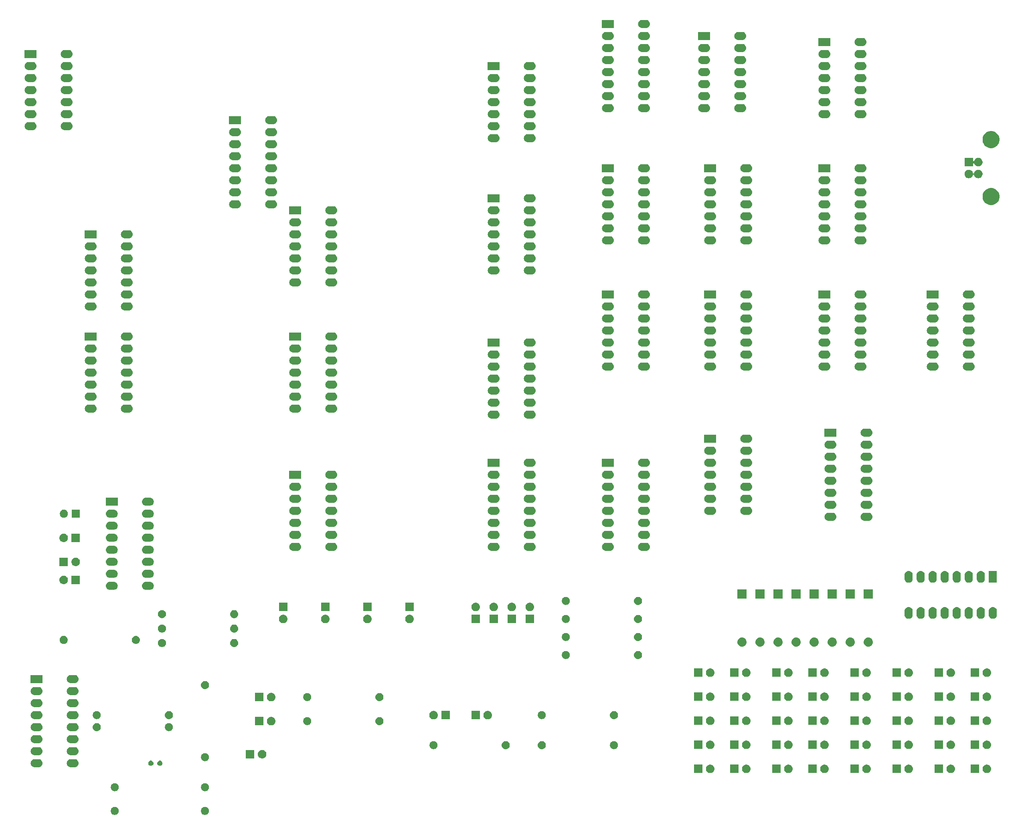
<source format=gbr>
G04 #@! TF.GenerationSoftware,KiCad,Pcbnew,5.0.2-5.fc29*
G04 #@! TF.CreationDate,2019-08-31T02:39:32+03:00*
G04 #@! TF.ProjectId,circuit_design,63697263-7569-4745-9f64-657369676e2e,rev?*
G04 #@! TF.SameCoordinates,Original*
G04 #@! TF.FileFunction,Soldermask,Bot*
G04 #@! TF.FilePolarity,Negative*
%FSLAX46Y46*%
G04 Gerber Fmt 4.6, Leading zero omitted, Abs format (unit mm)*
G04 Created by KiCad (PCBNEW 5.0.2-5.fc29) date Sat 31 Aug 2019 02:39:32 AM EEST*
%MOMM*%
%LPD*%
G01*
G04 APERTURE LIST*
%ADD10C,0.100000*%
G04 APERTURE END LIST*
D10*
G36*
X92958228Y-187061703D02*
X93113100Y-187125853D01*
X93252481Y-187218985D01*
X93371015Y-187337519D01*
X93464147Y-187476900D01*
X93528297Y-187631772D01*
X93561000Y-187796184D01*
X93561000Y-187963816D01*
X93528297Y-188128228D01*
X93464147Y-188283100D01*
X93371015Y-188422481D01*
X93252481Y-188541015D01*
X93113100Y-188634147D01*
X92958228Y-188698297D01*
X92793816Y-188731000D01*
X92626184Y-188731000D01*
X92461772Y-188698297D01*
X92306900Y-188634147D01*
X92167519Y-188541015D01*
X92048985Y-188422481D01*
X91955853Y-188283100D01*
X91891703Y-188128228D01*
X91859000Y-187963816D01*
X91859000Y-187796184D01*
X91891703Y-187631772D01*
X91955853Y-187476900D01*
X92048985Y-187337519D01*
X92167519Y-187218985D01*
X92306900Y-187125853D01*
X92461772Y-187061703D01*
X92626184Y-187029000D01*
X92793816Y-187029000D01*
X92958228Y-187061703D01*
X92958228Y-187061703D01*
G37*
G36*
X73908228Y-187061703D02*
X74063100Y-187125853D01*
X74202481Y-187218985D01*
X74321015Y-187337519D01*
X74414147Y-187476900D01*
X74478297Y-187631772D01*
X74511000Y-187796184D01*
X74511000Y-187963816D01*
X74478297Y-188128228D01*
X74414147Y-188283100D01*
X74321015Y-188422481D01*
X74202481Y-188541015D01*
X74063100Y-188634147D01*
X73908228Y-188698297D01*
X73743816Y-188731000D01*
X73576184Y-188731000D01*
X73411772Y-188698297D01*
X73256900Y-188634147D01*
X73117519Y-188541015D01*
X72998985Y-188422481D01*
X72905853Y-188283100D01*
X72841703Y-188128228D01*
X72809000Y-187963816D01*
X72809000Y-187796184D01*
X72841703Y-187631772D01*
X72905853Y-187476900D01*
X72998985Y-187337519D01*
X73117519Y-187218985D01*
X73256900Y-187125853D01*
X73411772Y-187061703D01*
X73576184Y-187029000D01*
X73743816Y-187029000D01*
X73908228Y-187061703D01*
X73908228Y-187061703D01*
G37*
G36*
X92958228Y-182061703D02*
X93113100Y-182125853D01*
X93252481Y-182218985D01*
X93371015Y-182337519D01*
X93464147Y-182476900D01*
X93528297Y-182631772D01*
X93561000Y-182796184D01*
X93561000Y-182963816D01*
X93528297Y-183128228D01*
X93464147Y-183283100D01*
X93371015Y-183422481D01*
X93252481Y-183541015D01*
X93113100Y-183634147D01*
X92958228Y-183698297D01*
X92793816Y-183731000D01*
X92626184Y-183731000D01*
X92461772Y-183698297D01*
X92306900Y-183634147D01*
X92167519Y-183541015D01*
X92048985Y-183422481D01*
X91955853Y-183283100D01*
X91891703Y-183128228D01*
X91859000Y-182963816D01*
X91859000Y-182796184D01*
X91891703Y-182631772D01*
X91955853Y-182476900D01*
X92048985Y-182337519D01*
X92167519Y-182218985D01*
X92306900Y-182125853D01*
X92461772Y-182061703D01*
X92626184Y-182029000D01*
X92793816Y-182029000D01*
X92958228Y-182061703D01*
X92958228Y-182061703D01*
G37*
G36*
X73908228Y-182061703D02*
X74063100Y-182125853D01*
X74202481Y-182218985D01*
X74321015Y-182337519D01*
X74414147Y-182476900D01*
X74478297Y-182631772D01*
X74511000Y-182796184D01*
X74511000Y-182963816D01*
X74478297Y-183128228D01*
X74414147Y-183283100D01*
X74321015Y-183422481D01*
X74202481Y-183541015D01*
X74063100Y-183634147D01*
X73908228Y-183698297D01*
X73743816Y-183731000D01*
X73576184Y-183731000D01*
X73411772Y-183698297D01*
X73256900Y-183634147D01*
X73117519Y-183541015D01*
X72998985Y-183422481D01*
X72905853Y-183283100D01*
X72841703Y-183128228D01*
X72809000Y-182963816D01*
X72809000Y-182796184D01*
X72841703Y-182631772D01*
X72905853Y-182476900D01*
X72998985Y-182337519D01*
X73117519Y-182218985D01*
X73256900Y-182125853D01*
X73411772Y-182061703D01*
X73576184Y-182029000D01*
X73743816Y-182029000D01*
X73908228Y-182061703D01*
X73908228Y-182061703D01*
G37*
G36*
X230771000Y-179891000D02*
X228969000Y-179891000D01*
X228969000Y-178089000D01*
X230771000Y-178089000D01*
X230771000Y-179891000D01*
X230771000Y-179891000D01*
G37*
G36*
X205371000Y-179891000D02*
X203569000Y-179891000D01*
X203569000Y-178089000D01*
X205371000Y-178089000D01*
X205371000Y-179891000D01*
X205371000Y-179891000D01*
G37*
G36*
X216010443Y-178095519D02*
X216076627Y-178102037D01*
X216159723Y-178127244D01*
X216246467Y-178153557D01*
X216385087Y-178227652D01*
X216402991Y-178237222D01*
X216438729Y-178266552D01*
X216540186Y-178349814D01*
X216585195Y-178404659D01*
X216652778Y-178487009D01*
X216652779Y-178487011D01*
X216736443Y-178643533D01*
X216736443Y-178643534D01*
X216787963Y-178813373D01*
X216805359Y-178990000D01*
X216787963Y-179166627D01*
X216753616Y-179279853D01*
X216736443Y-179336467D01*
X216662348Y-179475087D01*
X216652778Y-179492991D01*
X216623448Y-179528729D01*
X216540186Y-179630186D01*
X216438729Y-179713448D01*
X216402991Y-179742778D01*
X216402989Y-179742779D01*
X216246467Y-179826443D01*
X216189853Y-179843616D01*
X216076627Y-179877963D01*
X216010443Y-179884481D01*
X215944260Y-179891000D01*
X215855740Y-179891000D01*
X215789557Y-179884481D01*
X215723373Y-179877963D01*
X215610147Y-179843616D01*
X215553533Y-179826443D01*
X215397011Y-179742779D01*
X215397009Y-179742778D01*
X215361271Y-179713448D01*
X215259814Y-179630186D01*
X215176552Y-179528729D01*
X215147222Y-179492991D01*
X215137652Y-179475087D01*
X215063557Y-179336467D01*
X215046384Y-179279853D01*
X215012037Y-179166627D01*
X214994641Y-178990000D01*
X215012037Y-178813373D01*
X215063557Y-178643534D01*
X215063557Y-178643533D01*
X215147221Y-178487011D01*
X215147222Y-178487009D01*
X215214805Y-178404659D01*
X215259814Y-178349814D01*
X215361271Y-178266552D01*
X215397009Y-178237222D01*
X215414913Y-178227652D01*
X215553533Y-178153557D01*
X215640277Y-178127244D01*
X215723373Y-178102037D01*
X215789557Y-178095519D01*
X215855740Y-178089000D01*
X215944260Y-178089000D01*
X216010443Y-178095519D01*
X216010443Y-178095519D01*
G37*
G36*
X214261000Y-179891000D02*
X212459000Y-179891000D01*
X212459000Y-178089000D01*
X214261000Y-178089000D01*
X214261000Y-179891000D01*
X214261000Y-179891000D01*
G37*
G36*
X199500443Y-178095519D02*
X199566627Y-178102037D01*
X199649723Y-178127244D01*
X199736467Y-178153557D01*
X199875087Y-178227652D01*
X199892991Y-178237222D01*
X199928729Y-178266552D01*
X200030186Y-178349814D01*
X200075195Y-178404659D01*
X200142778Y-178487009D01*
X200142779Y-178487011D01*
X200226443Y-178643533D01*
X200226443Y-178643534D01*
X200277963Y-178813373D01*
X200295359Y-178990000D01*
X200277963Y-179166627D01*
X200243616Y-179279853D01*
X200226443Y-179336467D01*
X200152348Y-179475087D01*
X200142778Y-179492991D01*
X200113448Y-179528729D01*
X200030186Y-179630186D01*
X199928729Y-179713448D01*
X199892991Y-179742778D01*
X199892989Y-179742779D01*
X199736467Y-179826443D01*
X199679853Y-179843616D01*
X199566627Y-179877963D01*
X199500443Y-179884481D01*
X199434260Y-179891000D01*
X199345740Y-179891000D01*
X199279557Y-179884481D01*
X199213373Y-179877963D01*
X199100147Y-179843616D01*
X199043533Y-179826443D01*
X198887011Y-179742779D01*
X198887009Y-179742778D01*
X198851271Y-179713448D01*
X198749814Y-179630186D01*
X198666552Y-179528729D01*
X198637222Y-179492991D01*
X198627652Y-179475087D01*
X198553557Y-179336467D01*
X198536384Y-179279853D01*
X198502037Y-179166627D01*
X198484641Y-178990000D01*
X198502037Y-178813373D01*
X198553557Y-178643534D01*
X198553557Y-178643533D01*
X198637221Y-178487011D01*
X198637222Y-178487009D01*
X198704805Y-178404659D01*
X198749814Y-178349814D01*
X198851271Y-178266552D01*
X198887009Y-178237222D01*
X198904913Y-178227652D01*
X199043533Y-178153557D01*
X199130277Y-178127244D01*
X199213373Y-178102037D01*
X199279557Y-178095519D01*
X199345740Y-178089000D01*
X199434260Y-178089000D01*
X199500443Y-178095519D01*
X199500443Y-178095519D01*
G37*
G36*
X197751000Y-179891000D02*
X195949000Y-179891000D01*
X195949000Y-178089000D01*
X197751000Y-178089000D01*
X197751000Y-179891000D01*
X197751000Y-179891000D01*
G37*
G36*
X248551000Y-179891000D02*
X246749000Y-179891000D01*
X246749000Y-178089000D01*
X248551000Y-178089000D01*
X248551000Y-179891000D01*
X248551000Y-179891000D01*
G37*
G36*
X250300443Y-178095519D02*
X250366627Y-178102037D01*
X250449723Y-178127244D01*
X250536467Y-178153557D01*
X250675087Y-178227652D01*
X250692991Y-178237222D01*
X250728729Y-178266552D01*
X250830186Y-178349814D01*
X250875195Y-178404659D01*
X250942778Y-178487009D01*
X250942779Y-178487011D01*
X251026443Y-178643533D01*
X251026443Y-178643534D01*
X251077963Y-178813373D01*
X251095359Y-178990000D01*
X251077963Y-179166627D01*
X251043616Y-179279853D01*
X251026443Y-179336467D01*
X250952348Y-179475087D01*
X250942778Y-179492991D01*
X250913448Y-179528729D01*
X250830186Y-179630186D01*
X250728729Y-179713448D01*
X250692991Y-179742778D01*
X250692989Y-179742779D01*
X250536467Y-179826443D01*
X250479853Y-179843616D01*
X250366627Y-179877963D01*
X250300443Y-179884481D01*
X250234260Y-179891000D01*
X250145740Y-179891000D01*
X250079557Y-179884481D01*
X250013373Y-179877963D01*
X249900147Y-179843616D01*
X249843533Y-179826443D01*
X249687011Y-179742779D01*
X249687009Y-179742778D01*
X249651271Y-179713448D01*
X249549814Y-179630186D01*
X249466552Y-179528729D01*
X249437222Y-179492991D01*
X249427652Y-179475087D01*
X249353557Y-179336467D01*
X249336384Y-179279853D01*
X249302037Y-179166627D01*
X249284641Y-178990000D01*
X249302037Y-178813373D01*
X249353557Y-178643534D01*
X249353557Y-178643533D01*
X249437221Y-178487011D01*
X249437222Y-178487009D01*
X249504805Y-178404659D01*
X249549814Y-178349814D01*
X249651271Y-178266552D01*
X249687009Y-178237222D01*
X249704913Y-178227652D01*
X249843533Y-178153557D01*
X249930277Y-178127244D01*
X250013373Y-178102037D01*
X250079557Y-178095519D01*
X250145740Y-178089000D01*
X250234260Y-178089000D01*
X250300443Y-178095519D01*
X250300443Y-178095519D01*
G37*
G36*
X232520443Y-178095519D02*
X232586627Y-178102037D01*
X232669723Y-178127244D01*
X232756467Y-178153557D01*
X232895087Y-178227652D01*
X232912991Y-178237222D01*
X232948729Y-178266552D01*
X233050186Y-178349814D01*
X233095195Y-178404659D01*
X233162778Y-178487009D01*
X233162779Y-178487011D01*
X233246443Y-178643533D01*
X233246443Y-178643534D01*
X233297963Y-178813373D01*
X233315359Y-178990000D01*
X233297963Y-179166627D01*
X233263616Y-179279853D01*
X233246443Y-179336467D01*
X233172348Y-179475087D01*
X233162778Y-179492991D01*
X233133448Y-179528729D01*
X233050186Y-179630186D01*
X232948729Y-179713448D01*
X232912991Y-179742778D01*
X232912989Y-179742779D01*
X232756467Y-179826443D01*
X232699853Y-179843616D01*
X232586627Y-179877963D01*
X232520443Y-179884481D01*
X232454260Y-179891000D01*
X232365740Y-179891000D01*
X232299557Y-179884481D01*
X232233373Y-179877963D01*
X232120147Y-179843616D01*
X232063533Y-179826443D01*
X231907011Y-179742779D01*
X231907009Y-179742778D01*
X231871271Y-179713448D01*
X231769814Y-179630186D01*
X231686552Y-179528729D01*
X231657222Y-179492991D01*
X231647652Y-179475087D01*
X231573557Y-179336467D01*
X231556384Y-179279853D01*
X231522037Y-179166627D01*
X231504641Y-178990000D01*
X231522037Y-178813373D01*
X231573557Y-178643534D01*
X231573557Y-178643533D01*
X231657221Y-178487011D01*
X231657222Y-178487009D01*
X231724805Y-178404659D01*
X231769814Y-178349814D01*
X231871271Y-178266552D01*
X231907009Y-178237222D01*
X231924913Y-178227652D01*
X232063533Y-178153557D01*
X232150277Y-178127244D01*
X232233373Y-178102037D01*
X232299557Y-178095519D01*
X232365740Y-178089000D01*
X232454260Y-178089000D01*
X232520443Y-178095519D01*
X232520443Y-178095519D01*
G37*
G36*
X256171000Y-179891000D02*
X254369000Y-179891000D01*
X254369000Y-178089000D01*
X256171000Y-178089000D01*
X256171000Y-179891000D01*
X256171000Y-179891000D01*
G37*
G36*
X207120443Y-178095519D02*
X207186627Y-178102037D01*
X207269723Y-178127244D01*
X207356467Y-178153557D01*
X207495087Y-178227652D01*
X207512991Y-178237222D01*
X207548729Y-178266552D01*
X207650186Y-178349814D01*
X207695195Y-178404659D01*
X207762778Y-178487009D01*
X207762779Y-178487011D01*
X207846443Y-178643533D01*
X207846443Y-178643534D01*
X207897963Y-178813373D01*
X207915359Y-178990000D01*
X207897963Y-179166627D01*
X207863616Y-179279853D01*
X207846443Y-179336467D01*
X207772348Y-179475087D01*
X207762778Y-179492991D01*
X207733448Y-179528729D01*
X207650186Y-179630186D01*
X207548729Y-179713448D01*
X207512991Y-179742778D01*
X207512989Y-179742779D01*
X207356467Y-179826443D01*
X207299853Y-179843616D01*
X207186627Y-179877963D01*
X207120443Y-179884481D01*
X207054260Y-179891000D01*
X206965740Y-179891000D01*
X206899557Y-179884481D01*
X206833373Y-179877963D01*
X206720147Y-179843616D01*
X206663533Y-179826443D01*
X206507011Y-179742779D01*
X206507009Y-179742778D01*
X206471271Y-179713448D01*
X206369814Y-179630186D01*
X206286552Y-179528729D01*
X206257222Y-179492991D01*
X206247652Y-179475087D01*
X206173557Y-179336467D01*
X206156384Y-179279853D01*
X206122037Y-179166627D01*
X206104641Y-178990000D01*
X206122037Y-178813373D01*
X206173557Y-178643534D01*
X206173557Y-178643533D01*
X206257221Y-178487011D01*
X206257222Y-178487009D01*
X206324805Y-178404659D01*
X206369814Y-178349814D01*
X206471271Y-178266552D01*
X206507009Y-178237222D01*
X206524913Y-178227652D01*
X206663533Y-178153557D01*
X206750277Y-178127244D01*
X206833373Y-178102037D01*
X206899557Y-178095519D01*
X206965740Y-178089000D01*
X207054260Y-178089000D01*
X207120443Y-178095519D01*
X207120443Y-178095519D01*
G37*
G36*
X221881000Y-179891000D02*
X220079000Y-179891000D01*
X220079000Y-178089000D01*
X221881000Y-178089000D01*
X221881000Y-179891000D01*
X221881000Y-179891000D01*
G37*
G36*
X223630443Y-178095519D02*
X223696627Y-178102037D01*
X223779723Y-178127244D01*
X223866467Y-178153557D01*
X224005087Y-178227652D01*
X224022991Y-178237222D01*
X224058729Y-178266552D01*
X224160186Y-178349814D01*
X224205195Y-178404659D01*
X224272778Y-178487009D01*
X224272779Y-178487011D01*
X224356443Y-178643533D01*
X224356443Y-178643534D01*
X224407963Y-178813373D01*
X224425359Y-178990000D01*
X224407963Y-179166627D01*
X224373616Y-179279853D01*
X224356443Y-179336467D01*
X224282348Y-179475087D01*
X224272778Y-179492991D01*
X224243448Y-179528729D01*
X224160186Y-179630186D01*
X224058729Y-179713448D01*
X224022991Y-179742778D01*
X224022989Y-179742779D01*
X223866467Y-179826443D01*
X223809853Y-179843616D01*
X223696627Y-179877963D01*
X223630443Y-179884481D01*
X223564260Y-179891000D01*
X223475740Y-179891000D01*
X223409557Y-179884481D01*
X223343373Y-179877963D01*
X223230147Y-179843616D01*
X223173533Y-179826443D01*
X223017011Y-179742779D01*
X223017009Y-179742778D01*
X222981271Y-179713448D01*
X222879814Y-179630186D01*
X222796552Y-179528729D01*
X222767222Y-179492991D01*
X222757652Y-179475087D01*
X222683557Y-179336467D01*
X222666384Y-179279853D01*
X222632037Y-179166627D01*
X222614641Y-178990000D01*
X222632037Y-178813373D01*
X222683557Y-178643534D01*
X222683557Y-178643533D01*
X222767221Y-178487011D01*
X222767222Y-178487009D01*
X222834805Y-178404659D01*
X222879814Y-178349814D01*
X222981271Y-178266552D01*
X223017009Y-178237222D01*
X223034913Y-178227652D01*
X223173533Y-178153557D01*
X223260277Y-178127244D01*
X223343373Y-178102037D01*
X223409557Y-178095519D01*
X223475740Y-178089000D01*
X223564260Y-178089000D01*
X223630443Y-178095519D01*
X223630443Y-178095519D01*
G37*
G36*
X241410443Y-178095519D02*
X241476627Y-178102037D01*
X241559723Y-178127244D01*
X241646467Y-178153557D01*
X241785087Y-178227652D01*
X241802991Y-178237222D01*
X241838729Y-178266552D01*
X241940186Y-178349814D01*
X241985195Y-178404659D01*
X242052778Y-178487009D01*
X242052779Y-178487011D01*
X242136443Y-178643533D01*
X242136443Y-178643534D01*
X242187963Y-178813373D01*
X242205359Y-178990000D01*
X242187963Y-179166627D01*
X242153616Y-179279853D01*
X242136443Y-179336467D01*
X242062348Y-179475087D01*
X242052778Y-179492991D01*
X242023448Y-179528729D01*
X241940186Y-179630186D01*
X241838729Y-179713448D01*
X241802991Y-179742778D01*
X241802989Y-179742779D01*
X241646467Y-179826443D01*
X241589853Y-179843616D01*
X241476627Y-179877963D01*
X241410443Y-179884481D01*
X241344260Y-179891000D01*
X241255740Y-179891000D01*
X241189557Y-179884481D01*
X241123373Y-179877963D01*
X241010147Y-179843616D01*
X240953533Y-179826443D01*
X240797011Y-179742779D01*
X240797009Y-179742778D01*
X240761271Y-179713448D01*
X240659814Y-179630186D01*
X240576552Y-179528729D01*
X240547222Y-179492991D01*
X240537652Y-179475087D01*
X240463557Y-179336467D01*
X240446384Y-179279853D01*
X240412037Y-179166627D01*
X240394641Y-178990000D01*
X240412037Y-178813373D01*
X240463557Y-178643534D01*
X240463557Y-178643533D01*
X240547221Y-178487011D01*
X240547222Y-178487009D01*
X240614805Y-178404659D01*
X240659814Y-178349814D01*
X240761271Y-178266552D01*
X240797009Y-178237222D01*
X240814913Y-178227652D01*
X240953533Y-178153557D01*
X241040277Y-178127244D01*
X241123373Y-178102037D01*
X241189557Y-178095519D01*
X241255740Y-178089000D01*
X241344260Y-178089000D01*
X241410443Y-178095519D01*
X241410443Y-178095519D01*
G37*
G36*
X239661000Y-179891000D02*
X237859000Y-179891000D01*
X237859000Y-178089000D01*
X239661000Y-178089000D01*
X239661000Y-179891000D01*
X239661000Y-179891000D01*
G37*
G36*
X257920443Y-178095519D02*
X257986627Y-178102037D01*
X258069723Y-178127244D01*
X258156467Y-178153557D01*
X258295087Y-178227652D01*
X258312991Y-178237222D01*
X258348729Y-178266552D01*
X258450186Y-178349814D01*
X258495195Y-178404659D01*
X258562778Y-178487009D01*
X258562779Y-178487011D01*
X258646443Y-178643533D01*
X258646443Y-178643534D01*
X258697963Y-178813373D01*
X258715359Y-178990000D01*
X258697963Y-179166627D01*
X258663616Y-179279853D01*
X258646443Y-179336467D01*
X258572348Y-179475087D01*
X258562778Y-179492991D01*
X258533448Y-179528729D01*
X258450186Y-179630186D01*
X258348729Y-179713448D01*
X258312991Y-179742778D01*
X258312989Y-179742779D01*
X258156467Y-179826443D01*
X258099853Y-179843616D01*
X257986627Y-179877963D01*
X257920443Y-179884481D01*
X257854260Y-179891000D01*
X257765740Y-179891000D01*
X257699557Y-179884481D01*
X257633373Y-179877963D01*
X257520147Y-179843616D01*
X257463533Y-179826443D01*
X257307011Y-179742779D01*
X257307009Y-179742778D01*
X257271271Y-179713448D01*
X257169814Y-179630186D01*
X257086552Y-179528729D01*
X257057222Y-179492991D01*
X257047652Y-179475087D01*
X256973557Y-179336467D01*
X256956384Y-179279853D01*
X256922037Y-179166627D01*
X256904641Y-178990000D01*
X256922037Y-178813373D01*
X256973557Y-178643534D01*
X256973557Y-178643533D01*
X257057221Y-178487011D01*
X257057222Y-178487009D01*
X257124805Y-178404659D01*
X257169814Y-178349814D01*
X257271271Y-178266552D01*
X257307009Y-178237222D01*
X257324913Y-178227652D01*
X257463533Y-178153557D01*
X257550277Y-178127244D01*
X257633373Y-178102037D01*
X257699557Y-178095519D01*
X257765740Y-178089000D01*
X257854260Y-178089000D01*
X257920443Y-178095519D01*
X257920443Y-178095519D01*
G37*
G36*
X65336821Y-176961313D02*
X65336824Y-176961314D01*
X65336825Y-176961314D01*
X65497239Y-177009975D01*
X65497241Y-177009976D01*
X65497244Y-177009977D01*
X65645078Y-177088995D01*
X65774659Y-177195341D01*
X65881005Y-177324922D01*
X65960023Y-177472756D01*
X65960024Y-177472759D01*
X65960025Y-177472761D01*
X65980120Y-177539005D01*
X66008687Y-177633179D01*
X66025117Y-177800000D01*
X66008687Y-177966821D01*
X66008686Y-177966824D01*
X66008686Y-177966825D01*
X65967670Y-178102037D01*
X65960023Y-178127244D01*
X65881005Y-178275078D01*
X65774659Y-178404659D01*
X65645078Y-178511005D01*
X65497244Y-178590023D01*
X65497241Y-178590024D01*
X65497239Y-178590025D01*
X65336825Y-178638686D01*
X65336824Y-178638686D01*
X65336821Y-178638687D01*
X65211804Y-178651000D01*
X64328196Y-178651000D01*
X64203179Y-178638687D01*
X64203176Y-178638686D01*
X64203175Y-178638686D01*
X64042761Y-178590025D01*
X64042759Y-178590024D01*
X64042756Y-178590023D01*
X63894922Y-178511005D01*
X63765341Y-178404659D01*
X63658995Y-178275078D01*
X63579977Y-178127244D01*
X63572331Y-178102037D01*
X63531314Y-177966825D01*
X63531314Y-177966824D01*
X63531313Y-177966821D01*
X63514883Y-177800000D01*
X63531313Y-177633179D01*
X63559880Y-177539005D01*
X63579975Y-177472761D01*
X63579976Y-177472759D01*
X63579977Y-177472756D01*
X63658995Y-177324922D01*
X63765341Y-177195341D01*
X63894922Y-177088995D01*
X64042756Y-177009977D01*
X64042759Y-177009976D01*
X64042761Y-177009975D01*
X64203175Y-176961314D01*
X64203176Y-176961314D01*
X64203179Y-176961313D01*
X64328196Y-176949000D01*
X65211804Y-176949000D01*
X65336821Y-176961313D01*
X65336821Y-176961313D01*
G37*
G36*
X57716821Y-176961313D02*
X57716824Y-176961314D01*
X57716825Y-176961314D01*
X57877239Y-177009975D01*
X57877241Y-177009976D01*
X57877244Y-177009977D01*
X58025078Y-177088995D01*
X58154659Y-177195341D01*
X58261005Y-177324922D01*
X58340023Y-177472756D01*
X58340024Y-177472759D01*
X58340025Y-177472761D01*
X58360120Y-177539005D01*
X58388687Y-177633179D01*
X58405117Y-177800000D01*
X58388687Y-177966821D01*
X58388686Y-177966824D01*
X58388686Y-177966825D01*
X58347670Y-178102037D01*
X58340023Y-178127244D01*
X58261005Y-178275078D01*
X58154659Y-178404659D01*
X58025078Y-178511005D01*
X57877244Y-178590023D01*
X57877241Y-178590024D01*
X57877239Y-178590025D01*
X57716825Y-178638686D01*
X57716824Y-178638686D01*
X57716821Y-178638687D01*
X57591804Y-178651000D01*
X56708196Y-178651000D01*
X56583179Y-178638687D01*
X56583176Y-178638686D01*
X56583175Y-178638686D01*
X56422761Y-178590025D01*
X56422759Y-178590024D01*
X56422756Y-178590023D01*
X56274922Y-178511005D01*
X56145341Y-178404659D01*
X56038995Y-178275078D01*
X55959977Y-178127244D01*
X55952331Y-178102037D01*
X55911314Y-177966825D01*
X55911314Y-177966824D01*
X55911313Y-177966821D01*
X55894883Y-177800000D01*
X55911313Y-177633179D01*
X55939880Y-177539005D01*
X55959975Y-177472761D01*
X55959976Y-177472759D01*
X55959977Y-177472756D01*
X56038995Y-177324922D01*
X56145341Y-177195341D01*
X56274922Y-177088995D01*
X56422756Y-177009977D01*
X56422759Y-177009976D01*
X56422761Y-177009975D01*
X56583175Y-176961314D01*
X56583176Y-176961314D01*
X56583179Y-176961313D01*
X56708196Y-176949000D01*
X57591804Y-176949000D01*
X57716821Y-176961313D01*
X57716821Y-176961313D01*
G37*
G36*
X83340721Y-177270174D02*
X83440995Y-177311709D01*
X83531245Y-177372012D01*
X83607988Y-177448755D01*
X83668291Y-177539005D01*
X83709826Y-177639279D01*
X83731000Y-177745730D01*
X83731000Y-177854270D01*
X83709826Y-177960721D01*
X83668291Y-178060995D01*
X83607988Y-178151245D01*
X83531245Y-178227988D01*
X83440995Y-178288291D01*
X83340721Y-178329826D01*
X83234270Y-178351000D01*
X83125730Y-178351000D01*
X83019279Y-178329826D01*
X82919005Y-178288291D01*
X82828755Y-178227988D01*
X82752012Y-178151245D01*
X82691709Y-178060995D01*
X82650174Y-177960721D01*
X82629000Y-177854270D01*
X82629000Y-177745730D01*
X82650174Y-177639279D01*
X82691709Y-177539005D01*
X82752012Y-177448755D01*
X82828755Y-177372012D01*
X82919005Y-177311709D01*
X83019279Y-177270174D01*
X83125730Y-177249000D01*
X83234270Y-177249000D01*
X83340721Y-177270174D01*
X83340721Y-177270174D01*
G37*
G36*
X81440721Y-177270174D02*
X81540995Y-177311709D01*
X81631245Y-177372012D01*
X81707988Y-177448755D01*
X81768291Y-177539005D01*
X81809826Y-177639279D01*
X81831000Y-177745730D01*
X81831000Y-177854270D01*
X81809826Y-177960721D01*
X81768291Y-178060995D01*
X81707988Y-178151245D01*
X81631245Y-178227988D01*
X81540995Y-178288291D01*
X81440721Y-178329826D01*
X81334270Y-178351000D01*
X81225730Y-178351000D01*
X81119279Y-178329826D01*
X81019005Y-178288291D01*
X80928755Y-178227988D01*
X80852012Y-178151245D01*
X80791709Y-178060995D01*
X80750174Y-177960721D01*
X80729000Y-177854270D01*
X80729000Y-177745730D01*
X80750174Y-177639279D01*
X80791709Y-177539005D01*
X80852012Y-177448755D01*
X80928755Y-177372012D01*
X81019005Y-177311709D01*
X81119279Y-177270174D01*
X81225730Y-177249000D01*
X81334270Y-177249000D01*
X81440721Y-177270174D01*
X81440721Y-177270174D01*
G37*
G36*
X92958228Y-175711703D02*
X93113100Y-175775853D01*
X93252481Y-175868985D01*
X93371015Y-175987519D01*
X93464147Y-176126900D01*
X93528297Y-176281772D01*
X93561000Y-176446184D01*
X93561000Y-176613816D01*
X93528297Y-176778228D01*
X93464147Y-176933100D01*
X93371015Y-177072481D01*
X93252481Y-177191015D01*
X93113100Y-177284147D01*
X92958228Y-177348297D01*
X92793816Y-177381000D01*
X92626184Y-177381000D01*
X92461772Y-177348297D01*
X92306900Y-177284147D01*
X92167519Y-177191015D01*
X92048985Y-177072481D01*
X91955853Y-176933100D01*
X91891703Y-176778228D01*
X91859000Y-176613816D01*
X91859000Y-176446184D01*
X91891703Y-176281772D01*
X91955853Y-176126900D01*
X92048985Y-175987519D01*
X92167519Y-175868985D01*
X92306900Y-175775853D01*
X92461772Y-175711703D01*
X92626184Y-175679000D01*
X92793816Y-175679000D01*
X92958228Y-175711703D01*
X92958228Y-175711703D01*
G37*
G36*
X103136000Y-176796000D02*
X101334000Y-176796000D01*
X101334000Y-174994000D01*
X103136000Y-174994000D01*
X103136000Y-176796000D01*
X103136000Y-176796000D01*
G37*
G36*
X104885443Y-175000519D02*
X104951627Y-175007037D01*
X105064853Y-175041384D01*
X105121467Y-175058557D01*
X105186239Y-175093179D01*
X105277991Y-175142222D01*
X105313729Y-175171552D01*
X105415186Y-175254814D01*
X105498448Y-175356271D01*
X105527778Y-175392009D01*
X105527779Y-175392011D01*
X105611443Y-175548533D01*
X105611443Y-175548534D01*
X105662963Y-175718373D01*
X105680359Y-175895000D01*
X105662963Y-176071627D01*
X105654754Y-176098687D01*
X105611443Y-176241467D01*
X105589899Y-176281772D01*
X105527778Y-176397991D01*
X105498448Y-176433729D01*
X105415186Y-176535186D01*
X105319374Y-176613816D01*
X105277991Y-176647778D01*
X105277989Y-176647779D01*
X105121467Y-176731443D01*
X105064853Y-176748616D01*
X104951627Y-176782963D01*
X104885443Y-176789481D01*
X104819260Y-176796000D01*
X104730740Y-176796000D01*
X104664557Y-176789481D01*
X104598373Y-176782963D01*
X104485147Y-176748616D01*
X104428533Y-176731443D01*
X104272011Y-176647779D01*
X104272009Y-176647778D01*
X104230626Y-176613816D01*
X104134814Y-176535186D01*
X104051552Y-176433729D01*
X104022222Y-176397991D01*
X103960101Y-176281772D01*
X103938557Y-176241467D01*
X103895246Y-176098687D01*
X103887037Y-176071627D01*
X103869641Y-175895000D01*
X103887037Y-175718373D01*
X103938557Y-175548534D01*
X103938557Y-175548533D01*
X104022221Y-175392011D01*
X104022222Y-175392009D01*
X104051552Y-175356271D01*
X104134814Y-175254814D01*
X104236271Y-175171552D01*
X104272009Y-175142222D01*
X104363761Y-175093179D01*
X104428533Y-175058557D01*
X104485147Y-175041384D01*
X104598373Y-175007037D01*
X104664557Y-175000519D01*
X104730740Y-174994000D01*
X104819260Y-174994000D01*
X104885443Y-175000519D01*
X104885443Y-175000519D01*
G37*
G36*
X65336821Y-174421313D02*
X65336824Y-174421314D01*
X65336825Y-174421314D01*
X65497239Y-174469975D01*
X65497241Y-174469976D01*
X65497244Y-174469977D01*
X65645078Y-174548995D01*
X65774659Y-174655341D01*
X65881005Y-174784922D01*
X65960023Y-174932756D01*
X65960024Y-174932759D01*
X65960025Y-174932761D01*
X66008686Y-175093175D01*
X66008687Y-175093179D01*
X66025117Y-175260000D01*
X66008687Y-175426821D01*
X65960023Y-175587244D01*
X65881005Y-175735078D01*
X65774659Y-175864659D01*
X65645078Y-175971005D01*
X65497244Y-176050023D01*
X65497241Y-176050024D01*
X65497239Y-176050025D01*
X65336825Y-176098686D01*
X65336824Y-176098686D01*
X65336821Y-176098687D01*
X65211804Y-176111000D01*
X64328196Y-176111000D01*
X64203179Y-176098687D01*
X64203176Y-176098686D01*
X64203175Y-176098686D01*
X64042761Y-176050025D01*
X64042759Y-176050024D01*
X64042756Y-176050023D01*
X63894922Y-175971005D01*
X63765341Y-175864659D01*
X63658995Y-175735078D01*
X63579977Y-175587244D01*
X63531313Y-175426821D01*
X63514883Y-175260000D01*
X63531313Y-175093179D01*
X63531314Y-175093175D01*
X63579975Y-174932761D01*
X63579976Y-174932759D01*
X63579977Y-174932756D01*
X63658995Y-174784922D01*
X63765341Y-174655341D01*
X63894922Y-174548995D01*
X64042756Y-174469977D01*
X64042759Y-174469976D01*
X64042761Y-174469975D01*
X64203175Y-174421314D01*
X64203176Y-174421314D01*
X64203179Y-174421313D01*
X64328196Y-174409000D01*
X65211804Y-174409000D01*
X65336821Y-174421313D01*
X65336821Y-174421313D01*
G37*
G36*
X57716821Y-174421313D02*
X57716824Y-174421314D01*
X57716825Y-174421314D01*
X57877239Y-174469975D01*
X57877241Y-174469976D01*
X57877244Y-174469977D01*
X58025078Y-174548995D01*
X58154659Y-174655341D01*
X58261005Y-174784922D01*
X58340023Y-174932756D01*
X58340024Y-174932759D01*
X58340025Y-174932761D01*
X58388686Y-175093175D01*
X58388687Y-175093179D01*
X58405117Y-175260000D01*
X58388687Y-175426821D01*
X58340023Y-175587244D01*
X58261005Y-175735078D01*
X58154659Y-175864659D01*
X58025078Y-175971005D01*
X57877244Y-176050023D01*
X57877241Y-176050024D01*
X57877239Y-176050025D01*
X57716825Y-176098686D01*
X57716824Y-176098686D01*
X57716821Y-176098687D01*
X57591804Y-176111000D01*
X56708196Y-176111000D01*
X56583179Y-176098687D01*
X56583176Y-176098686D01*
X56583175Y-176098686D01*
X56422761Y-176050025D01*
X56422759Y-176050024D01*
X56422756Y-176050023D01*
X56274922Y-175971005D01*
X56145341Y-175864659D01*
X56038995Y-175735078D01*
X55959977Y-175587244D01*
X55911313Y-175426821D01*
X55894883Y-175260000D01*
X55911313Y-175093179D01*
X55911314Y-175093175D01*
X55959975Y-174932761D01*
X55959976Y-174932759D01*
X55959977Y-174932756D01*
X56038995Y-174784922D01*
X56145341Y-174655341D01*
X56274922Y-174548995D01*
X56422756Y-174469977D01*
X56422759Y-174469976D01*
X56422761Y-174469975D01*
X56583175Y-174421314D01*
X56583176Y-174421314D01*
X56583179Y-174421313D01*
X56708196Y-174409000D01*
X57591804Y-174409000D01*
X57716821Y-174421313D01*
X57716821Y-174421313D01*
G37*
G36*
X179318228Y-173171703D02*
X179473100Y-173235853D01*
X179612481Y-173328985D01*
X179731015Y-173447519D01*
X179824147Y-173586900D01*
X179888297Y-173741772D01*
X179921000Y-173906184D01*
X179921000Y-174073816D01*
X179888297Y-174238228D01*
X179824147Y-174393100D01*
X179731015Y-174532481D01*
X179612481Y-174651015D01*
X179473100Y-174744147D01*
X179318228Y-174808297D01*
X179153816Y-174841000D01*
X178986184Y-174841000D01*
X178821772Y-174808297D01*
X178666900Y-174744147D01*
X178527519Y-174651015D01*
X178408985Y-174532481D01*
X178315853Y-174393100D01*
X178251703Y-174238228D01*
X178219000Y-174073816D01*
X178219000Y-173906184D01*
X178251703Y-173741772D01*
X178315853Y-173586900D01*
X178408985Y-173447519D01*
X178527519Y-173328985D01*
X178666900Y-173235853D01*
X178821772Y-173171703D01*
X178986184Y-173139000D01*
X179153816Y-173139000D01*
X179318228Y-173171703D01*
X179318228Y-173171703D01*
G37*
G36*
X163996821Y-173151313D02*
X163996824Y-173151314D01*
X163996825Y-173151314D01*
X164157239Y-173199975D01*
X164157241Y-173199976D01*
X164157244Y-173199977D01*
X164305078Y-173278995D01*
X164434659Y-173385341D01*
X164541005Y-173514922D01*
X164620023Y-173662756D01*
X164620024Y-173662759D01*
X164620025Y-173662761D01*
X164668686Y-173823175D01*
X164668687Y-173823179D01*
X164685117Y-173990000D01*
X164668687Y-174156821D01*
X164668686Y-174156824D01*
X164668686Y-174156825D01*
X164643993Y-174238228D01*
X164620023Y-174317244D01*
X164541005Y-174465078D01*
X164434659Y-174594659D01*
X164305078Y-174701005D01*
X164157244Y-174780023D01*
X164157241Y-174780024D01*
X164157239Y-174780025D01*
X163996825Y-174828686D01*
X163996824Y-174828686D01*
X163996821Y-174828687D01*
X163871804Y-174841000D01*
X163788196Y-174841000D01*
X163663179Y-174828687D01*
X163663176Y-174828686D01*
X163663175Y-174828686D01*
X163502761Y-174780025D01*
X163502759Y-174780024D01*
X163502756Y-174780023D01*
X163354922Y-174701005D01*
X163225341Y-174594659D01*
X163118995Y-174465078D01*
X163039977Y-174317244D01*
X163016008Y-174238228D01*
X162991314Y-174156825D01*
X162991314Y-174156824D01*
X162991313Y-174156821D01*
X162974883Y-173990000D01*
X162991313Y-173823179D01*
X162991314Y-173823175D01*
X163039975Y-173662761D01*
X163039976Y-173662759D01*
X163039977Y-173662756D01*
X163118995Y-173514922D01*
X163225341Y-173385341D01*
X163354922Y-173278995D01*
X163502756Y-173199977D01*
X163502759Y-173199976D01*
X163502761Y-173199975D01*
X163663175Y-173151314D01*
X163663176Y-173151314D01*
X163663179Y-173151313D01*
X163788196Y-173139000D01*
X163871804Y-173139000D01*
X163996821Y-173151313D01*
X163996821Y-173151313D01*
G37*
G36*
X141218228Y-173171703D02*
X141373100Y-173235853D01*
X141512481Y-173328985D01*
X141631015Y-173447519D01*
X141724147Y-173586900D01*
X141788297Y-173741772D01*
X141821000Y-173906184D01*
X141821000Y-174073816D01*
X141788297Y-174238228D01*
X141724147Y-174393100D01*
X141631015Y-174532481D01*
X141512481Y-174651015D01*
X141373100Y-174744147D01*
X141218228Y-174808297D01*
X141053816Y-174841000D01*
X140886184Y-174841000D01*
X140721772Y-174808297D01*
X140566900Y-174744147D01*
X140427519Y-174651015D01*
X140308985Y-174532481D01*
X140215853Y-174393100D01*
X140151703Y-174238228D01*
X140119000Y-174073816D01*
X140119000Y-173906184D01*
X140151703Y-173741772D01*
X140215853Y-173586900D01*
X140308985Y-173447519D01*
X140427519Y-173328985D01*
X140566900Y-173235853D01*
X140721772Y-173171703D01*
X140886184Y-173139000D01*
X141053816Y-173139000D01*
X141218228Y-173171703D01*
X141218228Y-173171703D01*
G37*
G36*
X156376821Y-173151313D02*
X156376824Y-173151314D01*
X156376825Y-173151314D01*
X156537239Y-173199975D01*
X156537241Y-173199976D01*
X156537244Y-173199977D01*
X156685078Y-173278995D01*
X156814659Y-173385341D01*
X156921005Y-173514922D01*
X157000023Y-173662756D01*
X157000024Y-173662759D01*
X157000025Y-173662761D01*
X157048686Y-173823175D01*
X157048687Y-173823179D01*
X157065117Y-173990000D01*
X157048687Y-174156821D01*
X157048686Y-174156824D01*
X157048686Y-174156825D01*
X157023993Y-174238228D01*
X157000023Y-174317244D01*
X156921005Y-174465078D01*
X156814659Y-174594659D01*
X156685078Y-174701005D01*
X156537244Y-174780023D01*
X156537241Y-174780024D01*
X156537239Y-174780025D01*
X156376825Y-174828686D01*
X156376824Y-174828686D01*
X156376821Y-174828687D01*
X156251804Y-174841000D01*
X156168196Y-174841000D01*
X156043179Y-174828687D01*
X156043176Y-174828686D01*
X156043175Y-174828686D01*
X155882761Y-174780025D01*
X155882759Y-174780024D01*
X155882756Y-174780023D01*
X155734922Y-174701005D01*
X155605341Y-174594659D01*
X155498995Y-174465078D01*
X155419977Y-174317244D01*
X155396008Y-174238228D01*
X155371314Y-174156825D01*
X155371314Y-174156824D01*
X155371313Y-174156821D01*
X155354883Y-173990000D01*
X155371313Y-173823179D01*
X155371314Y-173823175D01*
X155419975Y-173662761D01*
X155419976Y-173662759D01*
X155419977Y-173662756D01*
X155498995Y-173514922D01*
X155605341Y-173385341D01*
X155734922Y-173278995D01*
X155882756Y-173199977D01*
X155882759Y-173199976D01*
X155882761Y-173199975D01*
X156043175Y-173151314D01*
X156043176Y-173151314D01*
X156043179Y-173151313D01*
X156168196Y-173139000D01*
X156251804Y-173139000D01*
X156376821Y-173151313D01*
X156376821Y-173151313D01*
G37*
G36*
X230771000Y-174811000D02*
X228969000Y-174811000D01*
X228969000Y-173009000D01*
X230771000Y-173009000D01*
X230771000Y-174811000D01*
X230771000Y-174811000D01*
G37*
G36*
X250300443Y-173015519D02*
X250366627Y-173022037D01*
X250449723Y-173047244D01*
X250536467Y-173073557D01*
X250658900Y-173139000D01*
X250692991Y-173157222D01*
X250710636Y-173171703D01*
X250830186Y-173269814D01*
X250878746Y-173328986D01*
X250942778Y-173407009D01*
X250942779Y-173407011D01*
X251026443Y-173563533D01*
X251026443Y-173563534D01*
X251077963Y-173733373D01*
X251095359Y-173910000D01*
X251077963Y-174086627D01*
X251043616Y-174199853D01*
X251026443Y-174256467D01*
X250953410Y-174393100D01*
X250942778Y-174412991D01*
X250935948Y-174421313D01*
X250830186Y-174550186D01*
X250728729Y-174633448D01*
X250692991Y-174662778D01*
X250692989Y-174662779D01*
X250536467Y-174746443D01*
X250479853Y-174763616D01*
X250366627Y-174797963D01*
X250300443Y-174804481D01*
X250234260Y-174811000D01*
X250145740Y-174811000D01*
X250079557Y-174804481D01*
X250013373Y-174797963D01*
X249900147Y-174763616D01*
X249843533Y-174746443D01*
X249687011Y-174662779D01*
X249687009Y-174662778D01*
X249651271Y-174633448D01*
X249549814Y-174550186D01*
X249444052Y-174421313D01*
X249437222Y-174412991D01*
X249426590Y-174393100D01*
X249353557Y-174256467D01*
X249336384Y-174199853D01*
X249302037Y-174086627D01*
X249284641Y-173910000D01*
X249302037Y-173733373D01*
X249353557Y-173563534D01*
X249353557Y-173563533D01*
X249437221Y-173407011D01*
X249437222Y-173407009D01*
X249501254Y-173328986D01*
X249549814Y-173269814D01*
X249669364Y-173171703D01*
X249687009Y-173157222D01*
X249721100Y-173139000D01*
X249843533Y-173073557D01*
X249930277Y-173047244D01*
X250013373Y-173022037D01*
X250079557Y-173015519D01*
X250145740Y-173009000D01*
X250234260Y-173009000D01*
X250300443Y-173015519D01*
X250300443Y-173015519D01*
G37*
G36*
X256171000Y-174811000D02*
X254369000Y-174811000D01*
X254369000Y-173009000D01*
X256171000Y-173009000D01*
X256171000Y-174811000D01*
X256171000Y-174811000D01*
G37*
G36*
X257920443Y-173015519D02*
X257986627Y-173022037D01*
X258069723Y-173047244D01*
X258156467Y-173073557D01*
X258278900Y-173139000D01*
X258312991Y-173157222D01*
X258330636Y-173171703D01*
X258450186Y-173269814D01*
X258498746Y-173328986D01*
X258562778Y-173407009D01*
X258562779Y-173407011D01*
X258646443Y-173563533D01*
X258646443Y-173563534D01*
X258697963Y-173733373D01*
X258715359Y-173910000D01*
X258697963Y-174086627D01*
X258663616Y-174199853D01*
X258646443Y-174256467D01*
X258573410Y-174393100D01*
X258562778Y-174412991D01*
X258555948Y-174421313D01*
X258450186Y-174550186D01*
X258348729Y-174633448D01*
X258312991Y-174662778D01*
X258312989Y-174662779D01*
X258156467Y-174746443D01*
X258099853Y-174763616D01*
X257986627Y-174797963D01*
X257920443Y-174804481D01*
X257854260Y-174811000D01*
X257765740Y-174811000D01*
X257699557Y-174804481D01*
X257633373Y-174797963D01*
X257520147Y-174763616D01*
X257463533Y-174746443D01*
X257307011Y-174662779D01*
X257307009Y-174662778D01*
X257271271Y-174633448D01*
X257169814Y-174550186D01*
X257064052Y-174421313D01*
X257057222Y-174412991D01*
X257046590Y-174393100D01*
X256973557Y-174256467D01*
X256956384Y-174199853D01*
X256922037Y-174086627D01*
X256904641Y-173910000D01*
X256922037Y-173733373D01*
X256973557Y-173563534D01*
X256973557Y-173563533D01*
X257057221Y-173407011D01*
X257057222Y-173407009D01*
X257121254Y-173328986D01*
X257169814Y-173269814D01*
X257289364Y-173171703D01*
X257307009Y-173157222D01*
X257341100Y-173139000D01*
X257463533Y-173073557D01*
X257550277Y-173047244D01*
X257633373Y-173022037D01*
X257699557Y-173015519D01*
X257765740Y-173009000D01*
X257854260Y-173009000D01*
X257920443Y-173015519D01*
X257920443Y-173015519D01*
G37*
G36*
X241410443Y-173015519D02*
X241476627Y-173022037D01*
X241559723Y-173047244D01*
X241646467Y-173073557D01*
X241768900Y-173139000D01*
X241802991Y-173157222D01*
X241820636Y-173171703D01*
X241940186Y-173269814D01*
X241988746Y-173328986D01*
X242052778Y-173407009D01*
X242052779Y-173407011D01*
X242136443Y-173563533D01*
X242136443Y-173563534D01*
X242187963Y-173733373D01*
X242205359Y-173910000D01*
X242187963Y-174086627D01*
X242153616Y-174199853D01*
X242136443Y-174256467D01*
X242063410Y-174393100D01*
X242052778Y-174412991D01*
X242045948Y-174421313D01*
X241940186Y-174550186D01*
X241838729Y-174633448D01*
X241802991Y-174662778D01*
X241802989Y-174662779D01*
X241646467Y-174746443D01*
X241589853Y-174763616D01*
X241476627Y-174797963D01*
X241410443Y-174804481D01*
X241344260Y-174811000D01*
X241255740Y-174811000D01*
X241189557Y-174804481D01*
X241123373Y-174797963D01*
X241010147Y-174763616D01*
X240953533Y-174746443D01*
X240797011Y-174662779D01*
X240797009Y-174662778D01*
X240761271Y-174633448D01*
X240659814Y-174550186D01*
X240554052Y-174421313D01*
X240547222Y-174412991D01*
X240536590Y-174393100D01*
X240463557Y-174256467D01*
X240446384Y-174199853D01*
X240412037Y-174086627D01*
X240394641Y-173910000D01*
X240412037Y-173733373D01*
X240463557Y-173563534D01*
X240463557Y-173563533D01*
X240547221Y-173407011D01*
X240547222Y-173407009D01*
X240611254Y-173328986D01*
X240659814Y-173269814D01*
X240779364Y-173171703D01*
X240797009Y-173157222D01*
X240831100Y-173139000D01*
X240953533Y-173073557D01*
X241040277Y-173047244D01*
X241123373Y-173022037D01*
X241189557Y-173015519D01*
X241255740Y-173009000D01*
X241344260Y-173009000D01*
X241410443Y-173015519D01*
X241410443Y-173015519D01*
G37*
G36*
X197751000Y-174811000D02*
X195949000Y-174811000D01*
X195949000Y-173009000D01*
X197751000Y-173009000D01*
X197751000Y-174811000D01*
X197751000Y-174811000D01*
G37*
G36*
X199500443Y-173015519D02*
X199566627Y-173022037D01*
X199649723Y-173047244D01*
X199736467Y-173073557D01*
X199858900Y-173139000D01*
X199892991Y-173157222D01*
X199910636Y-173171703D01*
X200030186Y-173269814D01*
X200078746Y-173328986D01*
X200142778Y-173407009D01*
X200142779Y-173407011D01*
X200226443Y-173563533D01*
X200226443Y-173563534D01*
X200277963Y-173733373D01*
X200295359Y-173910000D01*
X200277963Y-174086627D01*
X200243616Y-174199853D01*
X200226443Y-174256467D01*
X200153410Y-174393100D01*
X200142778Y-174412991D01*
X200135948Y-174421313D01*
X200030186Y-174550186D01*
X199928729Y-174633448D01*
X199892991Y-174662778D01*
X199892989Y-174662779D01*
X199736467Y-174746443D01*
X199679853Y-174763616D01*
X199566627Y-174797963D01*
X199500443Y-174804481D01*
X199434260Y-174811000D01*
X199345740Y-174811000D01*
X199279557Y-174804481D01*
X199213373Y-174797963D01*
X199100147Y-174763616D01*
X199043533Y-174746443D01*
X198887011Y-174662779D01*
X198887009Y-174662778D01*
X198851271Y-174633448D01*
X198749814Y-174550186D01*
X198644052Y-174421313D01*
X198637222Y-174412991D01*
X198626590Y-174393100D01*
X198553557Y-174256467D01*
X198536384Y-174199853D01*
X198502037Y-174086627D01*
X198484641Y-173910000D01*
X198502037Y-173733373D01*
X198553557Y-173563534D01*
X198553557Y-173563533D01*
X198637221Y-173407011D01*
X198637222Y-173407009D01*
X198701254Y-173328986D01*
X198749814Y-173269814D01*
X198869364Y-173171703D01*
X198887009Y-173157222D01*
X198921100Y-173139000D01*
X199043533Y-173073557D01*
X199130277Y-173047244D01*
X199213373Y-173022037D01*
X199279557Y-173015519D01*
X199345740Y-173009000D01*
X199434260Y-173009000D01*
X199500443Y-173015519D01*
X199500443Y-173015519D01*
G37*
G36*
X248551000Y-174811000D02*
X246749000Y-174811000D01*
X246749000Y-173009000D01*
X248551000Y-173009000D01*
X248551000Y-174811000D01*
X248551000Y-174811000D01*
G37*
G36*
X207120443Y-173015519D02*
X207186627Y-173022037D01*
X207269723Y-173047244D01*
X207356467Y-173073557D01*
X207478900Y-173139000D01*
X207512991Y-173157222D01*
X207530636Y-173171703D01*
X207650186Y-173269814D01*
X207698746Y-173328986D01*
X207762778Y-173407009D01*
X207762779Y-173407011D01*
X207846443Y-173563533D01*
X207846443Y-173563534D01*
X207897963Y-173733373D01*
X207915359Y-173910000D01*
X207897963Y-174086627D01*
X207863616Y-174199853D01*
X207846443Y-174256467D01*
X207773410Y-174393100D01*
X207762778Y-174412991D01*
X207755948Y-174421313D01*
X207650186Y-174550186D01*
X207548729Y-174633448D01*
X207512991Y-174662778D01*
X207512989Y-174662779D01*
X207356467Y-174746443D01*
X207299853Y-174763616D01*
X207186627Y-174797963D01*
X207120443Y-174804481D01*
X207054260Y-174811000D01*
X206965740Y-174811000D01*
X206899557Y-174804481D01*
X206833373Y-174797963D01*
X206720147Y-174763616D01*
X206663533Y-174746443D01*
X206507011Y-174662779D01*
X206507009Y-174662778D01*
X206471271Y-174633448D01*
X206369814Y-174550186D01*
X206264052Y-174421313D01*
X206257222Y-174412991D01*
X206246590Y-174393100D01*
X206173557Y-174256467D01*
X206156384Y-174199853D01*
X206122037Y-174086627D01*
X206104641Y-173910000D01*
X206122037Y-173733373D01*
X206173557Y-173563534D01*
X206173557Y-173563533D01*
X206257221Y-173407011D01*
X206257222Y-173407009D01*
X206321254Y-173328986D01*
X206369814Y-173269814D01*
X206489364Y-173171703D01*
X206507009Y-173157222D01*
X206541100Y-173139000D01*
X206663533Y-173073557D01*
X206750277Y-173047244D01*
X206833373Y-173022037D01*
X206899557Y-173015519D01*
X206965740Y-173009000D01*
X207054260Y-173009000D01*
X207120443Y-173015519D01*
X207120443Y-173015519D01*
G37*
G36*
X214261000Y-174811000D02*
X212459000Y-174811000D01*
X212459000Y-173009000D01*
X214261000Y-173009000D01*
X214261000Y-174811000D01*
X214261000Y-174811000D01*
G37*
G36*
X216010443Y-173015519D02*
X216076627Y-173022037D01*
X216159723Y-173047244D01*
X216246467Y-173073557D01*
X216368900Y-173139000D01*
X216402991Y-173157222D01*
X216420636Y-173171703D01*
X216540186Y-173269814D01*
X216588746Y-173328986D01*
X216652778Y-173407009D01*
X216652779Y-173407011D01*
X216736443Y-173563533D01*
X216736443Y-173563534D01*
X216787963Y-173733373D01*
X216805359Y-173910000D01*
X216787963Y-174086627D01*
X216753616Y-174199853D01*
X216736443Y-174256467D01*
X216663410Y-174393100D01*
X216652778Y-174412991D01*
X216645948Y-174421313D01*
X216540186Y-174550186D01*
X216438729Y-174633448D01*
X216402991Y-174662778D01*
X216402989Y-174662779D01*
X216246467Y-174746443D01*
X216189853Y-174763616D01*
X216076627Y-174797963D01*
X216010443Y-174804481D01*
X215944260Y-174811000D01*
X215855740Y-174811000D01*
X215789557Y-174804481D01*
X215723373Y-174797963D01*
X215610147Y-174763616D01*
X215553533Y-174746443D01*
X215397011Y-174662779D01*
X215397009Y-174662778D01*
X215361271Y-174633448D01*
X215259814Y-174550186D01*
X215154052Y-174421313D01*
X215147222Y-174412991D01*
X215136590Y-174393100D01*
X215063557Y-174256467D01*
X215046384Y-174199853D01*
X215012037Y-174086627D01*
X214994641Y-173910000D01*
X215012037Y-173733373D01*
X215063557Y-173563534D01*
X215063557Y-173563533D01*
X215147221Y-173407011D01*
X215147222Y-173407009D01*
X215211254Y-173328986D01*
X215259814Y-173269814D01*
X215379364Y-173171703D01*
X215397009Y-173157222D01*
X215431100Y-173139000D01*
X215553533Y-173073557D01*
X215640277Y-173047244D01*
X215723373Y-173022037D01*
X215789557Y-173015519D01*
X215855740Y-173009000D01*
X215944260Y-173009000D01*
X216010443Y-173015519D01*
X216010443Y-173015519D01*
G37*
G36*
X221881000Y-174811000D02*
X220079000Y-174811000D01*
X220079000Y-173009000D01*
X221881000Y-173009000D01*
X221881000Y-174811000D01*
X221881000Y-174811000D01*
G37*
G36*
X223630443Y-173015519D02*
X223696627Y-173022037D01*
X223779723Y-173047244D01*
X223866467Y-173073557D01*
X223988900Y-173139000D01*
X224022991Y-173157222D01*
X224040636Y-173171703D01*
X224160186Y-173269814D01*
X224208746Y-173328986D01*
X224272778Y-173407009D01*
X224272779Y-173407011D01*
X224356443Y-173563533D01*
X224356443Y-173563534D01*
X224407963Y-173733373D01*
X224425359Y-173910000D01*
X224407963Y-174086627D01*
X224373616Y-174199853D01*
X224356443Y-174256467D01*
X224283410Y-174393100D01*
X224272778Y-174412991D01*
X224265948Y-174421313D01*
X224160186Y-174550186D01*
X224058729Y-174633448D01*
X224022991Y-174662778D01*
X224022989Y-174662779D01*
X223866467Y-174746443D01*
X223809853Y-174763616D01*
X223696627Y-174797963D01*
X223630443Y-174804481D01*
X223564260Y-174811000D01*
X223475740Y-174811000D01*
X223409557Y-174804481D01*
X223343373Y-174797963D01*
X223230147Y-174763616D01*
X223173533Y-174746443D01*
X223017011Y-174662779D01*
X223017009Y-174662778D01*
X222981271Y-174633448D01*
X222879814Y-174550186D01*
X222774052Y-174421313D01*
X222767222Y-174412991D01*
X222756590Y-174393100D01*
X222683557Y-174256467D01*
X222666384Y-174199853D01*
X222632037Y-174086627D01*
X222614641Y-173910000D01*
X222632037Y-173733373D01*
X222683557Y-173563534D01*
X222683557Y-173563533D01*
X222767221Y-173407011D01*
X222767222Y-173407009D01*
X222831254Y-173328986D01*
X222879814Y-173269814D01*
X222999364Y-173171703D01*
X223017009Y-173157222D01*
X223051100Y-173139000D01*
X223173533Y-173073557D01*
X223260277Y-173047244D01*
X223343373Y-173022037D01*
X223409557Y-173015519D01*
X223475740Y-173009000D01*
X223564260Y-173009000D01*
X223630443Y-173015519D01*
X223630443Y-173015519D01*
G37*
G36*
X205371000Y-174811000D02*
X203569000Y-174811000D01*
X203569000Y-173009000D01*
X205371000Y-173009000D01*
X205371000Y-174811000D01*
X205371000Y-174811000D01*
G37*
G36*
X232520443Y-173015519D02*
X232586627Y-173022037D01*
X232669723Y-173047244D01*
X232756467Y-173073557D01*
X232878900Y-173139000D01*
X232912991Y-173157222D01*
X232930636Y-173171703D01*
X233050186Y-173269814D01*
X233098746Y-173328986D01*
X233162778Y-173407009D01*
X233162779Y-173407011D01*
X233246443Y-173563533D01*
X233246443Y-173563534D01*
X233297963Y-173733373D01*
X233315359Y-173910000D01*
X233297963Y-174086627D01*
X233263616Y-174199853D01*
X233246443Y-174256467D01*
X233173410Y-174393100D01*
X233162778Y-174412991D01*
X233155948Y-174421313D01*
X233050186Y-174550186D01*
X232948729Y-174633448D01*
X232912991Y-174662778D01*
X232912989Y-174662779D01*
X232756467Y-174746443D01*
X232699853Y-174763616D01*
X232586627Y-174797963D01*
X232520443Y-174804481D01*
X232454260Y-174811000D01*
X232365740Y-174811000D01*
X232299557Y-174804481D01*
X232233373Y-174797963D01*
X232120147Y-174763616D01*
X232063533Y-174746443D01*
X231907011Y-174662779D01*
X231907009Y-174662778D01*
X231871271Y-174633448D01*
X231769814Y-174550186D01*
X231664052Y-174421313D01*
X231657222Y-174412991D01*
X231646590Y-174393100D01*
X231573557Y-174256467D01*
X231556384Y-174199853D01*
X231522037Y-174086627D01*
X231504641Y-173910000D01*
X231522037Y-173733373D01*
X231573557Y-173563534D01*
X231573557Y-173563533D01*
X231657221Y-173407011D01*
X231657222Y-173407009D01*
X231721254Y-173328986D01*
X231769814Y-173269814D01*
X231889364Y-173171703D01*
X231907009Y-173157222D01*
X231941100Y-173139000D01*
X232063533Y-173073557D01*
X232150277Y-173047244D01*
X232233373Y-173022037D01*
X232299557Y-173015519D01*
X232365740Y-173009000D01*
X232454260Y-173009000D01*
X232520443Y-173015519D01*
X232520443Y-173015519D01*
G37*
G36*
X239661000Y-174811000D02*
X237859000Y-174811000D01*
X237859000Y-173009000D01*
X239661000Y-173009000D01*
X239661000Y-174811000D01*
X239661000Y-174811000D01*
G37*
G36*
X65336821Y-171881313D02*
X65336824Y-171881314D01*
X65336825Y-171881314D01*
X65497239Y-171929975D01*
X65497241Y-171929976D01*
X65497244Y-171929977D01*
X65645078Y-172008995D01*
X65774659Y-172115341D01*
X65881005Y-172244922D01*
X65960023Y-172392756D01*
X66008687Y-172553179D01*
X66025117Y-172720000D01*
X66008687Y-172886821D01*
X66008686Y-172886824D01*
X66008686Y-172886825D01*
X65967670Y-173022037D01*
X65960023Y-173047244D01*
X65881005Y-173195078D01*
X65774659Y-173324659D01*
X65645078Y-173431005D01*
X65497244Y-173510023D01*
X65497241Y-173510024D01*
X65497239Y-173510025D01*
X65336825Y-173558686D01*
X65336824Y-173558686D01*
X65336821Y-173558687D01*
X65211804Y-173571000D01*
X64328196Y-173571000D01*
X64203179Y-173558687D01*
X64203176Y-173558686D01*
X64203175Y-173558686D01*
X64042761Y-173510025D01*
X64042759Y-173510024D01*
X64042756Y-173510023D01*
X63894922Y-173431005D01*
X63765341Y-173324659D01*
X63658995Y-173195078D01*
X63579977Y-173047244D01*
X63572331Y-173022037D01*
X63531314Y-172886825D01*
X63531314Y-172886824D01*
X63531313Y-172886821D01*
X63514883Y-172720000D01*
X63531313Y-172553179D01*
X63579977Y-172392756D01*
X63658995Y-172244922D01*
X63765341Y-172115341D01*
X63894922Y-172008995D01*
X64042756Y-171929977D01*
X64042759Y-171929976D01*
X64042761Y-171929975D01*
X64203175Y-171881314D01*
X64203176Y-171881314D01*
X64203179Y-171881313D01*
X64328196Y-171869000D01*
X65211804Y-171869000D01*
X65336821Y-171881313D01*
X65336821Y-171881313D01*
G37*
G36*
X57716821Y-171881313D02*
X57716824Y-171881314D01*
X57716825Y-171881314D01*
X57877239Y-171929975D01*
X57877241Y-171929976D01*
X57877244Y-171929977D01*
X58025078Y-172008995D01*
X58154659Y-172115341D01*
X58261005Y-172244922D01*
X58340023Y-172392756D01*
X58388687Y-172553179D01*
X58405117Y-172720000D01*
X58388687Y-172886821D01*
X58388686Y-172886824D01*
X58388686Y-172886825D01*
X58347670Y-173022037D01*
X58340023Y-173047244D01*
X58261005Y-173195078D01*
X58154659Y-173324659D01*
X58025078Y-173431005D01*
X57877244Y-173510023D01*
X57877241Y-173510024D01*
X57877239Y-173510025D01*
X57716825Y-173558686D01*
X57716824Y-173558686D01*
X57716821Y-173558687D01*
X57591804Y-173571000D01*
X56708196Y-173571000D01*
X56583179Y-173558687D01*
X56583176Y-173558686D01*
X56583175Y-173558686D01*
X56422761Y-173510025D01*
X56422759Y-173510024D01*
X56422756Y-173510023D01*
X56274922Y-173431005D01*
X56145341Y-173324659D01*
X56038995Y-173195078D01*
X55959977Y-173047244D01*
X55952331Y-173022037D01*
X55911314Y-172886825D01*
X55911314Y-172886824D01*
X55911313Y-172886821D01*
X55894883Y-172720000D01*
X55911313Y-172553179D01*
X55959977Y-172392756D01*
X56038995Y-172244922D01*
X56145341Y-172115341D01*
X56274922Y-172008995D01*
X56422756Y-171929977D01*
X56422759Y-171929976D01*
X56422761Y-171929975D01*
X56583175Y-171881314D01*
X56583176Y-171881314D01*
X56583179Y-171881313D01*
X56708196Y-171869000D01*
X57591804Y-171869000D01*
X57716821Y-171881313D01*
X57716821Y-171881313D01*
G37*
G36*
X57716821Y-169341313D02*
X57716824Y-169341314D01*
X57716825Y-169341314D01*
X57877239Y-169389975D01*
X57877241Y-169389976D01*
X57877244Y-169389977D01*
X58025078Y-169468995D01*
X58154659Y-169575341D01*
X58261005Y-169704922D01*
X58340023Y-169852756D01*
X58340024Y-169852759D01*
X58340025Y-169852761D01*
X58388686Y-170013175D01*
X58388687Y-170013179D01*
X58405117Y-170180000D01*
X58388687Y-170346821D01*
X58388686Y-170346824D01*
X58388686Y-170346825D01*
X58363993Y-170428228D01*
X58340023Y-170507244D01*
X58261005Y-170655078D01*
X58154659Y-170784659D01*
X58025078Y-170891005D01*
X57877244Y-170970023D01*
X57877241Y-170970024D01*
X57877239Y-170970025D01*
X57716825Y-171018686D01*
X57716824Y-171018686D01*
X57716821Y-171018687D01*
X57591804Y-171031000D01*
X56708196Y-171031000D01*
X56583179Y-171018687D01*
X56583176Y-171018686D01*
X56583175Y-171018686D01*
X56422761Y-170970025D01*
X56422759Y-170970024D01*
X56422756Y-170970023D01*
X56274922Y-170891005D01*
X56145341Y-170784659D01*
X56038995Y-170655078D01*
X55959977Y-170507244D01*
X55936008Y-170428228D01*
X55911314Y-170346825D01*
X55911314Y-170346824D01*
X55911313Y-170346821D01*
X55894883Y-170180000D01*
X55911313Y-170013179D01*
X55911314Y-170013175D01*
X55959975Y-169852761D01*
X55959976Y-169852759D01*
X55959977Y-169852756D01*
X56038995Y-169704922D01*
X56145341Y-169575341D01*
X56274922Y-169468995D01*
X56422756Y-169389977D01*
X56422759Y-169389976D01*
X56422761Y-169389975D01*
X56583175Y-169341314D01*
X56583176Y-169341314D01*
X56583179Y-169341313D01*
X56708196Y-169329000D01*
X57591804Y-169329000D01*
X57716821Y-169341313D01*
X57716821Y-169341313D01*
G37*
G36*
X85338228Y-169361703D02*
X85493100Y-169425853D01*
X85632481Y-169518985D01*
X85751015Y-169637519D01*
X85844147Y-169776900D01*
X85908297Y-169931772D01*
X85941000Y-170096184D01*
X85941000Y-170263816D01*
X85908297Y-170428228D01*
X85844147Y-170583100D01*
X85751015Y-170722481D01*
X85632481Y-170841015D01*
X85493100Y-170934147D01*
X85338228Y-170998297D01*
X85173816Y-171031000D01*
X85006184Y-171031000D01*
X84841772Y-170998297D01*
X84686900Y-170934147D01*
X84547519Y-170841015D01*
X84428985Y-170722481D01*
X84335853Y-170583100D01*
X84271703Y-170428228D01*
X84239000Y-170263816D01*
X84239000Y-170096184D01*
X84271703Y-169931772D01*
X84335853Y-169776900D01*
X84428985Y-169637519D01*
X84547519Y-169518985D01*
X84686900Y-169425853D01*
X84841772Y-169361703D01*
X85006184Y-169329000D01*
X85173816Y-169329000D01*
X85338228Y-169361703D01*
X85338228Y-169361703D01*
G37*
G36*
X65336821Y-169341313D02*
X65336824Y-169341314D01*
X65336825Y-169341314D01*
X65497239Y-169389975D01*
X65497241Y-169389976D01*
X65497244Y-169389977D01*
X65645078Y-169468995D01*
X65774659Y-169575341D01*
X65881005Y-169704922D01*
X65960023Y-169852756D01*
X65960024Y-169852759D01*
X65960025Y-169852761D01*
X66008686Y-170013175D01*
X66008687Y-170013179D01*
X66025117Y-170180000D01*
X66008687Y-170346821D01*
X66008686Y-170346824D01*
X66008686Y-170346825D01*
X65983993Y-170428228D01*
X65960023Y-170507244D01*
X65881005Y-170655078D01*
X65774659Y-170784659D01*
X65645078Y-170891005D01*
X65497244Y-170970023D01*
X65497241Y-170970024D01*
X65497239Y-170970025D01*
X65336825Y-171018686D01*
X65336824Y-171018686D01*
X65336821Y-171018687D01*
X65211804Y-171031000D01*
X64328196Y-171031000D01*
X64203179Y-171018687D01*
X64203176Y-171018686D01*
X64203175Y-171018686D01*
X64042761Y-170970025D01*
X64042759Y-170970024D01*
X64042756Y-170970023D01*
X63894922Y-170891005D01*
X63765341Y-170784659D01*
X63658995Y-170655078D01*
X63579977Y-170507244D01*
X63556008Y-170428228D01*
X63531314Y-170346825D01*
X63531314Y-170346824D01*
X63531313Y-170346821D01*
X63514883Y-170180000D01*
X63531313Y-170013179D01*
X63531314Y-170013175D01*
X63579975Y-169852761D01*
X63579976Y-169852759D01*
X63579977Y-169852756D01*
X63658995Y-169704922D01*
X63765341Y-169575341D01*
X63894922Y-169468995D01*
X64042756Y-169389977D01*
X64042759Y-169389976D01*
X64042761Y-169389975D01*
X64203175Y-169341314D01*
X64203176Y-169341314D01*
X64203179Y-169341313D01*
X64328196Y-169329000D01*
X65211804Y-169329000D01*
X65336821Y-169341313D01*
X65336821Y-169341313D01*
G37*
G36*
X70016821Y-169341313D02*
X70016824Y-169341314D01*
X70016825Y-169341314D01*
X70177239Y-169389975D01*
X70177241Y-169389976D01*
X70177244Y-169389977D01*
X70325078Y-169468995D01*
X70454659Y-169575341D01*
X70561005Y-169704922D01*
X70640023Y-169852756D01*
X70640024Y-169852759D01*
X70640025Y-169852761D01*
X70688686Y-170013175D01*
X70688687Y-170013179D01*
X70705117Y-170180000D01*
X70688687Y-170346821D01*
X70688686Y-170346824D01*
X70688686Y-170346825D01*
X70663993Y-170428228D01*
X70640023Y-170507244D01*
X70561005Y-170655078D01*
X70454659Y-170784659D01*
X70325078Y-170891005D01*
X70177244Y-170970023D01*
X70177241Y-170970024D01*
X70177239Y-170970025D01*
X70016825Y-171018686D01*
X70016824Y-171018686D01*
X70016821Y-171018687D01*
X69891804Y-171031000D01*
X69808196Y-171031000D01*
X69683179Y-171018687D01*
X69683176Y-171018686D01*
X69683175Y-171018686D01*
X69522761Y-170970025D01*
X69522759Y-170970024D01*
X69522756Y-170970023D01*
X69374922Y-170891005D01*
X69245341Y-170784659D01*
X69138995Y-170655078D01*
X69059977Y-170507244D01*
X69036008Y-170428228D01*
X69011314Y-170346825D01*
X69011314Y-170346824D01*
X69011313Y-170346821D01*
X68994883Y-170180000D01*
X69011313Y-170013179D01*
X69011314Y-170013175D01*
X69059975Y-169852761D01*
X69059976Y-169852759D01*
X69059977Y-169852756D01*
X69138995Y-169704922D01*
X69245341Y-169575341D01*
X69374922Y-169468995D01*
X69522756Y-169389977D01*
X69522759Y-169389976D01*
X69522761Y-169389975D01*
X69683175Y-169341314D01*
X69683176Y-169341314D01*
X69683179Y-169341313D01*
X69808196Y-169329000D01*
X69891804Y-169329000D01*
X70016821Y-169341313D01*
X70016821Y-169341313D01*
G37*
G36*
X105041000Y-169811000D02*
X103239000Y-169811000D01*
X103239000Y-168009000D01*
X105041000Y-168009000D01*
X105041000Y-169811000D01*
X105041000Y-169811000D01*
G37*
G36*
X106790443Y-168015519D02*
X106856627Y-168022037D01*
X106969853Y-168056384D01*
X107026467Y-168073557D01*
X107113311Y-168119977D01*
X107182991Y-168157222D01*
X107213769Y-168182481D01*
X107320186Y-168269814D01*
X107400369Y-168367519D01*
X107432778Y-168407009D01*
X107432779Y-168407011D01*
X107516443Y-168563533D01*
X107533616Y-168620147D01*
X107567963Y-168733373D01*
X107585359Y-168910000D01*
X107567963Y-169086627D01*
X107546243Y-169158228D01*
X107516443Y-169256467D01*
X107460192Y-169361703D01*
X107432778Y-169412991D01*
X107403448Y-169448729D01*
X107320186Y-169550186D01*
X107218729Y-169633448D01*
X107182991Y-169662778D01*
X107182989Y-169662779D01*
X107026467Y-169746443D01*
X107019069Y-169748687D01*
X106856627Y-169797963D01*
X106790442Y-169804482D01*
X106724260Y-169811000D01*
X106635740Y-169811000D01*
X106569558Y-169804482D01*
X106503373Y-169797963D01*
X106340931Y-169748687D01*
X106333533Y-169746443D01*
X106177011Y-169662779D01*
X106177009Y-169662778D01*
X106141271Y-169633448D01*
X106039814Y-169550186D01*
X105956552Y-169448729D01*
X105927222Y-169412991D01*
X105899808Y-169361703D01*
X105843557Y-169256467D01*
X105813757Y-169158228D01*
X105792037Y-169086627D01*
X105774641Y-168910000D01*
X105792037Y-168733373D01*
X105826384Y-168620147D01*
X105843557Y-168563533D01*
X105927221Y-168407011D01*
X105927222Y-168407009D01*
X105959631Y-168367519D01*
X106039814Y-168269814D01*
X106146231Y-168182481D01*
X106177009Y-168157222D01*
X106246689Y-168119977D01*
X106333533Y-168073557D01*
X106390147Y-168056384D01*
X106503373Y-168022037D01*
X106569557Y-168015519D01*
X106635740Y-168009000D01*
X106724260Y-168009000D01*
X106790443Y-168015519D01*
X106790443Y-168015519D01*
G37*
G36*
X114548228Y-168091703D02*
X114703100Y-168155853D01*
X114842481Y-168248985D01*
X114961015Y-168367519D01*
X115054147Y-168506900D01*
X115118297Y-168661772D01*
X115151000Y-168826184D01*
X115151000Y-168993816D01*
X115118297Y-169158228D01*
X115054147Y-169313100D01*
X114961015Y-169452481D01*
X114842481Y-169571015D01*
X114703100Y-169664147D01*
X114548228Y-169728297D01*
X114383816Y-169761000D01*
X114216184Y-169761000D01*
X114051772Y-169728297D01*
X113896900Y-169664147D01*
X113757519Y-169571015D01*
X113638985Y-169452481D01*
X113545853Y-169313100D01*
X113481703Y-169158228D01*
X113449000Y-168993816D01*
X113449000Y-168826184D01*
X113481703Y-168661772D01*
X113545853Y-168506900D01*
X113638985Y-168367519D01*
X113757519Y-168248985D01*
X113896900Y-168155853D01*
X114051772Y-168091703D01*
X114216184Y-168059000D01*
X114383816Y-168059000D01*
X114548228Y-168091703D01*
X114548228Y-168091703D01*
G37*
G36*
X129706821Y-168071313D02*
X129706824Y-168071314D01*
X129706825Y-168071314D01*
X129867239Y-168119975D01*
X129867241Y-168119976D01*
X129867244Y-168119977D01*
X130015078Y-168198995D01*
X130144659Y-168305341D01*
X130251005Y-168434922D01*
X130330023Y-168582756D01*
X130330024Y-168582759D01*
X130330025Y-168582761D01*
X130375713Y-168733375D01*
X130378687Y-168743179D01*
X130395117Y-168910000D01*
X130378687Y-169076821D01*
X130378686Y-169076824D01*
X130378686Y-169076825D01*
X130353993Y-169158228D01*
X130330023Y-169237244D01*
X130251005Y-169385078D01*
X130144659Y-169514659D01*
X130015078Y-169621005D01*
X129867244Y-169700023D01*
X129867241Y-169700024D01*
X129867239Y-169700025D01*
X129706825Y-169748686D01*
X129706824Y-169748686D01*
X129706821Y-169748687D01*
X129581804Y-169761000D01*
X129498196Y-169761000D01*
X129373179Y-169748687D01*
X129373176Y-169748686D01*
X129373175Y-169748686D01*
X129212761Y-169700025D01*
X129212759Y-169700024D01*
X129212756Y-169700023D01*
X129064922Y-169621005D01*
X128935341Y-169514659D01*
X128828995Y-169385078D01*
X128749977Y-169237244D01*
X128726008Y-169158228D01*
X128701314Y-169076825D01*
X128701314Y-169076824D01*
X128701313Y-169076821D01*
X128684883Y-168910000D01*
X128701313Y-168743179D01*
X128704287Y-168733375D01*
X128749975Y-168582761D01*
X128749976Y-168582759D01*
X128749977Y-168582756D01*
X128828995Y-168434922D01*
X128935341Y-168305341D01*
X129064922Y-168198995D01*
X129212756Y-168119977D01*
X129212759Y-168119976D01*
X129212761Y-168119975D01*
X129373175Y-168071314D01*
X129373176Y-168071314D01*
X129373179Y-168071313D01*
X129498196Y-168059000D01*
X129581804Y-168059000D01*
X129706821Y-168071313D01*
X129706821Y-168071313D01*
G37*
G36*
X214261000Y-169731000D02*
X212459000Y-169731000D01*
X212459000Y-167929000D01*
X214261000Y-167929000D01*
X214261000Y-169731000D01*
X214261000Y-169731000D01*
G37*
G36*
X205371000Y-169731000D02*
X203569000Y-169731000D01*
X203569000Y-167929000D01*
X205371000Y-167929000D01*
X205371000Y-169731000D01*
X205371000Y-169731000D01*
G37*
G36*
X207120442Y-167935518D02*
X207186627Y-167942037D01*
X207269723Y-167967244D01*
X207356467Y-167993557D01*
X207449154Y-168043100D01*
X207512991Y-168077222D01*
X207530636Y-168091703D01*
X207650186Y-168189814D01*
X207698746Y-168248986D01*
X207762778Y-168327009D01*
X207762779Y-168327011D01*
X207846443Y-168483533D01*
X207846443Y-168483534D01*
X207897963Y-168653373D01*
X207915359Y-168830000D01*
X207897963Y-169006627D01*
X207873696Y-169086625D01*
X207846443Y-169176467D01*
X207803682Y-169256466D01*
X207762778Y-169332991D01*
X207739214Y-169361704D01*
X207650186Y-169470186D01*
X207552705Y-169550185D01*
X207512991Y-169582778D01*
X207512989Y-169582779D01*
X207356467Y-169666443D01*
X207299853Y-169683616D01*
X207186627Y-169717963D01*
X207120442Y-169724482D01*
X207054260Y-169731000D01*
X206965740Y-169731000D01*
X206899558Y-169724482D01*
X206833373Y-169717963D01*
X206720147Y-169683616D01*
X206663533Y-169666443D01*
X206507011Y-169582779D01*
X206507009Y-169582778D01*
X206467295Y-169550185D01*
X206369814Y-169470186D01*
X206280786Y-169361704D01*
X206257222Y-169332991D01*
X206216318Y-169256466D01*
X206173557Y-169176467D01*
X206146304Y-169086625D01*
X206122037Y-169006627D01*
X206104641Y-168830000D01*
X206122037Y-168653373D01*
X206173557Y-168483534D01*
X206173557Y-168483533D01*
X206257221Y-168327011D01*
X206257222Y-168327009D01*
X206321254Y-168248986D01*
X206369814Y-168189814D01*
X206489364Y-168091703D01*
X206507009Y-168077222D01*
X206570846Y-168043100D01*
X206663533Y-167993557D01*
X206750277Y-167967244D01*
X206833373Y-167942037D01*
X206899558Y-167935518D01*
X206965740Y-167929000D01*
X207054260Y-167929000D01*
X207120442Y-167935518D01*
X207120442Y-167935518D01*
G37*
G36*
X257920442Y-167935518D02*
X257986627Y-167942037D01*
X258069723Y-167967244D01*
X258156467Y-167993557D01*
X258249154Y-168043100D01*
X258312991Y-168077222D01*
X258330636Y-168091703D01*
X258450186Y-168189814D01*
X258498746Y-168248986D01*
X258562778Y-168327009D01*
X258562779Y-168327011D01*
X258646443Y-168483533D01*
X258646443Y-168483534D01*
X258697963Y-168653373D01*
X258715359Y-168830000D01*
X258697963Y-169006627D01*
X258673696Y-169086625D01*
X258646443Y-169176467D01*
X258603682Y-169256466D01*
X258562778Y-169332991D01*
X258539214Y-169361704D01*
X258450186Y-169470186D01*
X258352705Y-169550185D01*
X258312991Y-169582778D01*
X258312989Y-169582779D01*
X258156467Y-169666443D01*
X258099853Y-169683616D01*
X257986627Y-169717963D01*
X257920442Y-169724482D01*
X257854260Y-169731000D01*
X257765740Y-169731000D01*
X257699558Y-169724482D01*
X257633373Y-169717963D01*
X257520147Y-169683616D01*
X257463533Y-169666443D01*
X257307011Y-169582779D01*
X257307009Y-169582778D01*
X257267295Y-169550185D01*
X257169814Y-169470186D01*
X257080786Y-169361704D01*
X257057222Y-169332991D01*
X257016318Y-169256466D01*
X256973557Y-169176467D01*
X256946304Y-169086625D01*
X256922037Y-169006627D01*
X256904641Y-168830000D01*
X256922037Y-168653373D01*
X256973557Y-168483534D01*
X256973557Y-168483533D01*
X257057221Y-168327011D01*
X257057222Y-168327009D01*
X257121254Y-168248986D01*
X257169814Y-168189814D01*
X257289364Y-168091703D01*
X257307009Y-168077222D01*
X257370846Y-168043100D01*
X257463533Y-167993557D01*
X257550277Y-167967244D01*
X257633373Y-167942037D01*
X257699558Y-167935518D01*
X257765740Y-167929000D01*
X257854260Y-167929000D01*
X257920442Y-167935518D01*
X257920442Y-167935518D01*
G37*
G36*
X256171000Y-169731000D02*
X254369000Y-169731000D01*
X254369000Y-167929000D01*
X256171000Y-167929000D01*
X256171000Y-169731000D01*
X256171000Y-169731000D01*
G37*
G36*
X239661000Y-169731000D02*
X237859000Y-169731000D01*
X237859000Y-167929000D01*
X239661000Y-167929000D01*
X239661000Y-169731000D01*
X239661000Y-169731000D01*
G37*
G36*
X232520442Y-167935518D02*
X232586627Y-167942037D01*
X232669723Y-167967244D01*
X232756467Y-167993557D01*
X232849154Y-168043100D01*
X232912991Y-168077222D01*
X232930636Y-168091703D01*
X233050186Y-168189814D01*
X233098746Y-168248986D01*
X233162778Y-168327009D01*
X233162779Y-168327011D01*
X233246443Y-168483533D01*
X233246443Y-168483534D01*
X233297963Y-168653373D01*
X233315359Y-168830000D01*
X233297963Y-169006627D01*
X233273696Y-169086625D01*
X233246443Y-169176467D01*
X233203682Y-169256466D01*
X233162778Y-169332991D01*
X233139214Y-169361704D01*
X233050186Y-169470186D01*
X232952705Y-169550185D01*
X232912991Y-169582778D01*
X232912989Y-169582779D01*
X232756467Y-169666443D01*
X232699853Y-169683616D01*
X232586627Y-169717963D01*
X232520442Y-169724482D01*
X232454260Y-169731000D01*
X232365740Y-169731000D01*
X232299558Y-169724482D01*
X232233373Y-169717963D01*
X232120147Y-169683616D01*
X232063533Y-169666443D01*
X231907011Y-169582779D01*
X231907009Y-169582778D01*
X231867295Y-169550185D01*
X231769814Y-169470186D01*
X231680786Y-169361704D01*
X231657222Y-169332991D01*
X231616318Y-169256466D01*
X231573557Y-169176467D01*
X231546304Y-169086625D01*
X231522037Y-169006627D01*
X231504641Y-168830000D01*
X231522037Y-168653373D01*
X231573557Y-168483534D01*
X231573557Y-168483533D01*
X231657221Y-168327011D01*
X231657222Y-168327009D01*
X231721254Y-168248986D01*
X231769814Y-168189814D01*
X231889364Y-168091703D01*
X231907009Y-168077222D01*
X231970846Y-168043100D01*
X232063533Y-167993557D01*
X232150277Y-167967244D01*
X232233373Y-167942037D01*
X232299558Y-167935518D01*
X232365740Y-167929000D01*
X232454260Y-167929000D01*
X232520442Y-167935518D01*
X232520442Y-167935518D01*
G37*
G36*
X230771000Y-169731000D02*
X228969000Y-169731000D01*
X228969000Y-167929000D01*
X230771000Y-167929000D01*
X230771000Y-169731000D01*
X230771000Y-169731000D01*
G37*
G36*
X221881000Y-169731000D02*
X220079000Y-169731000D01*
X220079000Y-167929000D01*
X221881000Y-167929000D01*
X221881000Y-169731000D01*
X221881000Y-169731000D01*
G37*
G36*
X223630442Y-167935518D02*
X223696627Y-167942037D01*
X223779723Y-167967244D01*
X223866467Y-167993557D01*
X223959154Y-168043100D01*
X224022991Y-168077222D01*
X224040636Y-168091703D01*
X224160186Y-168189814D01*
X224208746Y-168248986D01*
X224272778Y-168327009D01*
X224272779Y-168327011D01*
X224356443Y-168483533D01*
X224356443Y-168483534D01*
X224407963Y-168653373D01*
X224425359Y-168830000D01*
X224407963Y-169006627D01*
X224383696Y-169086625D01*
X224356443Y-169176467D01*
X224313682Y-169256466D01*
X224272778Y-169332991D01*
X224249214Y-169361704D01*
X224160186Y-169470186D01*
X224062705Y-169550185D01*
X224022991Y-169582778D01*
X224022989Y-169582779D01*
X223866467Y-169666443D01*
X223809853Y-169683616D01*
X223696627Y-169717963D01*
X223630442Y-169724482D01*
X223564260Y-169731000D01*
X223475740Y-169731000D01*
X223409558Y-169724482D01*
X223343373Y-169717963D01*
X223230147Y-169683616D01*
X223173533Y-169666443D01*
X223017011Y-169582779D01*
X223017009Y-169582778D01*
X222977295Y-169550185D01*
X222879814Y-169470186D01*
X222790786Y-169361704D01*
X222767222Y-169332991D01*
X222726318Y-169256466D01*
X222683557Y-169176467D01*
X222656304Y-169086625D01*
X222632037Y-169006627D01*
X222614641Y-168830000D01*
X222632037Y-168653373D01*
X222683557Y-168483534D01*
X222683557Y-168483533D01*
X222767221Y-168327011D01*
X222767222Y-168327009D01*
X222831254Y-168248986D01*
X222879814Y-168189814D01*
X222999364Y-168091703D01*
X223017009Y-168077222D01*
X223080846Y-168043100D01*
X223173533Y-167993557D01*
X223260277Y-167967244D01*
X223343373Y-167942037D01*
X223409558Y-167935518D01*
X223475740Y-167929000D01*
X223564260Y-167929000D01*
X223630442Y-167935518D01*
X223630442Y-167935518D01*
G37*
G36*
X197751000Y-169731000D02*
X195949000Y-169731000D01*
X195949000Y-167929000D01*
X197751000Y-167929000D01*
X197751000Y-169731000D01*
X197751000Y-169731000D01*
G37*
G36*
X199500442Y-167935518D02*
X199566627Y-167942037D01*
X199649723Y-167967244D01*
X199736467Y-167993557D01*
X199829154Y-168043100D01*
X199892991Y-168077222D01*
X199910636Y-168091703D01*
X200030186Y-168189814D01*
X200078746Y-168248986D01*
X200142778Y-168327009D01*
X200142779Y-168327011D01*
X200226443Y-168483533D01*
X200226443Y-168483534D01*
X200277963Y-168653373D01*
X200295359Y-168830000D01*
X200277963Y-169006627D01*
X200253696Y-169086625D01*
X200226443Y-169176467D01*
X200183682Y-169256466D01*
X200142778Y-169332991D01*
X200119214Y-169361704D01*
X200030186Y-169470186D01*
X199932705Y-169550185D01*
X199892991Y-169582778D01*
X199892989Y-169582779D01*
X199736467Y-169666443D01*
X199679853Y-169683616D01*
X199566627Y-169717963D01*
X199500442Y-169724482D01*
X199434260Y-169731000D01*
X199345740Y-169731000D01*
X199279558Y-169724482D01*
X199213373Y-169717963D01*
X199100147Y-169683616D01*
X199043533Y-169666443D01*
X198887011Y-169582779D01*
X198887009Y-169582778D01*
X198847295Y-169550185D01*
X198749814Y-169470186D01*
X198660786Y-169361704D01*
X198637222Y-169332991D01*
X198596318Y-169256466D01*
X198553557Y-169176467D01*
X198526304Y-169086625D01*
X198502037Y-169006627D01*
X198484641Y-168830000D01*
X198502037Y-168653373D01*
X198553557Y-168483534D01*
X198553557Y-168483533D01*
X198637221Y-168327011D01*
X198637222Y-168327009D01*
X198701254Y-168248986D01*
X198749814Y-168189814D01*
X198869364Y-168091703D01*
X198887009Y-168077222D01*
X198950846Y-168043100D01*
X199043533Y-167993557D01*
X199130277Y-167967244D01*
X199213373Y-167942037D01*
X199279558Y-167935518D01*
X199345740Y-167929000D01*
X199434260Y-167929000D01*
X199500442Y-167935518D01*
X199500442Y-167935518D01*
G37*
G36*
X248551000Y-169731000D02*
X246749000Y-169731000D01*
X246749000Y-167929000D01*
X248551000Y-167929000D01*
X248551000Y-169731000D01*
X248551000Y-169731000D01*
G37*
G36*
X241410442Y-167935518D02*
X241476627Y-167942037D01*
X241559723Y-167967244D01*
X241646467Y-167993557D01*
X241739154Y-168043100D01*
X241802991Y-168077222D01*
X241820636Y-168091703D01*
X241940186Y-168189814D01*
X241988746Y-168248986D01*
X242052778Y-168327009D01*
X242052779Y-168327011D01*
X242136443Y-168483533D01*
X242136443Y-168483534D01*
X242187963Y-168653373D01*
X242205359Y-168830000D01*
X242187963Y-169006627D01*
X242163696Y-169086625D01*
X242136443Y-169176467D01*
X242093682Y-169256466D01*
X242052778Y-169332991D01*
X242029214Y-169361704D01*
X241940186Y-169470186D01*
X241842705Y-169550185D01*
X241802991Y-169582778D01*
X241802989Y-169582779D01*
X241646467Y-169666443D01*
X241589853Y-169683616D01*
X241476627Y-169717963D01*
X241410442Y-169724482D01*
X241344260Y-169731000D01*
X241255740Y-169731000D01*
X241189558Y-169724482D01*
X241123373Y-169717963D01*
X241010147Y-169683616D01*
X240953533Y-169666443D01*
X240797011Y-169582779D01*
X240797009Y-169582778D01*
X240757295Y-169550185D01*
X240659814Y-169470186D01*
X240570786Y-169361704D01*
X240547222Y-169332991D01*
X240506318Y-169256466D01*
X240463557Y-169176467D01*
X240436304Y-169086625D01*
X240412037Y-169006627D01*
X240394641Y-168830000D01*
X240412037Y-168653373D01*
X240463557Y-168483534D01*
X240463557Y-168483533D01*
X240547221Y-168327011D01*
X240547222Y-168327009D01*
X240611254Y-168248986D01*
X240659814Y-168189814D01*
X240779364Y-168091703D01*
X240797009Y-168077222D01*
X240860846Y-168043100D01*
X240953533Y-167993557D01*
X241040277Y-167967244D01*
X241123373Y-167942037D01*
X241189558Y-167935518D01*
X241255740Y-167929000D01*
X241344260Y-167929000D01*
X241410442Y-167935518D01*
X241410442Y-167935518D01*
G37*
G36*
X250300442Y-167935518D02*
X250366627Y-167942037D01*
X250449723Y-167967244D01*
X250536467Y-167993557D01*
X250629154Y-168043100D01*
X250692991Y-168077222D01*
X250710636Y-168091703D01*
X250830186Y-168189814D01*
X250878746Y-168248986D01*
X250942778Y-168327009D01*
X250942779Y-168327011D01*
X251026443Y-168483533D01*
X251026443Y-168483534D01*
X251077963Y-168653373D01*
X251095359Y-168830000D01*
X251077963Y-169006627D01*
X251053696Y-169086625D01*
X251026443Y-169176467D01*
X250983682Y-169256466D01*
X250942778Y-169332991D01*
X250919214Y-169361704D01*
X250830186Y-169470186D01*
X250732705Y-169550185D01*
X250692991Y-169582778D01*
X250692989Y-169582779D01*
X250536467Y-169666443D01*
X250479853Y-169683616D01*
X250366627Y-169717963D01*
X250300442Y-169724482D01*
X250234260Y-169731000D01*
X250145740Y-169731000D01*
X250079558Y-169724482D01*
X250013373Y-169717963D01*
X249900147Y-169683616D01*
X249843533Y-169666443D01*
X249687011Y-169582779D01*
X249687009Y-169582778D01*
X249647295Y-169550185D01*
X249549814Y-169470186D01*
X249460786Y-169361704D01*
X249437222Y-169332991D01*
X249396318Y-169256466D01*
X249353557Y-169176467D01*
X249326304Y-169086625D01*
X249302037Y-169006627D01*
X249284641Y-168830000D01*
X249302037Y-168653373D01*
X249353557Y-168483534D01*
X249353557Y-168483533D01*
X249437221Y-168327011D01*
X249437222Y-168327009D01*
X249501254Y-168248986D01*
X249549814Y-168189814D01*
X249669364Y-168091703D01*
X249687009Y-168077222D01*
X249750846Y-168043100D01*
X249843533Y-167993557D01*
X249930277Y-167967244D01*
X250013373Y-167942037D01*
X250079558Y-167935518D01*
X250145740Y-167929000D01*
X250234260Y-167929000D01*
X250300442Y-167935518D01*
X250300442Y-167935518D01*
G37*
G36*
X216010442Y-167935518D02*
X216076627Y-167942037D01*
X216159723Y-167967244D01*
X216246467Y-167993557D01*
X216339154Y-168043100D01*
X216402991Y-168077222D01*
X216420636Y-168091703D01*
X216540186Y-168189814D01*
X216588746Y-168248986D01*
X216652778Y-168327009D01*
X216652779Y-168327011D01*
X216736443Y-168483533D01*
X216736443Y-168483534D01*
X216787963Y-168653373D01*
X216805359Y-168830000D01*
X216787963Y-169006627D01*
X216763696Y-169086625D01*
X216736443Y-169176467D01*
X216693682Y-169256466D01*
X216652778Y-169332991D01*
X216629214Y-169361704D01*
X216540186Y-169470186D01*
X216442705Y-169550185D01*
X216402991Y-169582778D01*
X216402989Y-169582779D01*
X216246467Y-169666443D01*
X216189853Y-169683616D01*
X216076627Y-169717963D01*
X216010442Y-169724482D01*
X215944260Y-169731000D01*
X215855740Y-169731000D01*
X215789558Y-169724482D01*
X215723373Y-169717963D01*
X215610147Y-169683616D01*
X215553533Y-169666443D01*
X215397011Y-169582779D01*
X215397009Y-169582778D01*
X215357295Y-169550185D01*
X215259814Y-169470186D01*
X215170786Y-169361704D01*
X215147222Y-169332991D01*
X215106318Y-169256466D01*
X215063557Y-169176467D01*
X215036304Y-169086625D01*
X215012037Y-169006627D01*
X214994641Y-168830000D01*
X215012037Y-168653373D01*
X215063557Y-168483534D01*
X215063557Y-168483533D01*
X215147221Y-168327011D01*
X215147222Y-168327009D01*
X215211254Y-168248986D01*
X215259814Y-168189814D01*
X215379364Y-168091703D01*
X215397009Y-168077222D01*
X215460846Y-168043100D01*
X215553533Y-167993557D01*
X215640277Y-167967244D01*
X215723373Y-167942037D01*
X215789558Y-167935518D01*
X215855740Y-167929000D01*
X215944260Y-167929000D01*
X216010442Y-167935518D01*
X216010442Y-167935518D01*
G37*
G36*
X152510442Y-166745518D02*
X152576627Y-166752037D01*
X152689853Y-166786384D01*
X152746467Y-166803557D01*
X152833311Y-166849977D01*
X152902991Y-166887222D01*
X152938729Y-166916552D01*
X153040186Y-166999814D01*
X153120369Y-167097519D01*
X153152778Y-167137009D01*
X153152779Y-167137011D01*
X153236443Y-167293533D01*
X153253616Y-167350147D01*
X153287963Y-167463373D01*
X153305359Y-167640000D01*
X153287963Y-167816627D01*
X153266243Y-167888228D01*
X153236443Y-167986467D01*
X153189892Y-168073557D01*
X153152778Y-168142991D01*
X153123448Y-168178729D01*
X153040186Y-168280186D01*
X152938729Y-168363448D01*
X152902991Y-168392778D01*
X152902989Y-168392779D01*
X152746467Y-168476443D01*
X152698478Y-168491000D01*
X152576627Y-168527963D01*
X152510442Y-168534482D01*
X152444260Y-168541000D01*
X152355740Y-168541000D01*
X152289558Y-168534482D01*
X152223373Y-168527963D01*
X152101522Y-168491000D01*
X152053533Y-168476443D01*
X151897011Y-168392779D01*
X151897009Y-168392778D01*
X151861271Y-168363448D01*
X151759814Y-168280186D01*
X151676552Y-168178729D01*
X151647222Y-168142991D01*
X151610108Y-168073557D01*
X151563557Y-167986467D01*
X151533757Y-167888228D01*
X151512037Y-167816627D01*
X151494641Y-167640000D01*
X151512037Y-167463373D01*
X151546384Y-167350147D01*
X151563557Y-167293533D01*
X151647221Y-167137011D01*
X151647222Y-167137009D01*
X151679631Y-167097519D01*
X151759814Y-166999814D01*
X151861271Y-166916552D01*
X151897009Y-166887222D01*
X151966689Y-166849977D01*
X152053533Y-166803557D01*
X152110147Y-166786384D01*
X152223373Y-166752037D01*
X152289558Y-166745518D01*
X152355740Y-166739000D01*
X152444260Y-166739000D01*
X152510442Y-166745518D01*
X152510442Y-166745518D01*
G37*
G36*
X150761000Y-168541000D02*
X148959000Y-168541000D01*
X148959000Y-166739000D01*
X150761000Y-166739000D01*
X150761000Y-168541000D01*
X150761000Y-168541000D01*
G37*
G36*
X144411000Y-168541000D02*
X142609000Y-168541000D01*
X142609000Y-166739000D01*
X144411000Y-166739000D01*
X144411000Y-168541000D01*
X144411000Y-168541000D01*
G37*
G36*
X141080442Y-166745518D02*
X141146627Y-166752037D01*
X141259853Y-166786384D01*
X141316467Y-166803557D01*
X141403311Y-166849977D01*
X141472991Y-166887222D01*
X141508729Y-166916552D01*
X141610186Y-166999814D01*
X141690369Y-167097519D01*
X141722778Y-167137009D01*
X141722779Y-167137011D01*
X141806443Y-167293533D01*
X141823616Y-167350147D01*
X141857963Y-167463373D01*
X141875359Y-167640000D01*
X141857963Y-167816627D01*
X141836243Y-167888228D01*
X141806443Y-167986467D01*
X141759892Y-168073557D01*
X141722778Y-168142991D01*
X141693448Y-168178729D01*
X141610186Y-168280186D01*
X141508729Y-168363448D01*
X141472991Y-168392778D01*
X141472989Y-168392779D01*
X141316467Y-168476443D01*
X141268478Y-168491000D01*
X141146627Y-168527963D01*
X141080442Y-168534482D01*
X141014260Y-168541000D01*
X140925740Y-168541000D01*
X140859558Y-168534482D01*
X140793373Y-168527963D01*
X140671522Y-168491000D01*
X140623533Y-168476443D01*
X140467011Y-168392779D01*
X140467009Y-168392778D01*
X140431271Y-168363448D01*
X140329814Y-168280186D01*
X140246552Y-168178729D01*
X140217222Y-168142991D01*
X140180108Y-168073557D01*
X140133557Y-167986467D01*
X140103757Y-167888228D01*
X140082037Y-167816627D01*
X140064641Y-167640000D01*
X140082037Y-167463373D01*
X140116384Y-167350147D01*
X140133557Y-167293533D01*
X140217221Y-167137011D01*
X140217222Y-167137009D01*
X140249631Y-167097519D01*
X140329814Y-166999814D01*
X140431271Y-166916552D01*
X140467009Y-166887222D01*
X140536689Y-166849977D01*
X140623533Y-166803557D01*
X140680147Y-166786384D01*
X140793373Y-166752037D01*
X140859558Y-166745518D01*
X140925740Y-166739000D01*
X141014260Y-166739000D01*
X141080442Y-166745518D01*
X141080442Y-166745518D01*
G37*
G36*
X70098228Y-166821703D02*
X70253100Y-166885853D01*
X70392481Y-166978985D01*
X70511015Y-167097519D01*
X70604147Y-167236900D01*
X70668297Y-167391772D01*
X70701000Y-167556184D01*
X70701000Y-167723816D01*
X70668297Y-167888228D01*
X70604147Y-168043100D01*
X70511015Y-168182481D01*
X70392481Y-168301015D01*
X70253100Y-168394147D01*
X70098228Y-168458297D01*
X69933816Y-168491000D01*
X69766184Y-168491000D01*
X69601772Y-168458297D01*
X69446900Y-168394147D01*
X69307519Y-168301015D01*
X69188985Y-168182481D01*
X69095853Y-168043100D01*
X69031703Y-167888228D01*
X68999000Y-167723816D01*
X68999000Y-167556184D01*
X69031703Y-167391772D01*
X69095853Y-167236900D01*
X69188985Y-167097519D01*
X69307519Y-166978985D01*
X69446900Y-166885853D01*
X69601772Y-166821703D01*
X69766184Y-166789000D01*
X69933816Y-166789000D01*
X70098228Y-166821703D01*
X70098228Y-166821703D01*
G37*
G36*
X164078228Y-166821703D02*
X164233100Y-166885853D01*
X164372481Y-166978985D01*
X164491015Y-167097519D01*
X164584147Y-167236900D01*
X164648297Y-167391772D01*
X164681000Y-167556184D01*
X164681000Y-167723816D01*
X164648297Y-167888228D01*
X164584147Y-168043100D01*
X164491015Y-168182481D01*
X164372481Y-168301015D01*
X164233100Y-168394147D01*
X164078228Y-168458297D01*
X163913816Y-168491000D01*
X163746184Y-168491000D01*
X163581772Y-168458297D01*
X163426900Y-168394147D01*
X163287519Y-168301015D01*
X163168985Y-168182481D01*
X163075853Y-168043100D01*
X163011703Y-167888228D01*
X162979000Y-167723816D01*
X162979000Y-167556184D01*
X163011703Y-167391772D01*
X163075853Y-167236900D01*
X163168985Y-167097519D01*
X163287519Y-166978985D01*
X163426900Y-166885853D01*
X163581772Y-166821703D01*
X163746184Y-166789000D01*
X163913816Y-166789000D01*
X164078228Y-166821703D01*
X164078228Y-166821703D01*
G37*
G36*
X85256821Y-166801313D02*
X85256824Y-166801314D01*
X85256825Y-166801314D01*
X85417239Y-166849975D01*
X85417241Y-166849976D01*
X85417244Y-166849977D01*
X85565078Y-166928995D01*
X85694659Y-167035341D01*
X85801005Y-167164922D01*
X85880023Y-167312756D01*
X85880024Y-167312759D01*
X85880025Y-167312761D01*
X85925713Y-167463375D01*
X85928687Y-167473179D01*
X85945117Y-167640000D01*
X85928687Y-167806821D01*
X85928686Y-167806824D01*
X85928686Y-167806825D01*
X85887670Y-167942037D01*
X85880023Y-167967244D01*
X85801005Y-168115078D01*
X85694659Y-168244659D01*
X85565078Y-168351005D01*
X85417244Y-168430023D01*
X85417241Y-168430024D01*
X85417239Y-168430025D01*
X85256825Y-168478686D01*
X85256824Y-168478686D01*
X85256821Y-168478687D01*
X85131804Y-168491000D01*
X85048196Y-168491000D01*
X84923179Y-168478687D01*
X84923176Y-168478686D01*
X84923175Y-168478686D01*
X84762761Y-168430025D01*
X84762759Y-168430024D01*
X84762756Y-168430023D01*
X84614922Y-168351005D01*
X84485341Y-168244659D01*
X84378995Y-168115078D01*
X84299977Y-167967244D01*
X84292331Y-167942037D01*
X84251314Y-167806825D01*
X84251314Y-167806824D01*
X84251313Y-167806821D01*
X84234883Y-167640000D01*
X84251313Y-167473179D01*
X84254287Y-167463375D01*
X84299975Y-167312761D01*
X84299976Y-167312759D01*
X84299977Y-167312756D01*
X84378995Y-167164922D01*
X84485341Y-167035341D01*
X84614922Y-166928995D01*
X84762756Y-166849977D01*
X84762759Y-166849976D01*
X84762761Y-166849975D01*
X84923175Y-166801314D01*
X84923176Y-166801314D01*
X84923179Y-166801313D01*
X85048196Y-166789000D01*
X85131804Y-166789000D01*
X85256821Y-166801313D01*
X85256821Y-166801313D01*
G37*
G36*
X57716821Y-166801313D02*
X57716824Y-166801314D01*
X57716825Y-166801314D01*
X57877239Y-166849975D01*
X57877241Y-166849976D01*
X57877244Y-166849977D01*
X58025078Y-166928995D01*
X58154659Y-167035341D01*
X58261005Y-167164922D01*
X58340023Y-167312756D01*
X58340024Y-167312759D01*
X58340025Y-167312761D01*
X58385713Y-167463375D01*
X58388687Y-167473179D01*
X58405117Y-167640000D01*
X58388687Y-167806821D01*
X58388686Y-167806824D01*
X58388686Y-167806825D01*
X58347670Y-167942037D01*
X58340023Y-167967244D01*
X58261005Y-168115078D01*
X58154659Y-168244659D01*
X58025078Y-168351005D01*
X57877244Y-168430023D01*
X57877241Y-168430024D01*
X57877239Y-168430025D01*
X57716825Y-168478686D01*
X57716824Y-168478686D01*
X57716821Y-168478687D01*
X57591804Y-168491000D01*
X56708196Y-168491000D01*
X56583179Y-168478687D01*
X56583176Y-168478686D01*
X56583175Y-168478686D01*
X56422761Y-168430025D01*
X56422759Y-168430024D01*
X56422756Y-168430023D01*
X56274922Y-168351005D01*
X56145341Y-168244659D01*
X56038995Y-168115078D01*
X55959977Y-167967244D01*
X55952331Y-167942037D01*
X55911314Y-167806825D01*
X55911314Y-167806824D01*
X55911313Y-167806821D01*
X55894883Y-167640000D01*
X55911313Y-167473179D01*
X55914287Y-167463375D01*
X55959975Y-167312761D01*
X55959976Y-167312759D01*
X55959977Y-167312756D01*
X56038995Y-167164922D01*
X56145341Y-167035341D01*
X56274922Y-166928995D01*
X56422756Y-166849977D01*
X56422759Y-166849976D01*
X56422761Y-166849975D01*
X56583175Y-166801314D01*
X56583176Y-166801314D01*
X56583179Y-166801313D01*
X56708196Y-166789000D01*
X57591804Y-166789000D01*
X57716821Y-166801313D01*
X57716821Y-166801313D01*
G37*
G36*
X65336821Y-166801313D02*
X65336824Y-166801314D01*
X65336825Y-166801314D01*
X65497239Y-166849975D01*
X65497241Y-166849976D01*
X65497244Y-166849977D01*
X65645078Y-166928995D01*
X65774659Y-167035341D01*
X65881005Y-167164922D01*
X65960023Y-167312756D01*
X65960024Y-167312759D01*
X65960025Y-167312761D01*
X66005713Y-167463375D01*
X66008687Y-167473179D01*
X66025117Y-167640000D01*
X66008687Y-167806821D01*
X66008686Y-167806824D01*
X66008686Y-167806825D01*
X65967670Y-167942037D01*
X65960023Y-167967244D01*
X65881005Y-168115078D01*
X65774659Y-168244659D01*
X65645078Y-168351005D01*
X65497244Y-168430023D01*
X65497241Y-168430024D01*
X65497239Y-168430025D01*
X65336825Y-168478686D01*
X65336824Y-168478686D01*
X65336821Y-168478687D01*
X65211804Y-168491000D01*
X64328196Y-168491000D01*
X64203179Y-168478687D01*
X64203176Y-168478686D01*
X64203175Y-168478686D01*
X64042761Y-168430025D01*
X64042759Y-168430024D01*
X64042756Y-168430023D01*
X63894922Y-168351005D01*
X63765341Y-168244659D01*
X63658995Y-168115078D01*
X63579977Y-167967244D01*
X63572331Y-167942037D01*
X63531314Y-167806825D01*
X63531314Y-167806824D01*
X63531313Y-167806821D01*
X63514883Y-167640000D01*
X63531313Y-167473179D01*
X63534287Y-167463375D01*
X63579975Y-167312761D01*
X63579976Y-167312759D01*
X63579977Y-167312756D01*
X63658995Y-167164922D01*
X63765341Y-167035341D01*
X63894922Y-166928995D01*
X64042756Y-166849977D01*
X64042759Y-166849976D01*
X64042761Y-166849975D01*
X64203175Y-166801314D01*
X64203176Y-166801314D01*
X64203179Y-166801313D01*
X64328196Y-166789000D01*
X65211804Y-166789000D01*
X65336821Y-166801313D01*
X65336821Y-166801313D01*
G37*
G36*
X179236821Y-166801313D02*
X179236824Y-166801314D01*
X179236825Y-166801314D01*
X179397239Y-166849975D01*
X179397241Y-166849976D01*
X179397244Y-166849977D01*
X179545078Y-166928995D01*
X179674659Y-167035341D01*
X179781005Y-167164922D01*
X179860023Y-167312756D01*
X179860024Y-167312759D01*
X179860025Y-167312761D01*
X179905713Y-167463375D01*
X179908687Y-167473179D01*
X179925117Y-167640000D01*
X179908687Y-167806821D01*
X179908686Y-167806824D01*
X179908686Y-167806825D01*
X179867670Y-167942037D01*
X179860023Y-167967244D01*
X179781005Y-168115078D01*
X179674659Y-168244659D01*
X179545078Y-168351005D01*
X179397244Y-168430023D01*
X179397241Y-168430024D01*
X179397239Y-168430025D01*
X179236825Y-168478686D01*
X179236824Y-168478686D01*
X179236821Y-168478687D01*
X179111804Y-168491000D01*
X179028196Y-168491000D01*
X178903179Y-168478687D01*
X178903176Y-168478686D01*
X178903175Y-168478686D01*
X178742761Y-168430025D01*
X178742759Y-168430024D01*
X178742756Y-168430023D01*
X178594922Y-168351005D01*
X178465341Y-168244659D01*
X178358995Y-168115078D01*
X178279977Y-167967244D01*
X178272331Y-167942037D01*
X178231314Y-167806825D01*
X178231314Y-167806824D01*
X178231313Y-167806821D01*
X178214883Y-167640000D01*
X178231313Y-167473179D01*
X178234287Y-167463375D01*
X178279975Y-167312761D01*
X178279976Y-167312759D01*
X178279977Y-167312756D01*
X178358995Y-167164922D01*
X178465341Y-167035341D01*
X178594922Y-166928995D01*
X178742756Y-166849977D01*
X178742759Y-166849976D01*
X178742761Y-166849975D01*
X178903175Y-166801314D01*
X178903176Y-166801314D01*
X178903179Y-166801313D01*
X179028196Y-166789000D01*
X179111804Y-166789000D01*
X179236821Y-166801313D01*
X179236821Y-166801313D01*
G37*
G36*
X57716821Y-164261313D02*
X57716824Y-164261314D01*
X57716825Y-164261314D01*
X57877239Y-164309975D01*
X57877241Y-164309976D01*
X57877244Y-164309977D01*
X58025078Y-164388995D01*
X58154659Y-164495341D01*
X58261005Y-164624922D01*
X58340023Y-164772756D01*
X58388687Y-164933179D01*
X58405117Y-165100000D01*
X58388687Y-165266821D01*
X58340023Y-165427244D01*
X58261005Y-165575078D01*
X58154659Y-165704659D01*
X58025078Y-165811005D01*
X57877244Y-165890023D01*
X57877241Y-165890024D01*
X57877239Y-165890025D01*
X57716825Y-165938686D01*
X57716824Y-165938686D01*
X57716821Y-165938687D01*
X57591804Y-165951000D01*
X56708196Y-165951000D01*
X56583179Y-165938687D01*
X56583176Y-165938686D01*
X56583175Y-165938686D01*
X56422761Y-165890025D01*
X56422759Y-165890024D01*
X56422756Y-165890023D01*
X56274922Y-165811005D01*
X56145341Y-165704659D01*
X56038995Y-165575078D01*
X55959977Y-165427244D01*
X55911313Y-165266821D01*
X55894883Y-165100000D01*
X55911313Y-164933179D01*
X55959977Y-164772756D01*
X56038995Y-164624922D01*
X56145341Y-164495341D01*
X56274922Y-164388995D01*
X56422756Y-164309977D01*
X56422759Y-164309976D01*
X56422761Y-164309975D01*
X56583175Y-164261314D01*
X56583176Y-164261314D01*
X56583179Y-164261313D01*
X56708196Y-164249000D01*
X57591804Y-164249000D01*
X57716821Y-164261313D01*
X57716821Y-164261313D01*
G37*
G36*
X65336821Y-164261313D02*
X65336824Y-164261314D01*
X65336825Y-164261314D01*
X65497239Y-164309975D01*
X65497241Y-164309976D01*
X65497244Y-164309977D01*
X65645078Y-164388995D01*
X65774659Y-164495341D01*
X65881005Y-164624922D01*
X65960023Y-164772756D01*
X66008687Y-164933179D01*
X66025117Y-165100000D01*
X66008687Y-165266821D01*
X65960023Y-165427244D01*
X65881005Y-165575078D01*
X65774659Y-165704659D01*
X65645078Y-165811005D01*
X65497244Y-165890023D01*
X65497241Y-165890024D01*
X65497239Y-165890025D01*
X65336825Y-165938686D01*
X65336824Y-165938686D01*
X65336821Y-165938687D01*
X65211804Y-165951000D01*
X64328196Y-165951000D01*
X64203179Y-165938687D01*
X64203176Y-165938686D01*
X64203175Y-165938686D01*
X64042761Y-165890025D01*
X64042759Y-165890024D01*
X64042756Y-165890023D01*
X63894922Y-165811005D01*
X63765341Y-165704659D01*
X63658995Y-165575078D01*
X63579977Y-165427244D01*
X63531313Y-165266821D01*
X63514883Y-165100000D01*
X63531313Y-164933179D01*
X63579977Y-164772756D01*
X63658995Y-164624922D01*
X63765341Y-164495341D01*
X63894922Y-164388995D01*
X64042756Y-164309977D01*
X64042759Y-164309976D01*
X64042761Y-164309975D01*
X64203175Y-164261314D01*
X64203176Y-164261314D01*
X64203179Y-164261313D01*
X64328196Y-164249000D01*
X65211804Y-164249000D01*
X65336821Y-164261313D01*
X65336821Y-164261313D01*
G37*
G36*
X106790442Y-162935518D02*
X106856627Y-162942037D01*
X106969853Y-162976384D01*
X107026467Y-162993557D01*
X107113311Y-163039977D01*
X107182991Y-163077222D01*
X107218729Y-163106552D01*
X107320186Y-163189814D01*
X107400369Y-163287519D01*
X107432778Y-163327009D01*
X107432779Y-163327011D01*
X107516443Y-163483533D01*
X107533616Y-163540147D01*
X107567963Y-163653373D01*
X107585359Y-163830000D01*
X107567963Y-164006627D01*
X107546243Y-164078228D01*
X107516443Y-164176467D01*
X107447698Y-164305078D01*
X107432778Y-164332991D01*
X107403448Y-164368729D01*
X107320186Y-164470186D01*
X107218729Y-164553448D01*
X107182991Y-164582778D01*
X107182989Y-164582779D01*
X107026467Y-164666443D01*
X107019069Y-164668687D01*
X106856627Y-164717963D01*
X106790443Y-164724481D01*
X106724260Y-164731000D01*
X106635740Y-164731000D01*
X106569557Y-164724481D01*
X106503373Y-164717963D01*
X106340931Y-164668687D01*
X106333533Y-164666443D01*
X106177011Y-164582779D01*
X106177009Y-164582778D01*
X106141271Y-164553448D01*
X106039814Y-164470186D01*
X105956552Y-164368729D01*
X105927222Y-164332991D01*
X105912302Y-164305078D01*
X105843557Y-164176467D01*
X105813757Y-164078228D01*
X105792037Y-164006627D01*
X105774641Y-163830000D01*
X105792037Y-163653373D01*
X105826384Y-163540147D01*
X105843557Y-163483533D01*
X105927221Y-163327011D01*
X105927222Y-163327009D01*
X105959631Y-163287519D01*
X106039814Y-163189814D01*
X106141271Y-163106552D01*
X106177009Y-163077222D01*
X106246689Y-163039977D01*
X106333533Y-162993557D01*
X106390147Y-162976384D01*
X106503373Y-162942037D01*
X106569558Y-162935518D01*
X106635740Y-162929000D01*
X106724260Y-162929000D01*
X106790442Y-162935518D01*
X106790442Y-162935518D01*
G37*
G36*
X105041000Y-164731000D02*
X103239000Y-164731000D01*
X103239000Y-162929000D01*
X105041000Y-162929000D01*
X105041000Y-164731000D01*
X105041000Y-164731000D01*
G37*
G36*
X114548228Y-163011703D02*
X114703100Y-163075853D01*
X114842481Y-163168985D01*
X114961015Y-163287519D01*
X115054147Y-163426900D01*
X115118297Y-163581772D01*
X115151000Y-163746184D01*
X115151000Y-163913816D01*
X115118297Y-164078228D01*
X115054147Y-164233100D01*
X114961015Y-164372481D01*
X114842481Y-164491015D01*
X114703100Y-164584147D01*
X114548228Y-164648297D01*
X114383816Y-164681000D01*
X114216184Y-164681000D01*
X114051772Y-164648297D01*
X113896900Y-164584147D01*
X113757519Y-164491015D01*
X113638985Y-164372481D01*
X113545853Y-164233100D01*
X113481703Y-164078228D01*
X113449000Y-163913816D01*
X113449000Y-163746184D01*
X113481703Y-163581772D01*
X113545853Y-163426900D01*
X113638985Y-163287519D01*
X113757519Y-163168985D01*
X113896900Y-163075853D01*
X114051772Y-163011703D01*
X114216184Y-162979000D01*
X114383816Y-162979000D01*
X114548228Y-163011703D01*
X114548228Y-163011703D01*
G37*
G36*
X129706821Y-162991313D02*
X129706824Y-162991314D01*
X129706825Y-162991314D01*
X129867239Y-163039975D01*
X129867241Y-163039976D01*
X129867244Y-163039977D01*
X130015078Y-163118995D01*
X130144659Y-163225341D01*
X130251005Y-163354922D01*
X130330023Y-163502756D01*
X130330024Y-163502759D01*
X130330025Y-163502761D01*
X130375713Y-163653375D01*
X130378687Y-163663179D01*
X130395117Y-163830000D01*
X130378687Y-163996821D01*
X130378686Y-163996824D01*
X130378686Y-163996825D01*
X130353993Y-164078228D01*
X130330023Y-164157244D01*
X130251005Y-164305078D01*
X130144659Y-164434659D01*
X130015078Y-164541005D01*
X129867244Y-164620023D01*
X129867241Y-164620024D01*
X129867239Y-164620025D01*
X129706825Y-164668686D01*
X129706824Y-164668686D01*
X129706821Y-164668687D01*
X129581804Y-164681000D01*
X129498196Y-164681000D01*
X129373179Y-164668687D01*
X129373176Y-164668686D01*
X129373175Y-164668686D01*
X129212761Y-164620025D01*
X129212759Y-164620024D01*
X129212756Y-164620023D01*
X129064922Y-164541005D01*
X128935341Y-164434659D01*
X128828995Y-164305078D01*
X128749977Y-164157244D01*
X128726008Y-164078228D01*
X128701314Y-163996825D01*
X128701314Y-163996824D01*
X128701313Y-163996821D01*
X128684883Y-163830000D01*
X128701313Y-163663179D01*
X128704287Y-163653375D01*
X128749975Y-163502761D01*
X128749976Y-163502759D01*
X128749977Y-163502756D01*
X128828995Y-163354922D01*
X128935341Y-163225341D01*
X129064922Y-163118995D01*
X129212756Y-163039977D01*
X129212759Y-163039976D01*
X129212761Y-163039975D01*
X129373175Y-162991314D01*
X129373176Y-162991314D01*
X129373179Y-162991313D01*
X129498196Y-162979000D01*
X129581804Y-162979000D01*
X129706821Y-162991313D01*
X129706821Y-162991313D01*
G37*
G36*
X257920442Y-162855518D02*
X257986627Y-162862037D01*
X258069723Y-162887244D01*
X258156467Y-162913557D01*
X258278900Y-162979000D01*
X258312991Y-162997222D01*
X258330636Y-163011703D01*
X258450186Y-163109814D01*
X258498746Y-163168986D01*
X258562778Y-163247009D01*
X258562779Y-163247011D01*
X258646443Y-163403533D01*
X258646443Y-163403534D01*
X258697963Y-163573373D01*
X258715359Y-163750000D01*
X258697963Y-163926627D01*
X258673696Y-164006625D01*
X258646443Y-164096467D01*
X258603682Y-164176466D01*
X258562778Y-164252991D01*
X258555948Y-164261313D01*
X258450186Y-164390186D01*
X258352705Y-164470185D01*
X258312991Y-164502778D01*
X258312989Y-164502779D01*
X258156467Y-164586443D01*
X258099853Y-164603616D01*
X257986627Y-164637963D01*
X257920442Y-164644482D01*
X257854260Y-164651000D01*
X257765740Y-164651000D01*
X257699558Y-164644482D01*
X257633373Y-164637963D01*
X257520147Y-164603616D01*
X257463533Y-164586443D01*
X257307011Y-164502779D01*
X257307009Y-164502778D01*
X257267295Y-164470185D01*
X257169814Y-164390186D01*
X257064052Y-164261313D01*
X257057222Y-164252991D01*
X257016318Y-164176466D01*
X256973557Y-164096467D01*
X256946304Y-164006625D01*
X256922037Y-163926627D01*
X256904641Y-163750000D01*
X256922037Y-163573373D01*
X256973557Y-163403534D01*
X256973557Y-163403533D01*
X257057221Y-163247011D01*
X257057222Y-163247009D01*
X257121254Y-163168986D01*
X257169814Y-163109814D01*
X257289364Y-163011703D01*
X257307009Y-162997222D01*
X257341100Y-162979000D01*
X257463533Y-162913557D01*
X257550277Y-162887244D01*
X257633373Y-162862037D01*
X257699558Y-162855518D01*
X257765740Y-162849000D01*
X257854260Y-162849000D01*
X257920442Y-162855518D01*
X257920442Y-162855518D01*
G37*
G36*
X256171000Y-164651000D02*
X254369000Y-164651000D01*
X254369000Y-162849000D01*
X256171000Y-162849000D01*
X256171000Y-164651000D01*
X256171000Y-164651000D01*
G37*
G36*
X250300442Y-162855518D02*
X250366627Y-162862037D01*
X250449723Y-162887244D01*
X250536467Y-162913557D01*
X250658900Y-162979000D01*
X250692991Y-162997222D01*
X250710636Y-163011703D01*
X250830186Y-163109814D01*
X250878746Y-163168986D01*
X250942778Y-163247009D01*
X250942779Y-163247011D01*
X251026443Y-163403533D01*
X251026443Y-163403534D01*
X251077963Y-163573373D01*
X251095359Y-163750000D01*
X251077963Y-163926627D01*
X251053696Y-164006625D01*
X251026443Y-164096467D01*
X250983682Y-164176466D01*
X250942778Y-164252991D01*
X250935948Y-164261313D01*
X250830186Y-164390186D01*
X250732705Y-164470185D01*
X250692991Y-164502778D01*
X250692989Y-164502779D01*
X250536467Y-164586443D01*
X250479853Y-164603616D01*
X250366627Y-164637963D01*
X250300442Y-164644482D01*
X250234260Y-164651000D01*
X250145740Y-164651000D01*
X250079558Y-164644482D01*
X250013373Y-164637963D01*
X249900147Y-164603616D01*
X249843533Y-164586443D01*
X249687011Y-164502779D01*
X249687009Y-164502778D01*
X249647295Y-164470185D01*
X249549814Y-164390186D01*
X249444052Y-164261313D01*
X249437222Y-164252991D01*
X249396318Y-164176466D01*
X249353557Y-164096467D01*
X249326304Y-164006625D01*
X249302037Y-163926627D01*
X249284641Y-163750000D01*
X249302037Y-163573373D01*
X249353557Y-163403534D01*
X249353557Y-163403533D01*
X249437221Y-163247011D01*
X249437222Y-163247009D01*
X249501254Y-163168986D01*
X249549814Y-163109814D01*
X249669364Y-163011703D01*
X249687009Y-162997222D01*
X249721100Y-162979000D01*
X249843533Y-162913557D01*
X249930277Y-162887244D01*
X250013373Y-162862037D01*
X250079558Y-162855518D01*
X250145740Y-162849000D01*
X250234260Y-162849000D01*
X250300442Y-162855518D01*
X250300442Y-162855518D01*
G37*
G36*
X230771000Y-164651000D02*
X228969000Y-164651000D01*
X228969000Y-162849000D01*
X230771000Y-162849000D01*
X230771000Y-164651000D01*
X230771000Y-164651000D01*
G37*
G36*
X232520442Y-162855518D02*
X232586627Y-162862037D01*
X232669723Y-162887244D01*
X232756467Y-162913557D01*
X232878900Y-162979000D01*
X232912991Y-162997222D01*
X232930636Y-163011703D01*
X233050186Y-163109814D01*
X233098746Y-163168986D01*
X233162778Y-163247009D01*
X233162779Y-163247011D01*
X233246443Y-163403533D01*
X233246443Y-163403534D01*
X233297963Y-163573373D01*
X233315359Y-163750000D01*
X233297963Y-163926627D01*
X233273696Y-164006625D01*
X233246443Y-164096467D01*
X233203682Y-164176466D01*
X233162778Y-164252991D01*
X233155948Y-164261313D01*
X233050186Y-164390186D01*
X232952705Y-164470185D01*
X232912991Y-164502778D01*
X232912989Y-164502779D01*
X232756467Y-164586443D01*
X232699853Y-164603616D01*
X232586627Y-164637963D01*
X232520442Y-164644482D01*
X232454260Y-164651000D01*
X232365740Y-164651000D01*
X232299558Y-164644482D01*
X232233373Y-164637963D01*
X232120147Y-164603616D01*
X232063533Y-164586443D01*
X231907011Y-164502779D01*
X231907009Y-164502778D01*
X231867295Y-164470185D01*
X231769814Y-164390186D01*
X231664052Y-164261313D01*
X231657222Y-164252991D01*
X231616318Y-164176466D01*
X231573557Y-164096467D01*
X231546304Y-164006625D01*
X231522037Y-163926627D01*
X231504641Y-163750000D01*
X231522037Y-163573373D01*
X231573557Y-163403534D01*
X231573557Y-163403533D01*
X231657221Y-163247011D01*
X231657222Y-163247009D01*
X231721254Y-163168986D01*
X231769814Y-163109814D01*
X231889364Y-163011703D01*
X231907009Y-162997222D01*
X231941100Y-162979000D01*
X232063533Y-162913557D01*
X232150277Y-162887244D01*
X232233373Y-162862037D01*
X232299558Y-162855518D01*
X232365740Y-162849000D01*
X232454260Y-162849000D01*
X232520442Y-162855518D01*
X232520442Y-162855518D01*
G37*
G36*
X223630442Y-162855518D02*
X223696627Y-162862037D01*
X223779723Y-162887244D01*
X223866467Y-162913557D01*
X223988900Y-162979000D01*
X224022991Y-162997222D01*
X224040636Y-163011703D01*
X224160186Y-163109814D01*
X224208746Y-163168986D01*
X224272778Y-163247009D01*
X224272779Y-163247011D01*
X224356443Y-163403533D01*
X224356443Y-163403534D01*
X224407963Y-163573373D01*
X224425359Y-163750000D01*
X224407963Y-163926627D01*
X224383696Y-164006625D01*
X224356443Y-164096467D01*
X224313682Y-164176466D01*
X224272778Y-164252991D01*
X224265948Y-164261313D01*
X224160186Y-164390186D01*
X224062705Y-164470185D01*
X224022991Y-164502778D01*
X224022989Y-164502779D01*
X223866467Y-164586443D01*
X223809853Y-164603616D01*
X223696627Y-164637963D01*
X223630442Y-164644482D01*
X223564260Y-164651000D01*
X223475740Y-164651000D01*
X223409558Y-164644482D01*
X223343373Y-164637963D01*
X223230147Y-164603616D01*
X223173533Y-164586443D01*
X223017011Y-164502779D01*
X223017009Y-164502778D01*
X222977295Y-164470185D01*
X222879814Y-164390186D01*
X222774052Y-164261313D01*
X222767222Y-164252991D01*
X222726318Y-164176466D01*
X222683557Y-164096467D01*
X222656304Y-164006625D01*
X222632037Y-163926627D01*
X222614641Y-163750000D01*
X222632037Y-163573373D01*
X222683557Y-163403534D01*
X222683557Y-163403533D01*
X222767221Y-163247011D01*
X222767222Y-163247009D01*
X222831254Y-163168986D01*
X222879814Y-163109814D01*
X222999364Y-163011703D01*
X223017009Y-162997222D01*
X223051100Y-162979000D01*
X223173533Y-162913557D01*
X223260277Y-162887244D01*
X223343373Y-162862037D01*
X223409558Y-162855518D01*
X223475740Y-162849000D01*
X223564260Y-162849000D01*
X223630442Y-162855518D01*
X223630442Y-162855518D01*
G37*
G36*
X239661000Y-164651000D02*
X237859000Y-164651000D01*
X237859000Y-162849000D01*
X239661000Y-162849000D01*
X239661000Y-164651000D01*
X239661000Y-164651000D01*
G37*
G36*
X241410442Y-162855518D02*
X241476627Y-162862037D01*
X241559723Y-162887244D01*
X241646467Y-162913557D01*
X241768900Y-162979000D01*
X241802991Y-162997222D01*
X241820636Y-163011703D01*
X241940186Y-163109814D01*
X241988746Y-163168986D01*
X242052778Y-163247009D01*
X242052779Y-163247011D01*
X242136443Y-163403533D01*
X242136443Y-163403534D01*
X242187963Y-163573373D01*
X242205359Y-163750000D01*
X242187963Y-163926627D01*
X242163696Y-164006625D01*
X242136443Y-164096467D01*
X242093682Y-164176466D01*
X242052778Y-164252991D01*
X242045948Y-164261313D01*
X241940186Y-164390186D01*
X241842705Y-164470185D01*
X241802991Y-164502778D01*
X241802989Y-164502779D01*
X241646467Y-164586443D01*
X241589853Y-164603616D01*
X241476627Y-164637963D01*
X241410442Y-164644482D01*
X241344260Y-164651000D01*
X241255740Y-164651000D01*
X241189558Y-164644482D01*
X241123373Y-164637963D01*
X241010147Y-164603616D01*
X240953533Y-164586443D01*
X240797011Y-164502779D01*
X240797009Y-164502778D01*
X240757295Y-164470185D01*
X240659814Y-164390186D01*
X240554052Y-164261313D01*
X240547222Y-164252991D01*
X240506318Y-164176466D01*
X240463557Y-164096467D01*
X240436304Y-164006625D01*
X240412037Y-163926627D01*
X240394641Y-163750000D01*
X240412037Y-163573373D01*
X240463557Y-163403534D01*
X240463557Y-163403533D01*
X240547221Y-163247011D01*
X240547222Y-163247009D01*
X240611254Y-163168986D01*
X240659814Y-163109814D01*
X240779364Y-163011703D01*
X240797009Y-162997222D01*
X240831100Y-162979000D01*
X240953533Y-162913557D01*
X241040277Y-162887244D01*
X241123373Y-162862037D01*
X241189558Y-162855518D01*
X241255740Y-162849000D01*
X241344260Y-162849000D01*
X241410442Y-162855518D01*
X241410442Y-162855518D01*
G37*
G36*
X199500442Y-162855518D02*
X199566627Y-162862037D01*
X199649723Y-162887244D01*
X199736467Y-162913557D01*
X199858900Y-162979000D01*
X199892991Y-162997222D01*
X199910636Y-163011703D01*
X200030186Y-163109814D01*
X200078746Y-163168986D01*
X200142778Y-163247009D01*
X200142779Y-163247011D01*
X200226443Y-163403533D01*
X200226443Y-163403534D01*
X200277963Y-163573373D01*
X200295359Y-163750000D01*
X200277963Y-163926627D01*
X200253696Y-164006625D01*
X200226443Y-164096467D01*
X200183682Y-164176466D01*
X200142778Y-164252991D01*
X200135948Y-164261313D01*
X200030186Y-164390186D01*
X199932705Y-164470185D01*
X199892991Y-164502778D01*
X199892989Y-164502779D01*
X199736467Y-164586443D01*
X199679853Y-164603616D01*
X199566627Y-164637963D01*
X199500442Y-164644482D01*
X199434260Y-164651000D01*
X199345740Y-164651000D01*
X199279558Y-164644482D01*
X199213373Y-164637963D01*
X199100147Y-164603616D01*
X199043533Y-164586443D01*
X198887011Y-164502779D01*
X198887009Y-164502778D01*
X198847295Y-164470185D01*
X198749814Y-164390186D01*
X198644052Y-164261313D01*
X198637222Y-164252991D01*
X198596318Y-164176466D01*
X198553557Y-164096467D01*
X198526304Y-164006625D01*
X198502037Y-163926627D01*
X198484641Y-163750000D01*
X198502037Y-163573373D01*
X198553557Y-163403534D01*
X198553557Y-163403533D01*
X198637221Y-163247011D01*
X198637222Y-163247009D01*
X198701254Y-163168986D01*
X198749814Y-163109814D01*
X198869364Y-163011703D01*
X198887009Y-162997222D01*
X198921100Y-162979000D01*
X199043533Y-162913557D01*
X199130277Y-162887244D01*
X199213373Y-162862037D01*
X199279558Y-162855518D01*
X199345740Y-162849000D01*
X199434260Y-162849000D01*
X199500442Y-162855518D01*
X199500442Y-162855518D01*
G37*
G36*
X205371000Y-164651000D02*
X203569000Y-164651000D01*
X203569000Y-162849000D01*
X205371000Y-162849000D01*
X205371000Y-164651000D01*
X205371000Y-164651000D01*
G37*
G36*
X207120442Y-162855518D02*
X207186627Y-162862037D01*
X207269723Y-162887244D01*
X207356467Y-162913557D01*
X207478900Y-162979000D01*
X207512991Y-162997222D01*
X207530636Y-163011703D01*
X207650186Y-163109814D01*
X207698746Y-163168986D01*
X207762778Y-163247009D01*
X207762779Y-163247011D01*
X207846443Y-163403533D01*
X207846443Y-163403534D01*
X207897963Y-163573373D01*
X207915359Y-163750000D01*
X207897963Y-163926627D01*
X207873696Y-164006625D01*
X207846443Y-164096467D01*
X207803682Y-164176466D01*
X207762778Y-164252991D01*
X207755948Y-164261313D01*
X207650186Y-164390186D01*
X207552705Y-164470185D01*
X207512991Y-164502778D01*
X207512989Y-164502779D01*
X207356467Y-164586443D01*
X207299853Y-164603616D01*
X207186627Y-164637963D01*
X207120442Y-164644482D01*
X207054260Y-164651000D01*
X206965740Y-164651000D01*
X206899558Y-164644482D01*
X206833373Y-164637963D01*
X206720147Y-164603616D01*
X206663533Y-164586443D01*
X206507011Y-164502779D01*
X206507009Y-164502778D01*
X206467295Y-164470185D01*
X206369814Y-164390186D01*
X206264052Y-164261313D01*
X206257222Y-164252991D01*
X206216318Y-164176466D01*
X206173557Y-164096467D01*
X206146304Y-164006625D01*
X206122037Y-163926627D01*
X206104641Y-163750000D01*
X206122037Y-163573373D01*
X206173557Y-163403534D01*
X206173557Y-163403533D01*
X206257221Y-163247011D01*
X206257222Y-163247009D01*
X206321254Y-163168986D01*
X206369814Y-163109814D01*
X206489364Y-163011703D01*
X206507009Y-162997222D01*
X206541100Y-162979000D01*
X206663533Y-162913557D01*
X206750277Y-162887244D01*
X206833373Y-162862037D01*
X206899558Y-162855518D01*
X206965740Y-162849000D01*
X207054260Y-162849000D01*
X207120442Y-162855518D01*
X207120442Y-162855518D01*
G37*
G36*
X214261000Y-164651000D02*
X212459000Y-164651000D01*
X212459000Y-162849000D01*
X214261000Y-162849000D01*
X214261000Y-164651000D01*
X214261000Y-164651000D01*
G37*
G36*
X216010442Y-162855518D02*
X216076627Y-162862037D01*
X216159723Y-162887244D01*
X216246467Y-162913557D01*
X216368900Y-162979000D01*
X216402991Y-162997222D01*
X216420636Y-163011703D01*
X216540186Y-163109814D01*
X216588746Y-163168986D01*
X216652778Y-163247009D01*
X216652779Y-163247011D01*
X216736443Y-163403533D01*
X216736443Y-163403534D01*
X216787963Y-163573373D01*
X216805359Y-163750000D01*
X216787963Y-163926627D01*
X216763696Y-164006625D01*
X216736443Y-164096467D01*
X216693682Y-164176466D01*
X216652778Y-164252991D01*
X216645948Y-164261313D01*
X216540186Y-164390186D01*
X216442705Y-164470185D01*
X216402991Y-164502778D01*
X216402989Y-164502779D01*
X216246467Y-164586443D01*
X216189853Y-164603616D01*
X216076627Y-164637963D01*
X216010442Y-164644482D01*
X215944260Y-164651000D01*
X215855740Y-164651000D01*
X215789558Y-164644482D01*
X215723373Y-164637963D01*
X215610147Y-164603616D01*
X215553533Y-164586443D01*
X215397011Y-164502779D01*
X215397009Y-164502778D01*
X215357295Y-164470185D01*
X215259814Y-164390186D01*
X215154052Y-164261313D01*
X215147222Y-164252991D01*
X215106318Y-164176466D01*
X215063557Y-164096467D01*
X215036304Y-164006625D01*
X215012037Y-163926627D01*
X214994641Y-163750000D01*
X215012037Y-163573373D01*
X215063557Y-163403534D01*
X215063557Y-163403533D01*
X215147221Y-163247011D01*
X215147222Y-163247009D01*
X215211254Y-163168986D01*
X215259814Y-163109814D01*
X215379364Y-163011703D01*
X215397009Y-162997222D01*
X215431100Y-162979000D01*
X215553533Y-162913557D01*
X215640277Y-162887244D01*
X215723373Y-162862037D01*
X215789558Y-162855518D01*
X215855740Y-162849000D01*
X215944260Y-162849000D01*
X216010442Y-162855518D01*
X216010442Y-162855518D01*
G37*
G36*
X248551000Y-164651000D02*
X246749000Y-164651000D01*
X246749000Y-162849000D01*
X248551000Y-162849000D01*
X248551000Y-164651000D01*
X248551000Y-164651000D01*
G37*
G36*
X221881000Y-164651000D02*
X220079000Y-164651000D01*
X220079000Y-162849000D01*
X221881000Y-162849000D01*
X221881000Y-164651000D01*
X221881000Y-164651000D01*
G37*
G36*
X197751000Y-164651000D02*
X195949000Y-164651000D01*
X195949000Y-162849000D01*
X197751000Y-162849000D01*
X197751000Y-164651000D01*
X197751000Y-164651000D01*
G37*
G36*
X65336821Y-161721313D02*
X65336824Y-161721314D01*
X65336825Y-161721314D01*
X65497239Y-161769975D01*
X65497241Y-161769976D01*
X65497244Y-161769977D01*
X65645078Y-161848995D01*
X65774659Y-161955341D01*
X65881005Y-162084922D01*
X65960023Y-162232756D01*
X66008687Y-162393179D01*
X66025117Y-162560000D01*
X66008687Y-162726821D01*
X66008686Y-162726824D01*
X66008686Y-162726825D01*
X65967670Y-162862037D01*
X65960023Y-162887244D01*
X65881005Y-163035078D01*
X65774659Y-163164659D01*
X65645078Y-163271005D01*
X65497244Y-163350023D01*
X65497241Y-163350024D01*
X65497239Y-163350025D01*
X65336825Y-163398686D01*
X65336824Y-163398686D01*
X65336821Y-163398687D01*
X65211804Y-163411000D01*
X64328196Y-163411000D01*
X64203179Y-163398687D01*
X64203176Y-163398686D01*
X64203175Y-163398686D01*
X64042761Y-163350025D01*
X64042759Y-163350024D01*
X64042756Y-163350023D01*
X63894922Y-163271005D01*
X63765341Y-163164659D01*
X63658995Y-163035078D01*
X63579977Y-162887244D01*
X63572331Y-162862037D01*
X63531314Y-162726825D01*
X63531314Y-162726824D01*
X63531313Y-162726821D01*
X63514883Y-162560000D01*
X63531313Y-162393179D01*
X63579977Y-162232756D01*
X63658995Y-162084922D01*
X63765341Y-161955341D01*
X63894922Y-161848995D01*
X64042756Y-161769977D01*
X64042759Y-161769976D01*
X64042761Y-161769975D01*
X64203175Y-161721314D01*
X64203176Y-161721314D01*
X64203179Y-161721313D01*
X64328196Y-161709000D01*
X65211804Y-161709000D01*
X65336821Y-161721313D01*
X65336821Y-161721313D01*
G37*
G36*
X57716821Y-161721313D02*
X57716824Y-161721314D01*
X57716825Y-161721314D01*
X57877239Y-161769975D01*
X57877241Y-161769976D01*
X57877244Y-161769977D01*
X58025078Y-161848995D01*
X58154659Y-161955341D01*
X58261005Y-162084922D01*
X58340023Y-162232756D01*
X58388687Y-162393179D01*
X58405117Y-162560000D01*
X58388687Y-162726821D01*
X58388686Y-162726824D01*
X58388686Y-162726825D01*
X58347670Y-162862037D01*
X58340023Y-162887244D01*
X58261005Y-163035078D01*
X58154659Y-163164659D01*
X58025078Y-163271005D01*
X57877244Y-163350023D01*
X57877241Y-163350024D01*
X57877239Y-163350025D01*
X57716825Y-163398686D01*
X57716824Y-163398686D01*
X57716821Y-163398687D01*
X57591804Y-163411000D01*
X56708196Y-163411000D01*
X56583179Y-163398687D01*
X56583176Y-163398686D01*
X56583175Y-163398686D01*
X56422761Y-163350025D01*
X56422759Y-163350024D01*
X56422756Y-163350023D01*
X56274922Y-163271005D01*
X56145341Y-163164659D01*
X56038995Y-163035078D01*
X55959977Y-162887244D01*
X55952331Y-162862037D01*
X55911314Y-162726825D01*
X55911314Y-162726824D01*
X55911313Y-162726821D01*
X55894883Y-162560000D01*
X55911313Y-162393179D01*
X55959977Y-162232756D01*
X56038995Y-162084922D01*
X56145341Y-161955341D01*
X56274922Y-161848995D01*
X56422756Y-161769977D01*
X56422759Y-161769976D01*
X56422761Y-161769975D01*
X56583175Y-161721314D01*
X56583176Y-161721314D01*
X56583179Y-161721313D01*
X56708196Y-161709000D01*
X57591804Y-161709000D01*
X57716821Y-161721313D01*
X57716821Y-161721313D01*
G37*
G36*
X92876821Y-160451313D02*
X92876824Y-160451314D01*
X92876825Y-160451314D01*
X93037239Y-160499975D01*
X93037241Y-160499976D01*
X93037244Y-160499977D01*
X93185078Y-160578995D01*
X93314659Y-160685341D01*
X93421005Y-160814922D01*
X93500023Y-160962756D01*
X93548687Y-161123179D01*
X93565117Y-161290000D01*
X93548687Y-161456821D01*
X93500023Y-161617244D01*
X93421005Y-161765078D01*
X93314659Y-161894659D01*
X93185078Y-162001005D01*
X93037244Y-162080023D01*
X93037241Y-162080024D01*
X93037239Y-162080025D01*
X92876825Y-162128686D01*
X92876824Y-162128686D01*
X92876821Y-162128687D01*
X92751804Y-162141000D01*
X92668196Y-162141000D01*
X92543179Y-162128687D01*
X92543176Y-162128686D01*
X92543175Y-162128686D01*
X92382761Y-162080025D01*
X92382759Y-162080024D01*
X92382756Y-162080023D01*
X92234922Y-162001005D01*
X92105341Y-161894659D01*
X91998995Y-161765078D01*
X91919977Y-161617244D01*
X91871313Y-161456821D01*
X91854883Y-161290000D01*
X91871313Y-161123179D01*
X91919977Y-160962756D01*
X91998995Y-160814922D01*
X92105341Y-160685341D01*
X92234922Y-160578995D01*
X92382756Y-160499977D01*
X92382759Y-160499976D01*
X92382761Y-160499975D01*
X92543175Y-160451314D01*
X92543176Y-160451314D01*
X92543179Y-160451313D01*
X92668196Y-160439000D01*
X92751804Y-160439000D01*
X92876821Y-160451313D01*
X92876821Y-160451313D01*
G37*
G36*
X65336821Y-159181313D02*
X65336824Y-159181314D01*
X65336825Y-159181314D01*
X65497239Y-159229975D01*
X65497241Y-159229976D01*
X65497244Y-159229977D01*
X65645078Y-159308995D01*
X65774659Y-159415341D01*
X65881005Y-159544922D01*
X65960023Y-159692756D01*
X66008687Y-159853179D01*
X66025117Y-160020000D01*
X66008687Y-160186821D01*
X65960023Y-160347244D01*
X65881005Y-160495078D01*
X65774659Y-160624659D01*
X65645078Y-160731005D01*
X65497244Y-160810023D01*
X65497241Y-160810024D01*
X65497239Y-160810025D01*
X65336825Y-160858686D01*
X65336824Y-160858686D01*
X65336821Y-160858687D01*
X65211804Y-160871000D01*
X64328196Y-160871000D01*
X64203179Y-160858687D01*
X64203176Y-160858686D01*
X64203175Y-160858686D01*
X64042761Y-160810025D01*
X64042759Y-160810024D01*
X64042756Y-160810023D01*
X63894922Y-160731005D01*
X63765341Y-160624659D01*
X63658995Y-160495078D01*
X63579977Y-160347244D01*
X63531313Y-160186821D01*
X63514883Y-160020000D01*
X63531313Y-159853179D01*
X63579977Y-159692756D01*
X63658995Y-159544922D01*
X63765341Y-159415341D01*
X63894922Y-159308995D01*
X64042756Y-159229977D01*
X64042759Y-159229976D01*
X64042761Y-159229975D01*
X64203175Y-159181314D01*
X64203176Y-159181314D01*
X64203179Y-159181313D01*
X64328196Y-159169000D01*
X65211804Y-159169000D01*
X65336821Y-159181313D01*
X65336821Y-159181313D01*
G37*
G36*
X58401000Y-160871000D02*
X55899000Y-160871000D01*
X55899000Y-159169000D01*
X58401000Y-159169000D01*
X58401000Y-160871000D01*
X58401000Y-160871000D01*
G37*
G36*
X239661000Y-159571000D02*
X237859000Y-159571000D01*
X237859000Y-157769000D01*
X239661000Y-157769000D01*
X239661000Y-159571000D01*
X239661000Y-159571000D01*
G37*
G36*
X241410443Y-157775519D02*
X241476627Y-157782037D01*
X241589853Y-157816384D01*
X241646467Y-157833557D01*
X241785087Y-157907652D01*
X241802991Y-157917222D01*
X241838729Y-157946552D01*
X241940186Y-158029814D01*
X242023448Y-158131271D01*
X242052778Y-158167009D01*
X242052779Y-158167011D01*
X242136443Y-158323533D01*
X242136443Y-158323534D01*
X242187963Y-158493373D01*
X242205359Y-158670000D01*
X242187963Y-158846627D01*
X242153616Y-158959853D01*
X242136443Y-159016467D01*
X242062348Y-159155087D01*
X242052778Y-159172991D01*
X242045948Y-159181313D01*
X241940186Y-159310186D01*
X241838729Y-159393448D01*
X241802991Y-159422778D01*
X241802989Y-159422779D01*
X241646467Y-159506443D01*
X241589853Y-159523616D01*
X241476627Y-159557963D01*
X241410442Y-159564482D01*
X241344260Y-159571000D01*
X241255740Y-159571000D01*
X241189558Y-159564482D01*
X241123373Y-159557963D01*
X241010147Y-159523616D01*
X240953533Y-159506443D01*
X240797011Y-159422779D01*
X240797009Y-159422778D01*
X240761271Y-159393448D01*
X240659814Y-159310186D01*
X240554052Y-159181313D01*
X240547222Y-159172991D01*
X240537652Y-159155087D01*
X240463557Y-159016467D01*
X240446384Y-158959853D01*
X240412037Y-158846627D01*
X240394641Y-158670000D01*
X240412037Y-158493373D01*
X240463557Y-158323534D01*
X240463557Y-158323533D01*
X240547221Y-158167011D01*
X240547222Y-158167009D01*
X240576552Y-158131271D01*
X240659814Y-158029814D01*
X240761271Y-157946552D01*
X240797009Y-157917222D01*
X240814913Y-157907652D01*
X240953533Y-157833557D01*
X241010147Y-157816384D01*
X241123373Y-157782037D01*
X241189557Y-157775519D01*
X241255740Y-157769000D01*
X241344260Y-157769000D01*
X241410443Y-157775519D01*
X241410443Y-157775519D01*
G37*
G36*
X230771000Y-159571000D02*
X228969000Y-159571000D01*
X228969000Y-157769000D01*
X230771000Y-157769000D01*
X230771000Y-159571000D01*
X230771000Y-159571000D01*
G37*
G36*
X232520443Y-157775519D02*
X232586627Y-157782037D01*
X232699853Y-157816384D01*
X232756467Y-157833557D01*
X232895087Y-157907652D01*
X232912991Y-157917222D01*
X232948729Y-157946552D01*
X233050186Y-158029814D01*
X233133448Y-158131271D01*
X233162778Y-158167009D01*
X233162779Y-158167011D01*
X233246443Y-158323533D01*
X233246443Y-158323534D01*
X233297963Y-158493373D01*
X233315359Y-158670000D01*
X233297963Y-158846627D01*
X233263616Y-158959853D01*
X233246443Y-159016467D01*
X233172348Y-159155087D01*
X233162778Y-159172991D01*
X233155948Y-159181313D01*
X233050186Y-159310186D01*
X232948729Y-159393448D01*
X232912991Y-159422778D01*
X232912989Y-159422779D01*
X232756467Y-159506443D01*
X232699853Y-159523616D01*
X232586627Y-159557963D01*
X232520442Y-159564482D01*
X232454260Y-159571000D01*
X232365740Y-159571000D01*
X232299558Y-159564482D01*
X232233373Y-159557963D01*
X232120147Y-159523616D01*
X232063533Y-159506443D01*
X231907011Y-159422779D01*
X231907009Y-159422778D01*
X231871271Y-159393448D01*
X231769814Y-159310186D01*
X231664052Y-159181313D01*
X231657222Y-159172991D01*
X231647652Y-159155087D01*
X231573557Y-159016467D01*
X231556384Y-158959853D01*
X231522037Y-158846627D01*
X231504641Y-158670000D01*
X231522037Y-158493373D01*
X231573557Y-158323534D01*
X231573557Y-158323533D01*
X231657221Y-158167011D01*
X231657222Y-158167009D01*
X231686552Y-158131271D01*
X231769814Y-158029814D01*
X231871271Y-157946552D01*
X231907009Y-157917222D01*
X231924913Y-157907652D01*
X232063533Y-157833557D01*
X232120147Y-157816384D01*
X232233373Y-157782037D01*
X232299557Y-157775519D01*
X232365740Y-157769000D01*
X232454260Y-157769000D01*
X232520443Y-157775519D01*
X232520443Y-157775519D01*
G37*
G36*
X250300443Y-157775519D02*
X250366627Y-157782037D01*
X250479853Y-157816384D01*
X250536467Y-157833557D01*
X250675087Y-157907652D01*
X250692991Y-157917222D01*
X250728729Y-157946552D01*
X250830186Y-158029814D01*
X250913448Y-158131271D01*
X250942778Y-158167009D01*
X250942779Y-158167011D01*
X251026443Y-158323533D01*
X251026443Y-158323534D01*
X251077963Y-158493373D01*
X251095359Y-158670000D01*
X251077963Y-158846627D01*
X251043616Y-158959853D01*
X251026443Y-159016467D01*
X250952348Y-159155087D01*
X250942778Y-159172991D01*
X250935948Y-159181313D01*
X250830186Y-159310186D01*
X250728729Y-159393448D01*
X250692991Y-159422778D01*
X250692989Y-159422779D01*
X250536467Y-159506443D01*
X250479853Y-159523616D01*
X250366627Y-159557963D01*
X250300442Y-159564482D01*
X250234260Y-159571000D01*
X250145740Y-159571000D01*
X250079558Y-159564482D01*
X250013373Y-159557963D01*
X249900147Y-159523616D01*
X249843533Y-159506443D01*
X249687011Y-159422779D01*
X249687009Y-159422778D01*
X249651271Y-159393448D01*
X249549814Y-159310186D01*
X249444052Y-159181313D01*
X249437222Y-159172991D01*
X249427652Y-159155087D01*
X249353557Y-159016467D01*
X249336384Y-158959853D01*
X249302037Y-158846627D01*
X249284641Y-158670000D01*
X249302037Y-158493373D01*
X249353557Y-158323534D01*
X249353557Y-158323533D01*
X249437221Y-158167011D01*
X249437222Y-158167009D01*
X249466552Y-158131271D01*
X249549814Y-158029814D01*
X249651271Y-157946552D01*
X249687009Y-157917222D01*
X249704913Y-157907652D01*
X249843533Y-157833557D01*
X249900147Y-157816384D01*
X250013373Y-157782037D01*
X250079557Y-157775519D01*
X250145740Y-157769000D01*
X250234260Y-157769000D01*
X250300443Y-157775519D01*
X250300443Y-157775519D01*
G37*
G36*
X248551000Y-159571000D02*
X246749000Y-159571000D01*
X246749000Y-157769000D01*
X248551000Y-157769000D01*
X248551000Y-159571000D01*
X248551000Y-159571000D01*
G37*
G36*
X223630443Y-157775519D02*
X223696627Y-157782037D01*
X223809853Y-157816384D01*
X223866467Y-157833557D01*
X224005087Y-157907652D01*
X224022991Y-157917222D01*
X224058729Y-157946552D01*
X224160186Y-158029814D01*
X224243448Y-158131271D01*
X224272778Y-158167009D01*
X224272779Y-158167011D01*
X224356443Y-158323533D01*
X224356443Y-158323534D01*
X224407963Y-158493373D01*
X224425359Y-158670000D01*
X224407963Y-158846627D01*
X224373616Y-158959853D01*
X224356443Y-159016467D01*
X224282348Y-159155087D01*
X224272778Y-159172991D01*
X224265948Y-159181313D01*
X224160186Y-159310186D01*
X224058729Y-159393448D01*
X224022991Y-159422778D01*
X224022989Y-159422779D01*
X223866467Y-159506443D01*
X223809853Y-159523616D01*
X223696627Y-159557963D01*
X223630442Y-159564482D01*
X223564260Y-159571000D01*
X223475740Y-159571000D01*
X223409558Y-159564482D01*
X223343373Y-159557963D01*
X223230147Y-159523616D01*
X223173533Y-159506443D01*
X223017011Y-159422779D01*
X223017009Y-159422778D01*
X222981271Y-159393448D01*
X222879814Y-159310186D01*
X222774052Y-159181313D01*
X222767222Y-159172991D01*
X222757652Y-159155087D01*
X222683557Y-159016467D01*
X222666384Y-158959853D01*
X222632037Y-158846627D01*
X222614641Y-158670000D01*
X222632037Y-158493373D01*
X222683557Y-158323534D01*
X222683557Y-158323533D01*
X222767221Y-158167011D01*
X222767222Y-158167009D01*
X222796552Y-158131271D01*
X222879814Y-158029814D01*
X222981271Y-157946552D01*
X223017009Y-157917222D01*
X223034913Y-157907652D01*
X223173533Y-157833557D01*
X223230147Y-157816384D01*
X223343373Y-157782037D01*
X223409557Y-157775519D01*
X223475740Y-157769000D01*
X223564260Y-157769000D01*
X223630443Y-157775519D01*
X223630443Y-157775519D01*
G37*
G36*
X197751000Y-159571000D02*
X195949000Y-159571000D01*
X195949000Y-157769000D01*
X197751000Y-157769000D01*
X197751000Y-159571000D01*
X197751000Y-159571000D01*
G37*
G36*
X256171000Y-159571000D02*
X254369000Y-159571000D01*
X254369000Y-157769000D01*
X256171000Y-157769000D01*
X256171000Y-159571000D01*
X256171000Y-159571000D01*
G37*
G36*
X257920443Y-157775519D02*
X257986627Y-157782037D01*
X258099853Y-157816384D01*
X258156467Y-157833557D01*
X258295087Y-157907652D01*
X258312991Y-157917222D01*
X258348729Y-157946552D01*
X258450186Y-158029814D01*
X258533448Y-158131271D01*
X258562778Y-158167009D01*
X258562779Y-158167011D01*
X258646443Y-158323533D01*
X258646443Y-158323534D01*
X258697963Y-158493373D01*
X258715359Y-158670000D01*
X258697963Y-158846627D01*
X258663616Y-158959853D01*
X258646443Y-159016467D01*
X258572348Y-159155087D01*
X258562778Y-159172991D01*
X258555948Y-159181313D01*
X258450186Y-159310186D01*
X258348729Y-159393448D01*
X258312991Y-159422778D01*
X258312989Y-159422779D01*
X258156467Y-159506443D01*
X258099853Y-159523616D01*
X257986627Y-159557963D01*
X257920442Y-159564482D01*
X257854260Y-159571000D01*
X257765740Y-159571000D01*
X257699558Y-159564482D01*
X257633373Y-159557963D01*
X257520147Y-159523616D01*
X257463533Y-159506443D01*
X257307011Y-159422779D01*
X257307009Y-159422778D01*
X257271271Y-159393448D01*
X257169814Y-159310186D01*
X257064052Y-159181313D01*
X257057222Y-159172991D01*
X257047652Y-159155087D01*
X256973557Y-159016467D01*
X256956384Y-158959853D01*
X256922037Y-158846627D01*
X256904641Y-158670000D01*
X256922037Y-158493373D01*
X256973557Y-158323534D01*
X256973557Y-158323533D01*
X257057221Y-158167011D01*
X257057222Y-158167009D01*
X257086552Y-158131271D01*
X257169814Y-158029814D01*
X257271271Y-157946552D01*
X257307009Y-157917222D01*
X257324913Y-157907652D01*
X257463533Y-157833557D01*
X257520147Y-157816384D01*
X257633373Y-157782037D01*
X257699557Y-157775519D01*
X257765740Y-157769000D01*
X257854260Y-157769000D01*
X257920443Y-157775519D01*
X257920443Y-157775519D01*
G37*
G36*
X221881000Y-159571000D02*
X220079000Y-159571000D01*
X220079000Y-157769000D01*
X221881000Y-157769000D01*
X221881000Y-159571000D01*
X221881000Y-159571000D01*
G37*
G36*
X205371000Y-159571000D02*
X203569000Y-159571000D01*
X203569000Y-157769000D01*
X205371000Y-157769000D01*
X205371000Y-159571000D01*
X205371000Y-159571000D01*
G37*
G36*
X207120443Y-157775519D02*
X207186627Y-157782037D01*
X207299853Y-157816384D01*
X207356467Y-157833557D01*
X207495087Y-157907652D01*
X207512991Y-157917222D01*
X207548729Y-157946552D01*
X207650186Y-158029814D01*
X207733448Y-158131271D01*
X207762778Y-158167009D01*
X207762779Y-158167011D01*
X207846443Y-158323533D01*
X207846443Y-158323534D01*
X207897963Y-158493373D01*
X207915359Y-158670000D01*
X207897963Y-158846627D01*
X207863616Y-158959853D01*
X207846443Y-159016467D01*
X207772348Y-159155087D01*
X207762778Y-159172991D01*
X207755948Y-159181313D01*
X207650186Y-159310186D01*
X207548729Y-159393448D01*
X207512991Y-159422778D01*
X207512989Y-159422779D01*
X207356467Y-159506443D01*
X207299853Y-159523616D01*
X207186627Y-159557963D01*
X207120442Y-159564482D01*
X207054260Y-159571000D01*
X206965740Y-159571000D01*
X206899558Y-159564482D01*
X206833373Y-159557963D01*
X206720147Y-159523616D01*
X206663533Y-159506443D01*
X206507011Y-159422779D01*
X206507009Y-159422778D01*
X206471271Y-159393448D01*
X206369814Y-159310186D01*
X206264052Y-159181313D01*
X206257222Y-159172991D01*
X206247652Y-159155087D01*
X206173557Y-159016467D01*
X206156384Y-158959853D01*
X206122037Y-158846627D01*
X206104641Y-158670000D01*
X206122037Y-158493373D01*
X206173557Y-158323534D01*
X206173557Y-158323533D01*
X206257221Y-158167011D01*
X206257222Y-158167009D01*
X206286552Y-158131271D01*
X206369814Y-158029814D01*
X206471271Y-157946552D01*
X206507009Y-157917222D01*
X206524913Y-157907652D01*
X206663533Y-157833557D01*
X206720147Y-157816384D01*
X206833373Y-157782037D01*
X206899557Y-157775519D01*
X206965740Y-157769000D01*
X207054260Y-157769000D01*
X207120443Y-157775519D01*
X207120443Y-157775519D01*
G37*
G36*
X214261000Y-159571000D02*
X212459000Y-159571000D01*
X212459000Y-157769000D01*
X214261000Y-157769000D01*
X214261000Y-159571000D01*
X214261000Y-159571000D01*
G37*
G36*
X216010443Y-157775519D02*
X216076627Y-157782037D01*
X216189853Y-157816384D01*
X216246467Y-157833557D01*
X216385087Y-157907652D01*
X216402991Y-157917222D01*
X216438729Y-157946552D01*
X216540186Y-158029814D01*
X216623448Y-158131271D01*
X216652778Y-158167009D01*
X216652779Y-158167011D01*
X216736443Y-158323533D01*
X216736443Y-158323534D01*
X216787963Y-158493373D01*
X216805359Y-158670000D01*
X216787963Y-158846627D01*
X216753616Y-158959853D01*
X216736443Y-159016467D01*
X216662348Y-159155087D01*
X216652778Y-159172991D01*
X216645948Y-159181313D01*
X216540186Y-159310186D01*
X216438729Y-159393448D01*
X216402991Y-159422778D01*
X216402989Y-159422779D01*
X216246467Y-159506443D01*
X216189853Y-159523616D01*
X216076627Y-159557963D01*
X216010442Y-159564482D01*
X215944260Y-159571000D01*
X215855740Y-159571000D01*
X215789558Y-159564482D01*
X215723373Y-159557963D01*
X215610147Y-159523616D01*
X215553533Y-159506443D01*
X215397011Y-159422779D01*
X215397009Y-159422778D01*
X215361271Y-159393448D01*
X215259814Y-159310186D01*
X215154052Y-159181313D01*
X215147222Y-159172991D01*
X215137652Y-159155087D01*
X215063557Y-159016467D01*
X215046384Y-158959853D01*
X215012037Y-158846627D01*
X214994641Y-158670000D01*
X215012037Y-158493373D01*
X215063557Y-158323534D01*
X215063557Y-158323533D01*
X215147221Y-158167011D01*
X215147222Y-158167009D01*
X215176552Y-158131271D01*
X215259814Y-158029814D01*
X215361271Y-157946552D01*
X215397009Y-157917222D01*
X215414913Y-157907652D01*
X215553533Y-157833557D01*
X215610147Y-157816384D01*
X215723373Y-157782037D01*
X215789557Y-157775519D01*
X215855740Y-157769000D01*
X215944260Y-157769000D01*
X216010443Y-157775519D01*
X216010443Y-157775519D01*
G37*
G36*
X199500443Y-157775519D02*
X199566627Y-157782037D01*
X199679853Y-157816384D01*
X199736467Y-157833557D01*
X199875087Y-157907652D01*
X199892991Y-157917222D01*
X199928729Y-157946552D01*
X200030186Y-158029814D01*
X200113448Y-158131271D01*
X200142778Y-158167009D01*
X200142779Y-158167011D01*
X200226443Y-158323533D01*
X200226443Y-158323534D01*
X200277963Y-158493373D01*
X200295359Y-158670000D01*
X200277963Y-158846627D01*
X200243616Y-158959853D01*
X200226443Y-159016467D01*
X200152348Y-159155087D01*
X200142778Y-159172991D01*
X200135948Y-159181313D01*
X200030186Y-159310186D01*
X199928729Y-159393448D01*
X199892991Y-159422778D01*
X199892989Y-159422779D01*
X199736467Y-159506443D01*
X199679853Y-159523616D01*
X199566627Y-159557963D01*
X199500442Y-159564482D01*
X199434260Y-159571000D01*
X199345740Y-159571000D01*
X199279558Y-159564482D01*
X199213373Y-159557963D01*
X199100147Y-159523616D01*
X199043533Y-159506443D01*
X198887011Y-159422779D01*
X198887009Y-159422778D01*
X198851271Y-159393448D01*
X198749814Y-159310186D01*
X198644052Y-159181313D01*
X198637222Y-159172991D01*
X198627652Y-159155087D01*
X198553557Y-159016467D01*
X198536384Y-158959853D01*
X198502037Y-158846627D01*
X198484641Y-158670000D01*
X198502037Y-158493373D01*
X198553557Y-158323534D01*
X198553557Y-158323533D01*
X198637221Y-158167011D01*
X198637222Y-158167009D01*
X198666552Y-158131271D01*
X198749814Y-158029814D01*
X198851271Y-157946552D01*
X198887009Y-157917222D01*
X198904913Y-157907652D01*
X199043533Y-157833557D01*
X199100147Y-157816384D01*
X199213373Y-157782037D01*
X199279557Y-157775519D01*
X199345740Y-157769000D01*
X199434260Y-157769000D01*
X199500443Y-157775519D01*
X199500443Y-157775519D01*
G37*
G36*
X184316821Y-154101313D02*
X184316824Y-154101314D01*
X184316825Y-154101314D01*
X184477239Y-154149975D01*
X184477241Y-154149976D01*
X184477244Y-154149977D01*
X184625078Y-154228995D01*
X184754659Y-154335341D01*
X184861005Y-154464922D01*
X184940023Y-154612756D01*
X184940024Y-154612759D01*
X184940025Y-154612761D01*
X184988686Y-154773175D01*
X184988687Y-154773179D01*
X185005117Y-154940000D01*
X184988687Y-155106821D01*
X184988686Y-155106824D01*
X184988686Y-155106825D01*
X184963993Y-155188228D01*
X184940023Y-155267244D01*
X184861005Y-155415078D01*
X184754659Y-155544659D01*
X184625078Y-155651005D01*
X184477244Y-155730023D01*
X184477241Y-155730024D01*
X184477239Y-155730025D01*
X184316825Y-155778686D01*
X184316824Y-155778686D01*
X184316821Y-155778687D01*
X184191804Y-155791000D01*
X184108196Y-155791000D01*
X183983179Y-155778687D01*
X183983176Y-155778686D01*
X183983175Y-155778686D01*
X183822761Y-155730025D01*
X183822759Y-155730024D01*
X183822756Y-155730023D01*
X183674922Y-155651005D01*
X183545341Y-155544659D01*
X183438995Y-155415078D01*
X183359977Y-155267244D01*
X183336008Y-155188228D01*
X183311314Y-155106825D01*
X183311314Y-155106824D01*
X183311313Y-155106821D01*
X183294883Y-154940000D01*
X183311313Y-154773179D01*
X183311314Y-154773175D01*
X183359975Y-154612761D01*
X183359976Y-154612759D01*
X183359977Y-154612756D01*
X183438995Y-154464922D01*
X183545341Y-154335341D01*
X183674922Y-154228995D01*
X183822756Y-154149977D01*
X183822759Y-154149976D01*
X183822761Y-154149975D01*
X183983175Y-154101314D01*
X183983176Y-154101314D01*
X183983179Y-154101313D01*
X184108196Y-154089000D01*
X184191804Y-154089000D01*
X184316821Y-154101313D01*
X184316821Y-154101313D01*
G37*
G36*
X169158228Y-154121703D02*
X169313100Y-154185853D01*
X169452481Y-154278985D01*
X169571015Y-154397519D01*
X169664147Y-154536900D01*
X169728297Y-154691772D01*
X169761000Y-154856184D01*
X169761000Y-155023816D01*
X169728297Y-155188228D01*
X169664147Y-155343100D01*
X169571015Y-155482481D01*
X169452481Y-155601015D01*
X169313100Y-155694147D01*
X169158228Y-155758297D01*
X168993816Y-155791000D01*
X168826184Y-155791000D01*
X168661772Y-155758297D01*
X168506900Y-155694147D01*
X168367519Y-155601015D01*
X168248985Y-155482481D01*
X168155853Y-155343100D01*
X168091703Y-155188228D01*
X168059000Y-155023816D01*
X168059000Y-154856184D01*
X168091703Y-154691772D01*
X168155853Y-154536900D01*
X168248985Y-154397519D01*
X168367519Y-154278985D01*
X168506900Y-154185853D01*
X168661772Y-154121703D01*
X168826184Y-154089000D01*
X168993816Y-154089000D01*
X169158228Y-154121703D01*
X169158228Y-154121703D01*
G37*
G36*
X83873229Y-151586704D02*
X84028101Y-151650854D01*
X84167482Y-151743986D01*
X84286016Y-151862520D01*
X84379148Y-152001901D01*
X84443298Y-152156773D01*
X84476001Y-152321185D01*
X84476001Y-152488817D01*
X84443298Y-152653229D01*
X84379148Y-152808101D01*
X84286016Y-152947482D01*
X84167482Y-153066016D01*
X84028101Y-153159148D01*
X83873229Y-153223298D01*
X83708817Y-153256001D01*
X83541185Y-153256001D01*
X83376773Y-153223298D01*
X83221901Y-153159148D01*
X83082520Y-153066016D01*
X82963986Y-152947482D01*
X82870854Y-152808101D01*
X82806704Y-152653229D01*
X82774001Y-152488817D01*
X82774001Y-152321185D01*
X82806704Y-152156773D01*
X82870854Y-152001901D01*
X82963986Y-151862520D01*
X83082520Y-151743986D01*
X83221901Y-151650854D01*
X83376773Y-151586704D01*
X83541185Y-151554001D01*
X83708817Y-151554001D01*
X83873229Y-151586704D01*
X83873229Y-151586704D01*
G37*
G36*
X99031822Y-151566314D02*
X99031825Y-151566315D01*
X99031826Y-151566315D01*
X99192240Y-151614976D01*
X99192242Y-151614977D01*
X99192245Y-151614978D01*
X99340079Y-151693996D01*
X99469660Y-151800342D01*
X99576006Y-151929923D01*
X99655024Y-152077757D01*
X99655025Y-152077760D01*
X99655026Y-152077762D01*
X99696005Y-152212853D01*
X99703688Y-152238180D01*
X99720118Y-152405001D01*
X99703688Y-152571822D01*
X99703687Y-152571825D01*
X99703687Y-152571826D01*
X99678994Y-152653229D01*
X99655024Y-152732245D01*
X99576006Y-152880079D01*
X99469660Y-153009660D01*
X99340079Y-153116006D01*
X99192245Y-153195024D01*
X99192242Y-153195025D01*
X99192240Y-153195026D01*
X99031826Y-153243687D01*
X99031825Y-153243687D01*
X99031822Y-153243688D01*
X98906805Y-153256001D01*
X98823197Y-153256001D01*
X98698180Y-153243688D01*
X98698177Y-153243687D01*
X98698176Y-153243687D01*
X98537762Y-153195026D01*
X98537760Y-153195025D01*
X98537757Y-153195024D01*
X98389923Y-153116006D01*
X98260342Y-153009660D01*
X98153996Y-152880079D01*
X98074978Y-152732245D01*
X98051009Y-152653229D01*
X98026315Y-152571826D01*
X98026315Y-152571825D01*
X98026314Y-152571822D01*
X98009884Y-152405001D01*
X98026314Y-152238180D01*
X98033997Y-152212853D01*
X98074976Y-152077762D01*
X98074977Y-152077760D01*
X98074978Y-152077757D01*
X98153996Y-151929923D01*
X98260342Y-151800342D01*
X98389923Y-151693996D01*
X98537757Y-151614978D01*
X98537760Y-151614977D01*
X98537762Y-151614976D01*
X98698176Y-151566315D01*
X98698177Y-151566315D01*
X98698180Y-151566314D01*
X98823197Y-151554001D01*
X98906805Y-151554001D01*
X99031822Y-151566314D01*
X99031822Y-151566314D01*
G37*
G36*
X210101275Y-151275613D02*
X210101278Y-151275614D01*
X210101279Y-151275614D01*
X210280543Y-151329993D01*
X210280545Y-151329994D01*
X210445755Y-151418301D01*
X210590562Y-151537141D01*
X210709402Y-151681948D01*
X210709403Y-151681950D01*
X210797710Y-151847160D01*
X210838310Y-151981000D01*
X210852090Y-152026428D01*
X210870451Y-152212853D01*
X210852090Y-152399278D01*
X210852089Y-152399281D01*
X210852089Y-152399282D01*
X210799750Y-152571822D01*
X210797709Y-152578548D01*
X210709402Y-152743758D01*
X210590562Y-152888565D01*
X210445755Y-153007405D01*
X210445753Y-153007406D01*
X210280543Y-153095713D01*
X210101279Y-153150092D01*
X210101278Y-153150092D01*
X210101275Y-153150093D01*
X209961568Y-153163853D01*
X209868132Y-153163853D01*
X209728425Y-153150093D01*
X209728422Y-153150092D01*
X209728421Y-153150092D01*
X209549157Y-153095713D01*
X209383947Y-153007406D01*
X209383945Y-153007405D01*
X209239138Y-152888565D01*
X209120298Y-152743758D01*
X209031991Y-152578548D01*
X209029951Y-152571822D01*
X208977611Y-152399282D01*
X208977611Y-152399281D01*
X208977610Y-152399278D01*
X208959249Y-152212853D01*
X208977610Y-152026428D01*
X208991390Y-151981000D01*
X209031990Y-151847160D01*
X209120297Y-151681950D01*
X209120298Y-151681948D01*
X209239138Y-151537141D01*
X209383945Y-151418301D01*
X209549155Y-151329994D01*
X209549157Y-151329993D01*
X209728421Y-151275614D01*
X209728422Y-151275614D01*
X209728425Y-151275613D01*
X209868132Y-151261853D01*
X209961568Y-151261853D01*
X210101275Y-151275613D01*
X210101275Y-151275613D01*
G37*
G36*
X217721275Y-151275613D02*
X217721278Y-151275614D01*
X217721279Y-151275614D01*
X217900543Y-151329993D01*
X217900545Y-151329994D01*
X218065755Y-151418301D01*
X218210562Y-151537141D01*
X218329402Y-151681948D01*
X218329403Y-151681950D01*
X218417710Y-151847160D01*
X218458310Y-151981000D01*
X218472090Y-152026428D01*
X218490451Y-152212853D01*
X218472090Y-152399278D01*
X218472089Y-152399281D01*
X218472089Y-152399282D01*
X218419750Y-152571822D01*
X218417709Y-152578548D01*
X218329402Y-152743758D01*
X218210562Y-152888565D01*
X218065755Y-153007405D01*
X218065753Y-153007406D01*
X217900543Y-153095713D01*
X217721279Y-153150092D01*
X217721278Y-153150092D01*
X217721275Y-153150093D01*
X217581568Y-153163853D01*
X217488132Y-153163853D01*
X217348425Y-153150093D01*
X217348422Y-153150092D01*
X217348421Y-153150092D01*
X217169157Y-153095713D01*
X217003947Y-153007406D01*
X217003945Y-153007405D01*
X216859138Y-152888565D01*
X216740298Y-152743758D01*
X216651991Y-152578548D01*
X216649951Y-152571822D01*
X216597611Y-152399282D01*
X216597611Y-152399281D01*
X216597610Y-152399278D01*
X216579249Y-152212853D01*
X216597610Y-152026428D01*
X216611390Y-151981000D01*
X216651990Y-151847160D01*
X216740297Y-151681950D01*
X216740298Y-151681948D01*
X216859138Y-151537141D01*
X217003945Y-151418301D01*
X217169155Y-151329994D01*
X217169157Y-151329993D01*
X217348421Y-151275614D01*
X217348422Y-151275614D01*
X217348425Y-151275613D01*
X217488132Y-151261853D01*
X217581568Y-151261853D01*
X217721275Y-151275613D01*
X217721275Y-151275613D01*
G37*
G36*
X221531275Y-151275613D02*
X221531278Y-151275614D01*
X221531279Y-151275614D01*
X221710543Y-151329993D01*
X221710545Y-151329994D01*
X221875755Y-151418301D01*
X222020562Y-151537141D01*
X222139402Y-151681948D01*
X222139403Y-151681950D01*
X222227710Y-151847160D01*
X222268310Y-151981000D01*
X222282090Y-152026428D01*
X222300451Y-152212853D01*
X222282090Y-152399278D01*
X222282089Y-152399281D01*
X222282089Y-152399282D01*
X222229750Y-152571822D01*
X222227709Y-152578548D01*
X222139402Y-152743758D01*
X222020562Y-152888565D01*
X221875755Y-153007405D01*
X221875753Y-153007406D01*
X221710543Y-153095713D01*
X221531279Y-153150092D01*
X221531278Y-153150092D01*
X221531275Y-153150093D01*
X221391568Y-153163853D01*
X221298132Y-153163853D01*
X221158425Y-153150093D01*
X221158422Y-153150092D01*
X221158421Y-153150092D01*
X220979157Y-153095713D01*
X220813947Y-153007406D01*
X220813945Y-153007405D01*
X220669138Y-152888565D01*
X220550298Y-152743758D01*
X220461991Y-152578548D01*
X220459951Y-152571822D01*
X220407611Y-152399282D01*
X220407611Y-152399281D01*
X220407610Y-152399278D01*
X220389249Y-152212853D01*
X220407610Y-152026428D01*
X220421390Y-151981000D01*
X220461990Y-151847160D01*
X220550297Y-151681950D01*
X220550298Y-151681948D01*
X220669138Y-151537141D01*
X220813945Y-151418301D01*
X220979155Y-151329994D01*
X220979157Y-151329993D01*
X221158421Y-151275614D01*
X221158422Y-151275614D01*
X221158425Y-151275613D01*
X221298132Y-151261853D01*
X221391568Y-151261853D01*
X221531275Y-151275613D01*
X221531275Y-151275613D01*
G37*
G36*
X213911275Y-151275613D02*
X213911278Y-151275614D01*
X213911279Y-151275614D01*
X214090543Y-151329993D01*
X214090545Y-151329994D01*
X214255755Y-151418301D01*
X214400562Y-151537141D01*
X214519402Y-151681948D01*
X214519403Y-151681950D01*
X214607710Y-151847160D01*
X214648310Y-151981000D01*
X214662090Y-152026428D01*
X214680451Y-152212853D01*
X214662090Y-152399278D01*
X214662089Y-152399281D01*
X214662089Y-152399282D01*
X214609750Y-152571822D01*
X214607709Y-152578548D01*
X214519402Y-152743758D01*
X214400562Y-152888565D01*
X214255755Y-153007405D01*
X214255753Y-153007406D01*
X214090543Y-153095713D01*
X213911279Y-153150092D01*
X213911278Y-153150092D01*
X213911275Y-153150093D01*
X213771568Y-153163853D01*
X213678132Y-153163853D01*
X213538425Y-153150093D01*
X213538422Y-153150092D01*
X213538421Y-153150092D01*
X213359157Y-153095713D01*
X213193947Y-153007406D01*
X213193945Y-153007405D01*
X213049138Y-152888565D01*
X212930298Y-152743758D01*
X212841991Y-152578548D01*
X212839951Y-152571822D01*
X212787611Y-152399282D01*
X212787611Y-152399281D01*
X212787610Y-152399278D01*
X212769249Y-152212853D01*
X212787610Y-152026428D01*
X212801390Y-151981000D01*
X212841990Y-151847160D01*
X212930297Y-151681950D01*
X212930298Y-151681948D01*
X213049138Y-151537141D01*
X213193945Y-151418301D01*
X213359155Y-151329994D01*
X213359157Y-151329993D01*
X213538421Y-151275614D01*
X213538422Y-151275614D01*
X213538425Y-151275613D01*
X213678132Y-151261853D01*
X213771568Y-151261853D01*
X213911275Y-151275613D01*
X213911275Y-151275613D01*
G37*
G36*
X229151275Y-151275613D02*
X229151278Y-151275614D01*
X229151279Y-151275614D01*
X229330543Y-151329993D01*
X229330545Y-151329994D01*
X229495755Y-151418301D01*
X229640562Y-151537141D01*
X229759402Y-151681948D01*
X229759403Y-151681950D01*
X229847710Y-151847160D01*
X229888310Y-151981000D01*
X229902090Y-152026428D01*
X229920451Y-152212853D01*
X229902090Y-152399278D01*
X229902089Y-152399281D01*
X229902089Y-152399282D01*
X229849750Y-152571822D01*
X229847709Y-152578548D01*
X229759402Y-152743758D01*
X229640562Y-152888565D01*
X229495755Y-153007405D01*
X229495753Y-153007406D01*
X229330543Y-153095713D01*
X229151279Y-153150092D01*
X229151278Y-153150092D01*
X229151275Y-153150093D01*
X229011568Y-153163853D01*
X228918132Y-153163853D01*
X228778425Y-153150093D01*
X228778422Y-153150092D01*
X228778421Y-153150092D01*
X228599157Y-153095713D01*
X228433947Y-153007406D01*
X228433945Y-153007405D01*
X228289138Y-152888565D01*
X228170298Y-152743758D01*
X228081991Y-152578548D01*
X228079951Y-152571822D01*
X228027611Y-152399282D01*
X228027611Y-152399281D01*
X228027610Y-152399278D01*
X228009249Y-152212853D01*
X228027610Y-152026428D01*
X228041390Y-151981000D01*
X228081990Y-151847160D01*
X228170297Y-151681950D01*
X228170298Y-151681948D01*
X228289138Y-151537141D01*
X228433945Y-151418301D01*
X228599155Y-151329994D01*
X228599157Y-151329993D01*
X228778421Y-151275614D01*
X228778422Y-151275614D01*
X228778425Y-151275613D01*
X228918132Y-151261853D01*
X229011568Y-151261853D01*
X229151275Y-151275613D01*
X229151275Y-151275613D01*
G37*
G36*
X232961275Y-151275613D02*
X232961278Y-151275614D01*
X232961279Y-151275614D01*
X233140543Y-151329993D01*
X233140545Y-151329994D01*
X233305755Y-151418301D01*
X233450562Y-151537141D01*
X233569402Y-151681948D01*
X233569403Y-151681950D01*
X233657710Y-151847160D01*
X233698310Y-151981000D01*
X233712090Y-152026428D01*
X233730451Y-152212853D01*
X233712090Y-152399278D01*
X233712089Y-152399281D01*
X233712089Y-152399282D01*
X233659750Y-152571822D01*
X233657709Y-152578548D01*
X233569402Y-152743758D01*
X233450562Y-152888565D01*
X233305755Y-153007405D01*
X233305753Y-153007406D01*
X233140543Y-153095713D01*
X232961279Y-153150092D01*
X232961278Y-153150092D01*
X232961275Y-153150093D01*
X232821568Y-153163853D01*
X232728132Y-153163853D01*
X232588425Y-153150093D01*
X232588422Y-153150092D01*
X232588421Y-153150092D01*
X232409157Y-153095713D01*
X232243947Y-153007406D01*
X232243945Y-153007405D01*
X232099138Y-152888565D01*
X231980298Y-152743758D01*
X231891991Y-152578548D01*
X231889951Y-152571822D01*
X231837611Y-152399282D01*
X231837611Y-152399281D01*
X231837610Y-152399278D01*
X231819249Y-152212853D01*
X231837610Y-152026428D01*
X231851390Y-151981000D01*
X231891990Y-151847160D01*
X231980297Y-151681950D01*
X231980298Y-151681948D01*
X232099138Y-151537141D01*
X232243945Y-151418301D01*
X232409155Y-151329994D01*
X232409157Y-151329993D01*
X232588421Y-151275614D01*
X232588422Y-151275614D01*
X232588425Y-151275613D01*
X232728132Y-151261853D01*
X232821568Y-151261853D01*
X232961275Y-151275613D01*
X232961275Y-151275613D01*
G37*
G36*
X206291275Y-151275613D02*
X206291278Y-151275614D01*
X206291279Y-151275614D01*
X206470543Y-151329993D01*
X206470545Y-151329994D01*
X206635755Y-151418301D01*
X206780562Y-151537141D01*
X206899402Y-151681948D01*
X206899403Y-151681950D01*
X206987710Y-151847160D01*
X207028310Y-151981000D01*
X207042090Y-152026428D01*
X207060451Y-152212853D01*
X207042090Y-152399278D01*
X207042089Y-152399281D01*
X207042089Y-152399282D01*
X206989750Y-152571822D01*
X206987709Y-152578548D01*
X206899402Y-152743758D01*
X206780562Y-152888565D01*
X206635755Y-153007405D01*
X206635753Y-153007406D01*
X206470543Y-153095713D01*
X206291279Y-153150092D01*
X206291278Y-153150092D01*
X206291275Y-153150093D01*
X206151568Y-153163853D01*
X206058132Y-153163853D01*
X205918425Y-153150093D01*
X205918422Y-153150092D01*
X205918421Y-153150092D01*
X205739157Y-153095713D01*
X205573947Y-153007406D01*
X205573945Y-153007405D01*
X205429138Y-152888565D01*
X205310298Y-152743758D01*
X205221991Y-152578548D01*
X205219951Y-152571822D01*
X205167611Y-152399282D01*
X205167611Y-152399281D01*
X205167610Y-152399278D01*
X205149249Y-152212853D01*
X205167610Y-152026428D01*
X205181390Y-151981000D01*
X205221990Y-151847160D01*
X205310297Y-151681950D01*
X205310298Y-151681948D01*
X205429138Y-151537141D01*
X205573945Y-151418301D01*
X205739155Y-151329994D01*
X205739157Y-151329993D01*
X205918421Y-151275614D01*
X205918422Y-151275614D01*
X205918425Y-151275613D01*
X206058132Y-151261853D01*
X206151568Y-151261853D01*
X206291275Y-151275613D01*
X206291275Y-151275613D01*
G37*
G36*
X225341275Y-151275613D02*
X225341278Y-151275614D01*
X225341279Y-151275614D01*
X225520543Y-151329993D01*
X225520545Y-151329994D01*
X225685755Y-151418301D01*
X225830562Y-151537141D01*
X225949402Y-151681948D01*
X225949403Y-151681950D01*
X226037710Y-151847160D01*
X226078310Y-151981000D01*
X226092090Y-152026428D01*
X226110451Y-152212853D01*
X226092090Y-152399278D01*
X226092089Y-152399281D01*
X226092089Y-152399282D01*
X226039750Y-152571822D01*
X226037709Y-152578548D01*
X225949402Y-152743758D01*
X225830562Y-152888565D01*
X225685755Y-153007405D01*
X225685753Y-153007406D01*
X225520543Y-153095713D01*
X225341279Y-153150092D01*
X225341278Y-153150092D01*
X225341275Y-153150093D01*
X225201568Y-153163853D01*
X225108132Y-153163853D01*
X224968425Y-153150093D01*
X224968422Y-153150092D01*
X224968421Y-153150092D01*
X224789157Y-153095713D01*
X224623947Y-153007406D01*
X224623945Y-153007405D01*
X224479138Y-152888565D01*
X224360298Y-152743758D01*
X224271991Y-152578548D01*
X224269951Y-152571822D01*
X224217611Y-152399282D01*
X224217611Y-152399281D01*
X224217610Y-152399278D01*
X224199249Y-152212853D01*
X224217610Y-152026428D01*
X224231390Y-151981000D01*
X224271990Y-151847160D01*
X224360297Y-151681950D01*
X224360298Y-151681948D01*
X224479138Y-151537141D01*
X224623945Y-151418301D01*
X224789155Y-151329994D01*
X224789157Y-151329993D01*
X224968421Y-151275614D01*
X224968422Y-151275614D01*
X224968425Y-151275613D01*
X225108132Y-151261853D01*
X225201568Y-151261853D01*
X225341275Y-151275613D01*
X225341275Y-151275613D01*
G37*
G36*
X63113228Y-150946703D02*
X63268100Y-151010853D01*
X63407481Y-151103985D01*
X63526015Y-151222519D01*
X63619147Y-151361900D01*
X63683297Y-151516772D01*
X63716000Y-151681184D01*
X63716000Y-151848816D01*
X63683297Y-152013228D01*
X63619147Y-152168100D01*
X63526015Y-152307481D01*
X63407481Y-152426015D01*
X63268100Y-152519147D01*
X63113228Y-152583297D01*
X62948816Y-152616000D01*
X62781184Y-152616000D01*
X62616772Y-152583297D01*
X62461900Y-152519147D01*
X62322519Y-152426015D01*
X62203985Y-152307481D01*
X62110853Y-152168100D01*
X62046703Y-152013228D01*
X62014000Y-151848816D01*
X62014000Y-151681184D01*
X62046703Y-151516772D01*
X62110853Y-151361900D01*
X62203985Y-151222519D01*
X62322519Y-151103985D01*
X62461900Y-151010853D01*
X62616772Y-150946703D01*
X62781184Y-150914000D01*
X62948816Y-150914000D01*
X63113228Y-150946703D01*
X63113228Y-150946703D01*
G37*
G36*
X78271821Y-150926313D02*
X78271824Y-150926314D01*
X78271825Y-150926314D01*
X78432239Y-150974975D01*
X78432241Y-150974976D01*
X78432244Y-150974977D01*
X78580078Y-151053995D01*
X78709659Y-151160341D01*
X78816005Y-151289922D01*
X78895023Y-151437756D01*
X78895024Y-151437759D01*
X78895025Y-151437761D01*
X78943686Y-151598175D01*
X78943687Y-151598179D01*
X78960117Y-151765000D01*
X78943687Y-151931821D01*
X78943686Y-151931824D01*
X78943686Y-151931825D01*
X78899417Y-152077762D01*
X78895023Y-152092244D01*
X78816005Y-152240078D01*
X78709659Y-152369659D01*
X78580078Y-152476005D01*
X78432244Y-152555023D01*
X78432241Y-152555024D01*
X78432239Y-152555025D01*
X78271825Y-152603686D01*
X78271824Y-152603686D01*
X78271821Y-152603687D01*
X78146804Y-152616000D01*
X78063196Y-152616000D01*
X77938179Y-152603687D01*
X77938176Y-152603686D01*
X77938175Y-152603686D01*
X77777761Y-152555025D01*
X77777759Y-152555024D01*
X77777756Y-152555023D01*
X77629922Y-152476005D01*
X77500341Y-152369659D01*
X77393995Y-152240078D01*
X77314977Y-152092244D01*
X77310584Y-152077762D01*
X77266314Y-151931825D01*
X77266314Y-151931824D01*
X77266313Y-151931821D01*
X77249883Y-151765000D01*
X77266313Y-151598179D01*
X77266314Y-151598175D01*
X77314975Y-151437761D01*
X77314976Y-151437759D01*
X77314977Y-151437756D01*
X77393995Y-151289922D01*
X77500341Y-151160341D01*
X77629922Y-151053995D01*
X77777756Y-150974977D01*
X77777759Y-150974976D01*
X77777761Y-150974975D01*
X77938175Y-150926314D01*
X77938176Y-150926314D01*
X77938179Y-150926313D01*
X78063196Y-150914000D01*
X78146804Y-150914000D01*
X78271821Y-150926313D01*
X78271821Y-150926313D01*
G37*
G36*
X169158228Y-150311703D02*
X169313100Y-150375853D01*
X169452481Y-150468985D01*
X169571015Y-150587519D01*
X169664147Y-150726900D01*
X169728297Y-150881772D01*
X169761000Y-151046184D01*
X169761000Y-151213816D01*
X169728297Y-151378228D01*
X169664147Y-151533100D01*
X169571015Y-151672481D01*
X169452481Y-151791015D01*
X169313100Y-151884147D01*
X169158228Y-151948297D01*
X168993816Y-151981000D01*
X168826184Y-151981000D01*
X168661772Y-151948297D01*
X168506900Y-151884147D01*
X168367519Y-151791015D01*
X168248985Y-151672481D01*
X168155853Y-151533100D01*
X168091703Y-151378228D01*
X168059000Y-151213816D01*
X168059000Y-151046184D01*
X168091703Y-150881772D01*
X168155853Y-150726900D01*
X168248985Y-150587519D01*
X168367519Y-150468985D01*
X168506900Y-150375853D01*
X168661772Y-150311703D01*
X168826184Y-150279000D01*
X168993816Y-150279000D01*
X169158228Y-150311703D01*
X169158228Y-150311703D01*
G37*
G36*
X184316821Y-150291313D02*
X184316824Y-150291314D01*
X184316825Y-150291314D01*
X184477239Y-150339975D01*
X184477241Y-150339976D01*
X184477244Y-150339977D01*
X184625078Y-150418995D01*
X184754659Y-150525341D01*
X184861005Y-150654922D01*
X184940023Y-150802756D01*
X184940024Y-150802759D01*
X184940025Y-150802761D01*
X184988686Y-150963175D01*
X184988687Y-150963179D01*
X185005117Y-151130000D01*
X184988687Y-151296821D01*
X184988686Y-151296824D01*
X184988686Y-151296825D01*
X184945934Y-151437761D01*
X184940023Y-151457244D01*
X184861005Y-151605078D01*
X184754659Y-151734659D01*
X184625078Y-151841005D01*
X184477244Y-151920023D01*
X184477241Y-151920024D01*
X184477239Y-151920025D01*
X184316825Y-151968686D01*
X184316824Y-151968686D01*
X184316821Y-151968687D01*
X184191804Y-151981000D01*
X184108196Y-151981000D01*
X183983179Y-151968687D01*
X183983176Y-151968686D01*
X183983175Y-151968686D01*
X183822761Y-151920025D01*
X183822759Y-151920024D01*
X183822756Y-151920023D01*
X183674922Y-151841005D01*
X183545341Y-151734659D01*
X183438995Y-151605078D01*
X183359977Y-151457244D01*
X183354067Y-151437761D01*
X183311314Y-151296825D01*
X183311314Y-151296824D01*
X183311313Y-151296821D01*
X183294883Y-151130000D01*
X183311313Y-150963179D01*
X183311314Y-150963175D01*
X183359975Y-150802761D01*
X183359976Y-150802759D01*
X183359977Y-150802756D01*
X183438995Y-150654922D01*
X183545341Y-150525341D01*
X183674922Y-150418995D01*
X183822756Y-150339977D01*
X183822759Y-150339976D01*
X183822761Y-150339975D01*
X183983175Y-150291314D01*
X183983176Y-150291314D01*
X183983179Y-150291313D01*
X184108196Y-150279000D01*
X184191804Y-150279000D01*
X184316821Y-150291313D01*
X184316821Y-150291313D01*
G37*
G36*
X83873229Y-148536704D02*
X84028101Y-148600854D01*
X84167482Y-148693986D01*
X84286016Y-148812520D01*
X84379148Y-148951901D01*
X84443298Y-149106773D01*
X84476001Y-149271185D01*
X84476001Y-149438817D01*
X84443298Y-149603229D01*
X84379148Y-149758101D01*
X84286016Y-149897482D01*
X84167482Y-150016016D01*
X84028101Y-150109148D01*
X83873229Y-150173298D01*
X83708817Y-150206001D01*
X83541185Y-150206001D01*
X83376773Y-150173298D01*
X83221901Y-150109148D01*
X83082520Y-150016016D01*
X82963986Y-149897482D01*
X82870854Y-149758101D01*
X82806704Y-149603229D01*
X82774001Y-149438817D01*
X82774001Y-149271185D01*
X82806704Y-149106773D01*
X82870854Y-148951901D01*
X82963986Y-148812520D01*
X83082520Y-148693986D01*
X83221901Y-148600854D01*
X83376773Y-148536704D01*
X83541185Y-148504001D01*
X83708817Y-148504001D01*
X83873229Y-148536704D01*
X83873229Y-148536704D01*
G37*
G36*
X99031822Y-148516314D02*
X99031825Y-148516315D01*
X99031826Y-148516315D01*
X99192240Y-148564976D01*
X99192242Y-148564977D01*
X99192245Y-148564978D01*
X99340079Y-148643996D01*
X99469660Y-148750342D01*
X99576006Y-148879923D01*
X99655024Y-149027757D01*
X99655025Y-149027760D01*
X99655026Y-149027762D01*
X99703687Y-149188176D01*
X99703688Y-149188180D01*
X99720118Y-149355001D01*
X99703688Y-149521822D01*
X99703687Y-149521825D01*
X99703687Y-149521826D01*
X99678994Y-149603229D01*
X99655024Y-149682245D01*
X99576006Y-149830079D01*
X99469660Y-149959660D01*
X99340079Y-150066006D01*
X99192245Y-150145024D01*
X99192242Y-150145025D01*
X99192240Y-150145026D01*
X99031826Y-150193687D01*
X99031825Y-150193687D01*
X99031822Y-150193688D01*
X98906805Y-150206001D01*
X98823197Y-150206001D01*
X98698180Y-150193688D01*
X98698177Y-150193687D01*
X98698176Y-150193687D01*
X98537762Y-150145026D01*
X98537760Y-150145025D01*
X98537757Y-150145024D01*
X98389923Y-150066006D01*
X98260342Y-149959660D01*
X98153996Y-149830079D01*
X98074978Y-149682245D01*
X98051009Y-149603229D01*
X98026315Y-149521826D01*
X98026315Y-149521825D01*
X98026314Y-149521822D01*
X98009884Y-149355001D01*
X98026314Y-149188180D01*
X98026315Y-149188176D01*
X98074976Y-149027762D01*
X98074977Y-149027760D01*
X98074978Y-149027757D01*
X98153996Y-148879923D01*
X98260342Y-148750342D01*
X98389923Y-148643996D01*
X98537757Y-148564978D01*
X98537760Y-148564977D01*
X98537762Y-148564976D01*
X98698176Y-148516315D01*
X98698177Y-148516315D01*
X98698180Y-148516314D01*
X98823197Y-148504001D01*
X98906805Y-148504001D01*
X99031822Y-148516314D01*
X99031822Y-148516314D01*
G37*
G36*
X118220442Y-146425518D02*
X118286627Y-146432037D01*
X118399853Y-146466384D01*
X118456467Y-146483557D01*
X118543311Y-146529977D01*
X118612991Y-146567222D01*
X118648729Y-146596552D01*
X118750186Y-146679814D01*
X118830369Y-146777519D01*
X118862778Y-146817009D01*
X118862779Y-146817011D01*
X118946443Y-146973533D01*
X118959326Y-147016005D01*
X118997963Y-147143373D01*
X119015359Y-147320000D01*
X118997963Y-147496627D01*
X118976243Y-147568228D01*
X118946443Y-147666467D01*
X118877698Y-147795078D01*
X118862778Y-147822991D01*
X118833448Y-147858729D01*
X118750186Y-147960186D01*
X118648729Y-148043448D01*
X118612991Y-148072778D01*
X118612989Y-148072779D01*
X118456467Y-148156443D01*
X118449069Y-148158687D01*
X118286627Y-148207963D01*
X118220442Y-148214482D01*
X118154260Y-148221000D01*
X118065740Y-148221000D01*
X117999558Y-148214482D01*
X117933373Y-148207963D01*
X117770931Y-148158687D01*
X117763533Y-148156443D01*
X117607011Y-148072779D01*
X117607009Y-148072778D01*
X117571271Y-148043448D01*
X117469814Y-147960186D01*
X117386552Y-147858729D01*
X117357222Y-147822991D01*
X117342302Y-147795078D01*
X117273557Y-147666467D01*
X117243757Y-147568228D01*
X117222037Y-147496627D01*
X117204641Y-147320000D01*
X117222037Y-147143373D01*
X117260674Y-147016005D01*
X117273557Y-146973533D01*
X117357221Y-146817011D01*
X117357222Y-146817009D01*
X117389631Y-146777519D01*
X117469814Y-146679814D01*
X117571271Y-146596552D01*
X117607009Y-146567222D01*
X117676689Y-146529977D01*
X117763533Y-146483557D01*
X117820147Y-146466384D01*
X117933373Y-146432037D01*
X117999558Y-146425518D01*
X118065740Y-146419000D01*
X118154260Y-146419000D01*
X118220442Y-146425518D01*
X118220442Y-146425518D01*
G37*
G36*
X150761000Y-148221000D02*
X148959000Y-148221000D01*
X148959000Y-146419000D01*
X150761000Y-146419000D01*
X150761000Y-148221000D01*
X150761000Y-148221000D01*
G37*
G36*
X109330442Y-146425518D02*
X109396627Y-146432037D01*
X109509853Y-146466384D01*
X109566467Y-146483557D01*
X109653311Y-146529977D01*
X109722991Y-146567222D01*
X109758729Y-146596552D01*
X109860186Y-146679814D01*
X109940369Y-146777519D01*
X109972778Y-146817009D01*
X109972779Y-146817011D01*
X110056443Y-146973533D01*
X110069326Y-147016005D01*
X110107963Y-147143373D01*
X110125359Y-147320000D01*
X110107963Y-147496627D01*
X110086243Y-147568228D01*
X110056443Y-147666467D01*
X109987698Y-147795078D01*
X109972778Y-147822991D01*
X109943448Y-147858729D01*
X109860186Y-147960186D01*
X109758729Y-148043448D01*
X109722991Y-148072778D01*
X109722989Y-148072779D01*
X109566467Y-148156443D01*
X109559069Y-148158687D01*
X109396627Y-148207963D01*
X109330442Y-148214482D01*
X109264260Y-148221000D01*
X109175740Y-148221000D01*
X109109558Y-148214482D01*
X109043373Y-148207963D01*
X108880931Y-148158687D01*
X108873533Y-148156443D01*
X108717011Y-148072779D01*
X108717009Y-148072778D01*
X108681271Y-148043448D01*
X108579814Y-147960186D01*
X108496552Y-147858729D01*
X108467222Y-147822991D01*
X108452302Y-147795078D01*
X108383557Y-147666467D01*
X108353757Y-147568228D01*
X108332037Y-147496627D01*
X108314641Y-147320000D01*
X108332037Y-147143373D01*
X108370674Y-147016005D01*
X108383557Y-146973533D01*
X108467221Y-146817011D01*
X108467222Y-146817009D01*
X108499631Y-146777519D01*
X108579814Y-146679814D01*
X108681271Y-146596552D01*
X108717009Y-146567222D01*
X108786689Y-146529977D01*
X108873533Y-146483557D01*
X108930147Y-146466384D01*
X109043373Y-146432037D01*
X109109558Y-146425518D01*
X109175740Y-146419000D01*
X109264260Y-146419000D01*
X109330442Y-146425518D01*
X109330442Y-146425518D01*
G37*
G36*
X162191000Y-148221000D02*
X160389000Y-148221000D01*
X160389000Y-146419000D01*
X162191000Y-146419000D01*
X162191000Y-148221000D01*
X162191000Y-148221000D01*
G37*
G36*
X127110442Y-146425518D02*
X127176627Y-146432037D01*
X127289853Y-146466384D01*
X127346467Y-146483557D01*
X127433311Y-146529977D01*
X127502991Y-146567222D01*
X127538729Y-146596552D01*
X127640186Y-146679814D01*
X127720369Y-146777519D01*
X127752778Y-146817009D01*
X127752779Y-146817011D01*
X127836443Y-146973533D01*
X127849326Y-147016005D01*
X127887963Y-147143373D01*
X127905359Y-147320000D01*
X127887963Y-147496627D01*
X127866243Y-147568228D01*
X127836443Y-147666467D01*
X127767698Y-147795078D01*
X127752778Y-147822991D01*
X127723448Y-147858729D01*
X127640186Y-147960186D01*
X127538729Y-148043448D01*
X127502991Y-148072778D01*
X127502989Y-148072779D01*
X127346467Y-148156443D01*
X127339069Y-148158687D01*
X127176627Y-148207963D01*
X127110442Y-148214482D01*
X127044260Y-148221000D01*
X126955740Y-148221000D01*
X126889558Y-148214482D01*
X126823373Y-148207963D01*
X126660931Y-148158687D01*
X126653533Y-148156443D01*
X126497011Y-148072779D01*
X126497009Y-148072778D01*
X126461271Y-148043448D01*
X126359814Y-147960186D01*
X126276552Y-147858729D01*
X126247222Y-147822991D01*
X126232302Y-147795078D01*
X126163557Y-147666467D01*
X126133757Y-147568228D01*
X126112037Y-147496627D01*
X126094641Y-147320000D01*
X126112037Y-147143373D01*
X126150674Y-147016005D01*
X126163557Y-146973533D01*
X126247221Y-146817011D01*
X126247222Y-146817009D01*
X126279631Y-146777519D01*
X126359814Y-146679814D01*
X126461271Y-146596552D01*
X126497009Y-146567222D01*
X126566689Y-146529977D01*
X126653533Y-146483557D01*
X126710147Y-146466384D01*
X126823373Y-146432037D01*
X126889558Y-146425518D01*
X126955740Y-146419000D01*
X127044260Y-146419000D01*
X127110442Y-146425518D01*
X127110442Y-146425518D01*
G37*
G36*
X158381000Y-148221000D02*
X156579000Y-148221000D01*
X156579000Y-146419000D01*
X158381000Y-146419000D01*
X158381000Y-148221000D01*
X158381000Y-148221000D01*
G37*
G36*
X136000442Y-146425518D02*
X136066627Y-146432037D01*
X136179853Y-146466384D01*
X136236467Y-146483557D01*
X136323311Y-146529977D01*
X136392991Y-146567222D01*
X136428729Y-146596552D01*
X136530186Y-146679814D01*
X136610369Y-146777519D01*
X136642778Y-146817009D01*
X136642779Y-146817011D01*
X136726443Y-146973533D01*
X136739326Y-147016005D01*
X136777963Y-147143373D01*
X136795359Y-147320000D01*
X136777963Y-147496627D01*
X136756243Y-147568228D01*
X136726443Y-147666467D01*
X136657698Y-147795078D01*
X136642778Y-147822991D01*
X136613448Y-147858729D01*
X136530186Y-147960186D01*
X136428729Y-148043448D01*
X136392991Y-148072778D01*
X136392989Y-148072779D01*
X136236467Y-148156443D01*
X136229069Y-148158687D01*
X136066627Y-148207963D01*
X136000442Y-148214482D01*
X135934260Y-148221000D01*
X135845740Y-148221000D01*
X135779558Y-148214482D01*
X135713373Y-148207963D01*
X135550931Y-148158687D01*
X135543533Y-148156443D01*
X135387011Y-148072779D01*
X135387009Y-148072778D01*
X135351271Y-148043448D01*
X135249814Y-147960186D01*
X135166552Y-147858729D01*
X135137222Y-147822991D01*
X135122302Y-147795078D01*
X135053557Y-147666467D01*
X135023757Y-147568228D01*
X135002037Y-147496627D01*
X134984641Y-147320000D01*
X135002037Y-147143373D01*
X135040674Y-147016005D01*
X135053557Y-146973533D01*
X135137221Y-146817011D01*
X135137222Y-146817009D01*
X135169631Y-146777519D01*
X135249814Y-146679814D01*
X135351271Y-146596552D01*
X135387009Y-146567222D01*
X135456689Y-146529977D01*
X135543533Y-146483557D01*
X135600147Y-146466384D01*
X135713373Y-146432037D01*
X135779558Y-146425518D01*
X135845740Y-146419000D01*
X135934260Y-146419000D01*
X136000442Y-146425518D01*
X136000442Y-146425518D01*
G37*
G36*
X154571000Y-148221000D02*
X152769000Y-148221000D01*
X152769000Y-146419000D01*
X154571000Y-146419000D01*
X154571000Y-148221000D01*
X154571000Y-148221000D01*
G37*
G36*
X169158228Y-146501703D02*
X169313100Y-146565853D01*
X169452481Y-146658985D01*
X169571015Y-146777519D01*
X169664147Y-146916900D01*
X169728297Y-147071772D01*
X169761000Y-147236184D01*
X169761000Y-147403816D01*
X169728297Y-147568228D01*
X169664147Y-147723100D01*
X169571015Y-147862481D01*
X169452481Y-147981015D01*
X169313100Y-148074147D01*
X169158228Y-148138297D01*
X168993816Y-148171000D01*
X168826184Y-148171000D01*
X168661772Y-148138297D01*
X168506900Y-148074147D01*
X168367519Y-147981015D01*
X168248985Y-147862481D01*
X168155853Y-147723100D01*
X168091703Y-147568228D01*
X168059000Y-147403816D01*
X168059000Y-147236184D01*
X168091703Y-147071772D01*
X168155853Y-146916900D01*
X168248985Y-146777519D01*
X168367519Y-146658985D01*
X168506900Y-146565853D01*
X168661772Y-146501703D01*
X168826184Y-146469000D01*
X168993816Y-146469000D01*
X169158228Y-146501703D01*
X169158228Y-146501703D01*
G37*
G36*
X184316821Y-146481313D02*
X184316824Y-146481314D01*
X184316825Y-146481314D01*
X184477239Y-146529975D01*
X184477241Y-146529976D01*
X184477244Y-146529977D01*
X184625078Y-146608995D01*
X184754659Y-146715341D01*
X184861005Y-146844922D01*
X184940023Y-146992756D01*
X184940024Y-146992759D01*
X184940025Y-146992761D01*
X184985713Y-147143375D01*
X184988687Y-147153179D01*
X185005117Y-147320000D01*
X184988687Y-147486821D01*
X184988686Y-147486824D01*
X184988686Y-147486825D01*
X184963993Y-147568228D01*
X184940023Y-147647244D01*
X184861005Y-147795078D01*
X184754659Y-147924659D01*
X184625078Y-148031005D01*
X184477244Y-148110023D01*
X184477241Y-148110024D01*
X184477239Y-148110025D01*
X184316825Y-148158686D01*
X184316824Y-148158686D01*
X184316821Y-148158687D01*
X184191804Y-148171000D01*
X184108196Y-148171000D01*
X183983179Y-148158687D01*
X183983176Y-148158686D01*
X183983175Y-148158686D01*
X183822761Y-148110025D01*
X183822759Y-148110024D01*
X183822756Y-148110023D01*
X183674922Y-148031005D01*
X183545341Y-147924659D01*
X183438995Y-147795078D01*
X183359977Y-147647244D01*
X183336008Y-147568228D01*
X183311314Y-147486825D01*
X183311314Y-147486824D01*
X183311313Y-147486821D01*
X183294883Y-147320000D01*
X183311313Y-147153179D01*
X183314287Y-147143375D01*
X183359975Y-146992761D01*
X183359976Y-146992759D01*
X183359977Y-146992756D01*
X183438995Y-146844922D01*
X183545341Y-146715341D01*
X183674922Y-146608995D01*
X183822756Y-146529977D01*
X183822759Y-146529976D01*
X183822761Y-146529975D01*
X183983175Y-146481314D01*
X183983176Y-146481314D01*
X183983179Y-146481313D01*
X184108196Y-146469000D01*
X184191804Y-146469000D01*
X184316821Y-146481313D01*
X184316821Y-146481313D01*
G37*
G36*
X241466821Y-144811313D02*
X241466824Y-144811314D01*
X241466825Y-144811314D01*
X241627239Y-144859975D01*
X241627241Y-144859976D01*
X241627244Y-144859977D01*
X241775078Y-144938995D01*
X241904659Y-145045341D01*
X242011005Y-145174922D01*
X242090023Y-145322756D01*
X242090024Y-145322759D01*
X242090025Y-145322761D01*
X242138686Y-145483175D01*
X242138686Y-145483178D01*
X242138687Y-145483180D01*
X242151000Y-145608197D01*
X242151000Y-146491804D01*
X242138687Y-146616821D01*
X242138686Y-146616824D01*
X242138686Y-146616825D01*
X242108802Y-146715341D01*
X242090023Y-146777244D01*
X242011005Y-146925078D01*
X241904659Y-147054659D01*
X241775078Y-147161005D01*
X241627243Y-147240023D01*
X241627240Y-147240024D01*
X241627238Y-147240025D01*
X241466824Y-147288686D01*
X241466823Y-147288686D01*
X241466820Y-147288687D01*
X241300000Y-147305117D01*
X241133179Y-147288687D01*
X241133176Y-147288686D01*
X241133175Y-147288686D01*
X240972761Y-147240025D01*
X240972759Y-147240024D01*
X240972756Y-147240023D01*
X240824922Y-147161005D01*
X240695341Y-147054659D01*
X240588995Y-146925078D01*
X240509977Y-146777243D01*
X240474104Y-146658985D01*
X240461314Y-146616824D01*
X240461314Y-146616823D01*
X240461313Y-146616820D01*
X240449000Y-146491803D01*
X240449000Y-145608197D01*
X240461314Y-145483179D01*
X240461315Y-145483175D01*
X240509976Y-145322761D01*
X240509977Y-145322759D01*
X240509978Y-145322756D01*
X240588996Y-145174922D01*
X240695342Y-145045341D01*
X240824923Y-144938995D01*
X240972757Y-144859977D01*
X240972760Y-144859976D01*
X240972762Y-144859975D01*
X241133176Y-144811314D01*
X241133177Y-144811314D01*
X241133180Y-144811313D01*
X241300000Y-144794883D01*
X241466821Y-144811313D01*
X241466821Y-144811313D01*
G37*
G36*
X244006821Y-144811313D02*
X244006824Y-144811314D01*
X244006825Y-144811314D01*
X244167239Y-144859975D01*
X244167241Y-144859976D01*
X244167244Y-144859977D01*
X244315078Y-144938995D01*
X244444659Y-145045341D01*
X244551005Y-145174922D01*
X244630023Y-145322756D01*
X244630024Y-145322759D01*
X244630025Y-145322761D01*
X244678686Y-145483175D01*
X244678686Y-145483178D01*
X244678687Y-145483180D01*
X244691000Y-145608197D01*
X244691000Y-146491804D01*
X244678687Y-146616821D01*
X244678686Y-146616824D01*
X244678686Y-146616825D01*
X244648802Y-146715341D01*
X244630023Y-146777244D01*
X244551005Y-146925078D01*
X244444659Y-147054659D01*
X244315078Y-147161005D01*
X244167243Y-147240023D01*
X244167240Y-147240024D01*
X244167238Y-147240025D01*
X244006824Y-147288686D01*
X244006823Y-147288686D01*
X244006820Y-147288687D01*
X243840000Y-147305117D01*
X243673179Y-147288687D01*
X243673176Y-147288686D01*
X243673175Y-147288686D01*
X243512761Y-147240025D01*
X243512759Y-147240024D01*
X243512756Y-147240023D01*
X243364922Y-147161005D01*
X243235341Y-147054659D01*
X243128995Y-146925078D01*
X243049977Y-146777243D01*
X243014104Y-146658985D01*
X243001314Y-146616824D01*
X243001314Y-146616823D01*
X243001313Y-146616820D01*
X242989000Y-146491803D01*
X242989000Y-145608197D01*
X243001314Y-145483179D01*
X243001315Y-145483175D01*
X243049976Y-145322761D01*
X243049977Y-145322759D01*
X243049978Y-145322756D01*
X243128996Y-145174922D01*
X243235342Y-145045341D01*
X243364923Y-144938995D01*
X243512757Y-144859977D01*
X243512760Y-144859976D01*
X243512762Y-144859975D01*
X243673176Y-144811314D01*
X243673177Y-144811314D01*
X243673180Y-144811313D01*
X243840000Y-144794883D01*
X244006821Y-144811313D01*
X244006821Y-144811313D01*
G37*
G36*
X246546821Y-144811313D02*
X246546824Y-144811314D01*
X246546825Y-144811314D01*
X246707239Y-144859975D01*
X246707241Y-144859976D01*
X246707244Y-144859977D01*
X246855078Y-144938995D01*
X246984659Y-145045341D01*
X247091005Y-145174922D01*
X247170023Y-145322756D01*
X247170024Y-145322759D01*
X247170025Y-145322761D01*
X247218686Y-145483175D01*
X247218686Y-145483178D01*
X247218687Y-145483180D01*
X247231000Y-145608197D01*
X247231000Y-146491804D01*
X247218687Y-146616821D01*
X247218686Y-146616824D01*
X247218686Y-146616825D01*
X247188802Y-146715341D01*
X247170023Y-146777244D01*
X247091005Y-146925078D01*
X246984659Y-147054659D01*
X246855078Y-147161005D01*
X246707243Y-147240023D01*
X246707240Y-147240024D01*
X246707238Y-147240025D01*
X246546824Y-147288686D01*
X246546823Y-147288686D01*
X246546820Y-147288687D01*
X246380000Y-147305117D01*
X246213179Y-147288687D01*
X246213176Y-147288686D01*
X246213175Y-147288686D01*
X246052761Y-147240025D01*
X246052759Y-147240024D01*
X246052756Y-147240023D01*
X245904922Y-147161005D01*
X245775341Y-147054659D01*
X245668995Y-146925078D01*
X245589977Y-146777243D01*
X245554104Y-146658985D01*
X245541314Y-146616824D01*
X245541314Y-146616823D01*
X245541313Y-146616820D01*
X245529000Y-146491803D01*
X245529000Y-145608197D01*
X245541314Y-145483179D01*
X245541315Y-145483175D01*
X245589976Y-145322761D01*
X245589977Y-145322759D01*
X245589978Y-145322756D01*
X245668996Y-145174922D01*
X245775342Y-145045341D01*
X245904923Y-144938995D01*
X246052757Y-144859977D01*
X246052760Y-144859976D01*
X246052762Y-144859975D01*
X246213176Y-144811314D01*
X246213177Y-144811314D01*
X246213180Y-144811313D01*
X246380000Y-144794883D01*
X246546821Y-144811313D01*
X246546821Y-144811313D01*
G37*
G36*
X251626821Y-144811313D02*
X251626824Y-144811314D01*
X251626825Y-144811314D01*
X251787239Y-144859975D01*
X251787241Y-144859976D01*
X251787244Y-144859977D01*
X251935078Y-144938995D01*
X252064659Y-145045341D01*
X252171005Y-145174922D01*
X252250023Y-145322756D01*
X252250024Y-145322759D01*
X252250025Y-145322761D01*
X252298686Y-145483175D01*
X252298686Y-145483178D01*
X252298687Y-145483180D01*
X252311000Y-145608197D01*
X252311000Y-146491804D01*
X252298687Y-146616821D01*
X252298686Y-146616824D01*
X252298686Y-146616825D01*
X252268802Y-146715341D01*
X252250023Y-146777244D01*
X252171005Y-146925078D01*
X252064659Y-147054659D01*
X251935078Y-147161005D01*
X251787243Y-147240023D01*
X251787240Y-147240024D01*
X251787238Y-147240025D01*
X251626824Y-147288686D01*
X251626823Y-147288686D01*
X251626820Y-147288687D01*
X251460000Y-147305117D01*
X251293179Y-147288687D01*
X251293176Y-147288686D01*
X251293175Y-147288686D01*
X251132761Y-147240025D01*
X251132759Y-147240024D01*
X251132756Y-147240023D01*
X250984922Y-147161005D01*
X250855341Y-147054659D01*
X250748995Y-146925078D01*
X250669977Y-146777243D01*
X250634104Y-146658985D01*
X250621314Y-146616824D01*
X250621314Y-146616823D01*
X250621313Y-146616820D01*
X250609000Y-146491803D01*
X250609000Y-145608197D01*
X250621314Y-145483179D01*
X250621315Y-145483175D01*
X250669976Y-145322761D01*
X250669977Y-145322759D01*
X250669978Y-145322756D01*
X250748996Y-145174922D01*
X250855342Y-145045341D01*
X250984923Y-144938995D01*
X251132757Y-144859977D01*
X251132760Y-144859976D01*
X251132762Y-144859975D01*
X251293176Y-144811314D01*
X251293177Y-144811314D01*
X251293180Y-144811313D01*
X251460000Y-144794883D01*
X251626821Y-144811313D01*
X251626821Y-144811313D01*
G37*
G36*
X254166821Y-144811313D02*
X254166824Y-144811314D01*
X254166825Y-144811314D01*
X254327239Y-144859975D01*
X254327241Y-144859976D01*
X254327244Y-144859977D01*
X254475078Y-144938995D01*
X254604659Y-145045341D01*
X254711005Y-145174922D01*
X254790023Y-145322756D01*
X254790024Y-145322759D01*
X254790025Y-145322761D01*
X254838686Y-145483175D01*
X254838686Y-145483178D01*
X254838687Y-145483180D01*
X254851000Y-145608197D01*
X254851000Y-146491804D01*
X254838687Y-146616821D01*
X254838686Y-146616824D01*
X254838686Y-146616825D01*
X254808802Y-146715341D01*
X254790023Y-146777244D01*
X254711005Y-146925078D01*
X254604659Y-147054659D01*
X254475078Y-147161005D01*
X254327243Y-147240023D01*
X254327240Y-147240024D01*
X254327238Y-147240025D01*
X254166824Y-147288686D01*
X254166823Y-147288686D01*
X254166820Y-147288687D01*
X254000000Y-147305117D01*
X253833179Y-147288687D01*
X253833176Y-147288686D01*
X253833175Y-147288686D01*
X253672761Y-147240025D01*
X253672759Y-147240024D01*
X253672756Y-147240023D01*
X253524922Y-147161005D01*
X253395341Y-147054659D01*
X253288995Y-146925078D01*
X253209977Y-146777243D01*
X253174104Y-146658985D01*
X253161314Y-146616824D01*
X253161314Y-146616823D01*
X253161313Y-146616820D01*
X253149000Y-146491803D01*
X253149000Y-145608197D01*
X253161314Y-145483179D01*
X253161315Y-145483175D01*
X253209976Y-145322761D01*
X253209977Y-145322759D01*
X253209978Y-145322756D01*
X253288996Y-145174922D01*
X253395342Y-145045341D01*
X253524923Y-144938995D01*
X253672757Y-144859977D01*
X253672760Y-144859976D01*
X253672762Y-144859975D01*
X253833176Y-144811314D01*
X253833177Y-144811314D01*
X253833180Y-144811313D01*
X254000000Y-144794883D01*
X254166821Y-144811313D01*
X254166821Y-144811313D01*
G37*
G36*
X256706821Y-144811313D02*
X256706824Y-144811314D01*
X256706825Y-144811314D01*
X256867239Y-144859975D01*
X256867241Y-144859976D01*
X256867244Y-144859977D01*
X257015078Y-144938995D01*
X257144659Y-145045341D01*
X257251005Y-145174922D01*
X257330023Y-145322756D01*
X257330024Y-145322759D01*
X257330025Y-145322761D01*
X257378686Y-145483175D01*
X257378686Y-145483178D01*
X257378687Y-145483180D01*
X257391000Y-145608197D01*
X257391000Y-146491804D01*
X257378687Y-146616821D01*
X257378686Y-146616824D01*
X257378686Y-146616825D01*
X257348802Y-146715341D01*
X257330023Y-146777244D01*
X257251005Y-146925078D01*
X257144659Y-147054659D01*
X257015078Y-147161005D01*
X256867243Y-147240023D01*
X256867240Y-147240024D01*
X256867238Y-147240025D01*
X256706824Y-147288686D01*
X256706823Y-147288686D01*
X256706820Y-147288687D01*
X256540000Y-147305117D01*
X256373179Y-147288687D01*
X256373176Y-147288686D01*
X256373175Y-147288686D01*
X256212761Y-147240025D01*
X256212759Y-147240024D01*
X256212756Y-147240023D01*
X256064922Y-147161005D01*
X255935341Y-147054659D01*
X255828995Y-146925078D01*
X255749977Y-146777243D01*
X255714104Y-146658985D01*
X255701314Y-146616824D01*
X255701314Y-146616823D01*
X255701313Y-146616820D01*
X255689000Y-146491803D01*
X255689000Y-145608197D01*
X255701314Y-145483179D01*
X255701315Y-145483175D01*
X255749976Y-145322761D01*
X255749977Y-145322759D01*
X255749978Y-145322756D01*
X255828996Y-145174922D01*
X255935342Y-145045341D01*
X256064923Y-144938995D01*
X256212757Y-144859977D01*
X256212760Y-144859976D01*
X256212762Y-144859975D01*
X256373176Y-144811314D01*
X256373177Y-144811314D01*
X256373180Y-144811313D01*
X256540000Y-144794883D01*
X256706821Y-144811313D01*
X256706821Y-144811313D01*
G37*
G36*
X259246821Y-144811313D02*
X259246824Y-144811314D01*
X259246825Y-144811314D01*
X259407239Y-144859975D01*
X259407241Y-144859976D01*
X259407244Y-144859977D01*
X259555078Y-144938995D01*
X259684659Y-145045341D01*
X259791005Y-145174922D01*
X259870023Y-145322756D01*
X259870024Y-145322759D01*
X259870025Y-145322761D01*
X259918686Y-145483175D01*
X259918686Y-145483178D01*
X259918687Y-145483180D01*
X259931000Y-145608197D01*
X259931000Y-146491804D01*
X259918687Y-146616821D01*
X259918686Y-146616824D01*
X259918686Y-146616825D01*
X259888802Y-146715341D01*
X259870023Y-146777244D01*
X259791005Y-146925078D01*
X259684659Y-147054659D01*
X259555078Y-147161005D01*
X259407243Y-147240023D01*
X259407240Y-147240024D01*
X259407238Y-147240025D01*
X259246824Y-147288686D01*
X259246823Y-147288686D01*
X259246820Y-147288687D01*
X259080000Y-147305117D01*
X258913179Y-147288687D01*
X258913176Y-147288686D01*
X258913175Y-147288686D01*
X258752761Y-147240025D01*
X258752759Y-147240024D01*
X258752756Y-147240023D01*
X258604922Y-147161005D01*
X258475341Y-147054659D01*
X258368995Y-146925078D01*
X258289977Y-146777243D01*
X258254104Y-146658985D01*
X258241314Y-146616824D01*
X258241314Y-146616823D01*
X258241313Y-146616820D01*
X258229000Y-146491803D01*
X258229000Y-145608197D01*
X258241314Y-145483179D01*
X258241315Y-145483175D01*
X258289976Y-145322761D01*
X258289977Y-145322759D01*
X258289978Y-145322756D01*
X258368996Y-145174922D01*
X258475342Y-145045341D01*
X258604923Y-144938995D01*
X258752757Y-144859977D01*
X258752760Y-144859976D01*
X258752762Y-144859975D01*
X258913176Y-144811314D01*
X258913177Y-144811314D01*
X258913180Y-144811313D01*
X259080000Y-144794883D01*
X259246821Y-144811313D01*
X259246821Y-144811313D01*
G37*
G36*
X249086821Y-144811313D02*
X249086824Y-144811314D01*
X249086825Y-144811314D01*
X249247239Y-144859975D01*
X249247241Y-144859976D01*
X249247244Y-144859977D01*
X249395078Y-144938995D01*
X249524659Y-145045341D01*
X249631005Y-145174922D01*
X249710023Y-145322756D01*
X249710024Y-145322759D01*
X249710025Y-145322761D01*
X249758686Y-145483175D01*
X249758686Y-145483178D01*
X249758687Y-145483180D01*
X249771000Y-145608197D01*
X249771000Y-146491804D01*
X249758687Y-146616821D01*
X249758686Y-146616824D01*
X249758686Y-146616825D01*
X249728802Y-146715341D01*
X249710023Y-146777244D01*
X249631005Y-146925078D01*
X249524659Y-147054659D01*
X249395078Y-147161005D01*
X249247243Y-147240023D01*
X249247240Y-147240024D01*
X249247238Y-147240025D01*
X249086824Y-147288686D01*
X249086823Y-147288686D01*
X249086820Y-147288687D01*
X248920000Y-147305117D01*
X248753179Y-147288687D01*
X248753176Y-147288686D01*
X248753175Y-147288686D01*
X248592761Y-147240025D01*
X248592759Y-147240024D01*
X248592756Y-147240023D01*
X248444922Y-147161005D01*
X248315341Y-147054659D01*
X248208995Y-146925078D01*
X248129977Y-146777243D01*
X248094104Y-146658985D01*
X248081314Y-146616824D01*
X248081314Y-146616823D01*
X248081313Y-146616820D01*
X248069000Y-146491803D01*
X248069000Y-145608197D01*
X248081314Y-145483179D01*
X248081315Y-145483175D01*
X248129976Y-145322761D01*
X248129977Y-145322759D01*
X248129978Y-145322756D01*
X248208996Y-145174922D01*
X248315342Y-145045341D01*
X248444923Y-144938995D01*
X248592757Y-144859977D01*
X248592760Y-144859976D01*
X248592762Y-144859975D01*
X248753176Y-144811314D01*
X248753177Y-144811314D01*
X248753180Y-144811313D01*
X248920000Y-144794883D01*
X249086821Y-144811313D01*
X249086821Y-144811313D01*
G37*
G36*
X99031822Y-145466314D02*
X99031825Y-145466315D01*
X99031826Y-145466315D01*
X99192240Y-145514976D01*
X99192242Y-145514977D01*
X99192245Y-145514978D01*
X99340079Y-145593996D01*
X99469660Y-145700342D01*
X99576006Y-145829923D01*
X99655024Y-145977757D01*
X99655025Y-145977760D01*
X99655026Y-145977762D01*
X99703687Y-146138176D01*
X99703688Y-146138180D01*
X99720118Y-146305001D01*
X99703688Y-146471822D01*
X99703687Y-146471825D01*
X99703687Y-146471826D01*
X99659704Y-146616820D01*
X99655024Y-146632245D01*
X99576006Y-146780079D01*
X99469660Y-146909660D01*
X99340079Y-147016006D01*
X99192245Y-147095024D01*
X99192242Y-147095025D01*
X99192240Y-147095026D01*
X99031826Y-147143687D01*
X99031825Y-147143687D01*
X99031822Y-147143688D01*
X98906805Y-147156001D01*
X98823197Y-147156001D01*
X98698180Y-147143688D01*
X98698177Y-147143687D01*
X98698176Y-147143687D01*
X98537762Y-147095026D01*
X98537760Y-147095025D01*
X98537757Y-147095024D01*
X98389923Y-147016006D01*
X98260342Y-146909660D01*
X98153996Y-146780079D01*
X98074978Y-146632245D01*
X98070299Y-146616820D01*
X98026315Y-146471826D01*
X98026315Y-146471825D01*
X98026314Y-146471822D01*
X98009884Y-146305001D01*
X98026314Y-146138180D01*
X98026315Y-146138176D01*
X98074976Y-145977762D01*
X98074977Y-145977760D01*
X98074978Y-145977757D01*
X98153996Y-145829923D01*
X98260342Y-145700342D01*
X98389923Y-145593996D01*
X98537757Y-145514978D01*
X98537760Y-145514977D01*
X98537762Y-145514976D01*
X98698176Y-145466315D01*
X98698177Y-145466315D01*
X98698180Y-145466314D01*
X98823197Y-145454001D01*
X98906805Y-145454001D01*
X99031822Y-145466314D01*
X99031822Y-145466314D01*
G37*
G36*
X83873229Y-145486704D02*
X84028101Y-145550854D01*
X84167482Y-145643986D01*
X84286016Y-145762520D01*
X84379148Y-145901901D01*
X84443298Y-146056773D01*
X84476001Y-146221185D01*
X84476001Y-146388817D01*
X84443298Y-146553229D01*
X84379148Y-146708101D01*
X84286016Y-146847482D01*
X84167482Y-146966016D01*
X84028101Y-147059148D01*
X83873229Y-147123298D01*
X83708817Y-147156001D01*
X83541185Y-147156001D01*
X83376773Y-147123298D01*
X83221901Y-147059148D01*
X83082520Y-146966016D01*
X82963986Y-146847482D01*
X82870854Y-146708101D01*
X82806704Y-146553229D01*
X82774001Y-146388817D01*
X82774001Y-146221185D01*
X82806704Y-146056773D01*
X82870854Y-145901901D01*
X82963986Y-145762520D01*
X83082520Y-145643986D01*
X83221901Y-145550854D01*
X83376773Y-145486704D01*
X83541185Y-145454001D01*
X83708817Y-145454001D01*
X83873229Y-145486704D01*
X83873229Y-145486704D01*
G37*
G36*
X149970443Y-143885519D02*
X150036627Y-143892037D01*
X150149853Y-143926384D01*
X150206467Y-143943557D01*
X150284146Y-143985078D01*
X150362991Y-144027222D01*
X150393769Y-144052481D01*
X150500186Y-144139814D01*
X150583448Y-144241271D01*
X150612778Y-144277009D01*
X150612779Y-144277011D01*
X150696443Y-144433533D01*
X150696443Y-144433534D01*
X150747963Y-144603373D01*
X150765359Y-144780000D01*
X150747963Y-144956627D01*
X150721052Y-145045341D01*
X150696443Y-145126467D01*
X150670543Y-145174922D01*
X150612778Y-145282991D01*
X150583448Y-145318729D01*
X150500186Y-145420186D01*
X150423426Y-145483180D01*
X150362991Y-145532778D01*
X150362989Y-145532779D01*
X150206467Y-145616443D01*
X150149853Y-145633616D01*
X150036627Y-145667963D01*
X149970443Y-145674481D01*
X149904260Y-145681000D01*
X149815740Y-145681000D01*
X149749557Y-145674481D01*
X149683373Y-145667963D01*
X149570147Y-145633616D01*
X149513533Y-145616443D01*
X149357011Y-145532779D01*
X149357009Y-145532778D01*
X149296574Y-145483180D01*
X149219814Y-145420186D01*
X149136552Y-145318729D01*
X149107222Y-145282991D01*
X149049457Y-145174922D01*
X149023557Y-145126467D01*
X148998948Y-145045341D01*
X148972037Y-144956627D01*
X148954641Y-144780000D01*
X148972037Y-144603373D01*
X149023557Y-144433534D01*
X149023557Y-144433533D01*
X149107221Y-144277011D01*
X149107222Y-144277009D01*
X149136552Y-144241271D01*
X149219814Y-144139814D01*
X149326231Y-144052481D01*
X149357009Y-144027222D01*
X149435854Y-143985078D01*
X149513533Y-143943557D01*
X149570147Y-143926384D01*
X149683373Y-143892037D01*
X149749557Y-143885519D01*
X149815740Y-143879000D01*
X149904260Y-143879000D01*
X149970443Y-143885519D01*
X149970443Y-143885519D01*
G37*
G36*
X157590443Y-143885519D02*
X157656627Y-143892037D01*
X157769853Y-143926384D01*
X157826467Y-143943557D01*
X157904146Y-143985078D01*
X157982991Y-144027222D01*
X158013769Y-144052481D01*
X158120186Y-144139814D01*
X158203448Y-144241271D01*
X158232778Y-144277009D01*
X158232779Y-144277011D01*
X158316443Y-144433533D01*
X158316443Y-144433534D01*
X158367963Y-144603373D01*
X158385359Y-144780000D01*
X158367963Y-144956627D01*
X158341052Y-145045341D01*
X158316443Y-145126467D01*
X158290543Y-145174922D01*
X158232778Y-145282991D01*
X158203448Y-145318729D01*
X158120186Y-145420186D01*
X158043426Y-145483180D01*
X157982991Y-145532778D01*
X157982989Y-145532779D01*
X157826467Y-145616443D01*
X157769853Y-145633616D01*
X157656627Y-145667963D01*
X157590443Y-145674481D01*
X157524260Y-145681000D01*
X157435740Y-145681000D01*
X157369557Y-145674481D01*
X157303373Y-145667963D01*
X157190147Y-145633616D01*
X157133533Y-145616443D01*
X156977011Y-145532779D01*
X156977009Y-145532778D01*
X156916574Y-145483180D01*
X156839814Y-145420186D01*
X156756552Y-145318729D01*
X156727222Y-145282991D01*
X156669457Y-145174922D01*
X156643557Y-145126467D01*
X156618948Y-145045341D01*
X156592037Y-144956627D01*
X156574641Y-144780000D01*
X156592037Y-144603373D01*
X156643557Y-144433534D01*
X156643557Y-144433533D01*
X156727221Y-144277011D01*
X156727222Y-144277009D01*
X156756552Y-144241271D01*
X156839814Y-144139814D01*
X156946231Y-144052481D01*
X156977009Y-144027222D01*
X157055854Y-143985078D01*
X157133533Y-143943557D01*
X157190147Y-143926384D01*
X157303373Y-143892037D01*
X157369557Y-143885519D01*
X157435740Y-143879000D01*
X157524260Y-143879000D01*
X157590443Y-143885519D01*
X157590443Y-143885519D01*
G37*
G36*
X153780443Y-143885519D02*
X153846627Y-143892037D01*
X153959853Y-143926384D01*
X154016467Y-143943557D01*
X154094146Y-143985078D01*
X154172991Y-144027222D01*
X154203769Y-144052481D01*
X154310186Y-144139814D01*
X154393448Y-144241271D01*
X154422778Y-144277009D01*
X154422779Y-144277011D01*
X154506443Y-144433533D01*
X154506443Y-144433534D01*
X154557963Y-144603373D01*
X154575359Y-144780000D01*
X154557963Y-144956627D01*
X154531052Y-145045341D01*
X154506443Y-145126467D01*
X154480543Y-145174922D01*
X154422778Y-145282991D01*
X154393448Y-145318729D01*
X154310186Y-145420186D01*
X154233426Y-145483180D01*
X154172991Y-145532778D01*
X154172989Y-145532779D01*
X154016467Y-145616443D01*
X153959853Y-145633616D01*
X153846627Y-145667963D01*
X153780443Y-145674481D01*
X153714260Y-145681000D01*
X153625740Y-145681000D01*
X153559557Y-145674481D01*
X153493373Y-145667963D01*
X153380147Y-145633616D01*
X153323533Y-145616443D01*
X153167011Y-145532779D01*
X153167009Y-145532778D01*
X153106574Y-145483180D01*
X153029814Y-145420186D01*
X152946552Y-145318729D01*
X152917222Y-145282991D01*
X152859457Y-145174922D01*
X152833557Y-145126467D01*
X152808948Y-145045341D01*
X152782037Y-144956627D01*
X152764641Y-144780000D01*
X152782037Y-144603373D01*
X152833557Y-144433534D01*
X152833557Y-144433533D01*
X152917221Y-144277011D01*
X152917222Y-144277009D01*
X152946552Y-144241271D01*
X153029814Y-144139814D01*
X153136231Y-144052481D01*
X153167009Y-144027222D01*
X153245854Y-143985078D01*
X153323533Y-143943557D01*
X153380147Y-143926384D01*
X153493373Y-143892037D01*
X153559557Y-143885519D01*
X153625740Y-143879000D01*
X153714260Y-143879000D01*
X153780443Y-143885519D01*
X153780443Y-143885519D01*
G37*
G36*
X136791000Y-145681000D02*
X134989000Y-145681000D01*
X134989000Y-143879000D01*
X136791000Y-143879000D01*
X136791000Y-145681000D01*
X136791000Y-145681000D01*
G37*
G36*
X127901000Y-145681000D02*
X126099000Y-145681000D01*
X126099000Y-143879000D01*
X127901000Y-143879000D01*
X127901000Y-145681000D01*
X127901000Y-145681000D01*
G37*
G36*
X119011000Y-145681000D02*
X117209000Y-145681000D01*
X117209000Y-143879000D01*
X119011000Y-143879000D01*
X119011000Y-145681000D01*
X119011000Y-145681000D01*
G37*
G36*
X110121000Y-145681000D02*
X108319000Y-145681000D01*
X108319000Y-143879000D01*
X110121000Y-143879000D01*
X110121000Y-145681000D01*
X110121000Y-145681000D01*
G37*
G36*
X161400443Y-143885519D02*
X161466627Y-143892037D01*
X161579853Y-143926384D01*
X161636467Y-143943557D01*
X161714146Y-143985078D01*
X161792991Y-144027222D01*
X161823769Y-144052481D01*
X161930186Y-144139814D01*
X162013448Y-144241271D01*
X162042778Y-144277009D01*
X162042779Y-144277011D01*
X162126443Y-144433533D01*
X162126443Y-144433534D01*
X162177963Y-144603373D01*
X162195359Y-144780000D01*
X162177963Y-144956627D01*
X162151052Y-145045341D01*
X162126443Y-145126467D01*
X162100543Y-145174922D01*
X162042778Y-145282991D01*
X162013448Y-145318729D01*
X161930186Y-145420186D01*
X161853426Y-145483180D01*
X161792991Y-145532778D01*
X161792989Y-145532779D01*
X161636467Y-145616443D01*
X161579853Y-145633616D01*
X161466627Y-145667963D01*
X161400443Y-145674481D01*
X161334260Y-145681000D01*
X161245740Y-145681000D01*
X161179557Y-145674481D01*
X161113373Y-145667963D01*
X161000147Y-145633616D01*
X160943533Y-145616443D01*
X160787011Y-145532779D01*
X160787009Y-145532778D01*
X160726574Y-145483180D01*
X160649814Y-145420186D01*
X160566552Y-145318729D01*
X160537222Y-145282991D01*
X160479457Y-145174922D01*
X160453557Y-145126467D01*
X160428948Y-145045341D01*
X160402037Y-144956627D01*
X160384641Y-144780000D01*
X160402037Y-144603373D01*
X160453557Y-144433534D01*
X160453557Y-144433533D01*
X160537221Y-144277011D01*
X160537222Y-144277009D01*
X160566552Y-144241271D01*
X160649814Y-144139814D01*
X160756231Y-144052481D01*
X160787009Y-144027222D01*
X160865854Y-143985078D01*
X160943533Y-143943557D01*
X161000147Y-143926384D01*
X161113373Y-143892037D01*
X161179557Y-143885519D01*
X161245740Y-143879000D01*
X161334260Y-143879000D01*
X161400443Y-143885519D01*
X161400443Y-143885519D01*
G37*
G36*
X169158228Y-142691703D02*
X169313100Y-142755853D01*
X169452481Y-142848985D01*
X169571015Y-142967519D01*
X169664147Y-143106900D01*
X169728297Y-143261772D01*
X169761000Y-143426184D01*
X169761000Y-143593816D01*
X169728297Y-143758228D01*
X169664147Y-143913100D01*
X169571015Y-144052481D01*
X169452481Y-144171015D01*
X169313100Y-144264147D01*
X169158228Y-144328297D01*
X168993816Y-144361000D01*
X168826184Y-144361000D01*
X168661772Y-144328297D01*
X168506900Y-144264147D01*
X168367519Y-144171015D01*
X168248985Y-144052481D01*
X168155853Y-143913100D01*
X168091703Y-143758228D01*
X168059000Y-143593816D01*
X168059000Y-143426184D01*
X168091703Y-143261772D01*
X168155853Y-143106900D01*
X168248985Y-142967519D01*
X168367519Y-142848985D01*
X168506900Y-142755853D01*
X168661772Y-142691703D01*
X168826184Y-142659000D01*
X168993816Y-142659000D01*
X169158228Y-142691703D01*
X169158228Y-142691703D01*
G37*
G36*
X184316821Y-142671313D02*
X184316824Y-142671314D01*
X184316825Y-142671314D01*
X184477239Y-142719975D01*
X184477241Y-142719976D01*
X184477244Y-142719977D01*
X184625078Y-142798995D01*
X184754659Y-142905341D01*
X184861005Y-143034922D01*
X184940023Y-143182756D01*
X184940024Y-143182759D01*
X184940025Y-143182761D01*
X184988686Y-143343175D01*
X184988687Y-143343179D01*
X185005117Y-143510000D01*
X184988687Y-143676821D01*
X184988686Y-143676824D01*
X184988686Y-143676825D01*
X184963993Y-143758228D01*
X184940023Y-143837244D01*
X184861005Y-143985078D01*
X184754659Y-144114659D01*
X184625078Y-144221005D01*
X184477244Y-144300023D01*
X184477241Y-144300024D01*
X184477239Y-144300025D01*
X184316825Y-144348686D01*
X184316824Y-144348686D01*
X184316821Y-144348687D01*
X184191804Y-144361000D01*
X184108196Y-144361000D01*
X183983179Y-144348687D01*
X183983176Y-144348686D01*
X183983175Y-144348686D01*
X183822761Y-144300025D01*
X183822759Y-144300024D01*
X183822756Y-144300023D01*
X183674922Y-144221005D01*
X183545341Y-144114659D01*
X183438995Y-143985078D01*
X183359977Y-143837244D01*
X183336008Y-143758228D01*
X183311314Y-143676825D01*
X183311314Y-143676824D01*
X183311313Y-143676821D01*
X183294883Y-143510000D01*
X183311313Y-143343179D01*
X183311314Y-143343175D01*
X183359975Y-143182761D01*
X183359976Y-143182759D01*
X183359977Y-143182756D01*
X183438995Y-143034922D01*
X183545341Y-142905341D01*
X183674922Y-142798995D01*
X183822756Y-142719977D01*
X183822759Y-142719976D01*
X183822761Y-142719975D01*
X183983175Y-142671314D01*
X183983176Y-142671314D01*
X183983179Y-142671313D01*
X184108196Y-142659000D01*
X184191804Y-142659000D01*
X184316821Y-142671313D01*
X184316821Y-142671313D01*
G37*
G36*
X229915850Y-143003853D02*
X228013850Y-143003853D01*
X228013850Y-141101853D01*
X229915850Y-141101853D01*
X229915850Y-143003853D01*
X229915850Y-143003853D01*
G37*
G36*
X222295850Y-143003853D02*
X220393850Y-143003853D01*
X220393850Y-141101853D01*
X222295850Y-141101853D01*
X222295850Y-143003853D01*
X222295850Y-143003853D01*
G37*
G36*
X218485850Y-143003853D02*
X216583850Y-143003853D01*
X216583850Y-141101853D01*
X218485850Y-141101853D01*
X218485850Y-143003853D01*
X218485850Y-143003853D01*
G37*
G36*
X233725850Y-143003853D02*
X231823850Y-143003853D01*
X231823850Y-141101853D01*
X233725850Y-141101853D01*
X233725850Y-143003853D01*
X233725850Y-143003853D01*
G37*
G36*
X207055850Y-143003853D02*
X205153850Y-143003853D01*
X205153850Y-141101853D01*
X207055850Y-141101853D01*
X207055850Y-143003853D01*
X207055850Y-143003853D01*
G37*
G36*
X214675850Y-143003853D02*
X212773850Y-143003853D01*
X212773850Y-141101853D01*
X214675850Y-141101853D01*
X214675850Y-143003853D01*
X214675850Y-143003853D01*
G37*
G36*
X210865850Y-143003853D02*
X208963850Y-143003853D01*
X208963850Y-141101853D01*
X210865850Y-141101853D01*
X210865850Y-143003853D01*
X210865850Y-143003853D01*
G37*
G36*
X226105850Y-143003853D02*
X224203850Y-143003853D01*
X224203850Y-141101853D01*
X226105850Y-141101853D01*
X226105850Y-143003853D01*
X226105850Y-143003853D01*
G37*
G36*
X81211821Y-139496313D02*
X81211824Y-139496314D01*
X81211825Y-139496314D01*
X81372239Y-139544975D01*
X81372241Y-139544976D01*
X81372244Y-139544977D01*
X81520078Y-139623995D01*
X81649659Y-139730341D01*
X81756005Y-139859922D01*
X81835023Y-140007756D01*
X81883687Y-140168179D01*
X81900117Y-140335000D01*
X81883687Y-140501821D01*
X81835023Y-140662244D01*
X81756005Y-140810078D01*
X81649659Y-140939659D01*
X81520078Y-141046005D01*
X81372244Y-141125023D01*
X81372241Y-141125024D01*
X81372239Y-141125025D01*
X81211825Y-141173686D01*
X81211824Y-141173686D01*
X81211821Y-141173687D01*
X81086804Y-141186000D01*
X80203196Y-141186000D01*
X80078179Y-141173687D01*
X80078176Y-141173686D01*
X80078175Y-141173686D01*
X79917761Y-141125025D01*
X79917759Y-141125024D01*
X79917756Y-141125023D01*
X79769922Y-141046005D01*
X79640341Y-140939659D01*
X79533995Y-140810078D01*
X79454977Y-140662244D01*
X79406313Y-140501821D01*
X79389883Y-140335000D01*
X79406313Y-140168179D01*
X79454977Y-140007756D01*
X79533995Y-139859922D01*
X79640341Y-139730341D01*
X79769922Y-139623995D01*
X79917756Y-139544977D01*
X79917759Y-139544976D01*
X79917761Y-139544975D01*
X80078175Y-139496314D01*
X80078176Y-139496314D01*
X80078179Y-139496313D01*
X80203196Y-139484000D01*
X81086804Y-139484000D01*
X81211821Y-139496313D01*
X81211821Y-139496313D01*
G37*
G36*
X73591821Y-139496313D02*
X73591824Y-139496314D01*
X73591825Y-139496314D01*
X73752239Y-139544975D01*
X73752241Y-139544976D01*
X73752244Y-139544977D01*
X73900078Y-139623995D01*
X74029659Y-139730341D01*
X74136005Y-139859922D01*
X74215023Y-140007756D01*
X74263687Y-140168179D01*
X74280117Y-140335000D01*
X74263687Y-140501821D01*
X74215023Y-140662244D01*
X74136005Y-140810078D01*
X74029659Y-140939659D01*
X73900078Y-141046005D01*
X73752244Y-141125023D01*
X73752241Y-141125024D01*
X73752239Y-141125025D01*
X73591825Y-141173686D01*
X73591824Y-141173686D01*
X73591821Y-141173687D01*
X73466804Y-141186000D01*
X72583196Y-141186000D01*
X72458179Y-141173687D01*
X72458176Y-141173686D01*
X72458175Y-141173686D01*
X72297761Y-141125025D01*
X72297759Y-141125024D01*
X72297756Y-141125023D01*
X72149922Y-141046005D01*
X72020341Y-140939659D01*
X71913995Y-140810078D01*
X71834977Y-140662244D01*
X71786313Y-140501821D01*
X71769883Y-140335000D01*
X71786313Y-140168179D01*
X71834977Y-140007756D01*
X71913995Y-139859922D01*
X72020341Y-139730341D01*
X72149922Y-139623995D01*
X72297756Y-139544977D01*
X72297759Y-139544976D01*
X72297761Y-139544975D01*
X72458175Y-139496314D01*
X72458176Y-139496314D01*
X72458179Y-139496313D01*
X72583196Y-139484000D01*
X73466804Y-139484000D01*
X73591821Y-139496313D01*
X73591821Y-139496313D01*
G37*
G36*
X62975443Y-138170519D02*
X63041627Y-138177037D01*
X63154853Y-138211384D01*
X63211467Y-138228557D01*
X63289146Y-138270078D01*
X63367991Y-138312222D01*
X63403729Y-138341552D01*
X63505186Y-138424814D01*
X63588448Y-138526271D01*
X63617778Y-138562009D01*
X63617779Y-138562011D01*
X63701443Y-138718533D01*
X63701443Y-138718534D01*
X63752963Y-138888373D01*
X63770359Y-139065000D01*
X63752963Y-139241627D01*
X63733715Y-139305078D01*
X63701443Y-139411467D01*
X63632203Y-139541004D01*
X63617778Y-139567991D01*
X63588448Y-139603729D01*
X63505186Y-139705186D01*
X63403729Y-139788448D01*
X63367991Y-139817778D01*
X63367989Y-139817779D01*
X63211467Y-139901443D01*
X63154853Y-139918616D01*
X63041627Y-139952963D01*
X62975443Y-139959481D01*
X62909260Y-139966000D01*
X62820740Y-139966000D01*
X62754557Y-139959481D01*
X62688373Y-139952963D01*
X62575147Y-139918616D01*
X62518533Y-139901443D01*
X62362011Y-139817779D01*
X62362009Y-139817778D01*
X62326271Y-139788448D01*
X62224814Y-139705186D01*
X62141552Y-139603729D01*
X62112222Y-139567991D01*
X62097797Y-139541004D01*
X62028557Y-139411467D01*
X61996285Y-139305078D01*
X61977037Y-139241627D01*
X61959641Y-139065000D01*
X61977037Y-138888373D01*
X62028557Y-138718534D01*
X62028557Y-138718533D01*
X62112221Y-138562011D01*
X62112222Y-138562009D01*
X62141552Y-138526271D01*
X62224814Y-138424814D01*
X62326271Y-138341552D01*
X62362009Y-138312222D01*
X62440854Y-138270078D01*
X62518533Y-138228557D01*
X62575147Y-138211384D01*
X62688373Y-138177037D01*
X62754557Y-138170519D01*
X62820740Y-138164000D01*
X62909260Y-138164000D01*
X62975443Y-138170519D01*
X62975443Y-138170519D01*
G37*
G36*
X66306000Y-139966000D02*
X64504000Y-139966000D01*
X64504000Y-138164000D01*
X66306000Y-138164000D01*
X66306000Y-139966000D01*
X66306000Y-139966000D01*
G37*
G36*
X246546821Y-137191313D02*
X246546824Y-137191314D01*
X246546825Y-137191314D01*
X246707239Y-137239975D01*
X246707241Y-137239976D01*
X246707244Y-137239977D01*
X246855078Y-137318995D01*
X246984659Y-137425341D01*
X247091005Y-137554922D01*
X247170023Y-137702756D01*
X247170024Y-137702759D01*
X247170025Y-137702761D01*
X247218686Y-137863175D01*
X247218686Y-137863178D01*
X247218687Y-137863180D01*
X247231000Y-137988197D01*
X247231000Y-138871804D01*
X247218687Y-138996821D01*
X247170023Y-139157244D01*
X247091005Y-139305078D01*
X246984659Y-139434659D01*
X246855078Y-139541005D01*
X246707243Y-139620023D01*
X246707240Y-139620024D01*
X246707238Y-139620025D01*
X246546824Y-139668686D01*
X246546823Y-139668686D01*
X246546820Y-139668687D01*
X246380000Y-139685117D01*
X246213179Y-139668687D01*
X246213176Y-139668686D01*
X246213175Y-139668686D01*
X246052761Y-139620025D01*
X246052759Y-139620024D01*
X246052756Y-139620023D01*
X245904922Y-139541005D01*
X245775341Y-139434659D01*
X245668995Y-139305078D01*
X245589977Y-139157243D01*
X245541315Y-138996825D01*
X245541314Y-138996824D01*
X245541314Y-138996823D01*
X245541313Y-138996820D01*
X245529000Y-138871803D01*
X245529000Y-137988197D01*
X245541314Y-137863179D01*
X245589978Y-137702756D01*
X245668996Y-137554922D01*
X245775342Y-137425341D01*
X245904923Y-137318995D01*
X246052757Y-137239977D01*
X246052760Y-137239976D01*
X246052762Y-137239975D01*
X246213176Y-137191314D01*
X246213177Y-137191314D01*
X246213180Y-137191313D01*
X246380000Y-137174883D01*
X246546821Y-137191313D01*
X246546821Y-137191313D01*
G37*
G36*
X244006821Y-137191313D02*
X244006824Y-137191314D01*
X244006825Y-137191314D01*
X244167239Y-137239975D01*
X244167241Y-137239976D01*
X244167244Y-137239977D01*
X244315078Y-137318995D01*
X244444659Y-137425341D01*
X244551005Y-137554922D01*
X244630023Y-137702756D01*
X244630024Y-137702759D01*
X244630025Y-137702761D01*
X244678686Y-137863175D01*
X244678686Y-137863178D01*
X244678687Y-137863180D01*
X244691000Y-137988197D01*
X244691000Y-138871804D01*
X244678687Y-138996821D01*
X244630023Y-139157244D01*
X244551005Y-139305078D01*
X244444659Y-139434659D01*
X244315078Y-139541005D01*
X244167243Y-139620023D01*
X244167240Y-139620024D01*
X244167238Y-139620025D01*
X244006824Y-139668686D01*
X244006823Y-139668686D01*
X244006820Y-139668687D01*
X243840000Y-139685117D01*
X243673179Y-139668687D01*
X243673176Y-139668686D01*
X243673175Y-139668686D01*
X243512761Y-139620025D01*
X243512759Y-139620024D01*
X243512756Y-139620023D01*
X243364922Y-139541005D01*
X243235341Y-139434659D01*
X243128995Y-139305078D01*
X243049977Y-139157243D01*
X243001315Y-138996825D01*
X243001314Y-138996824D01*
X243001314Y-138996823D01*
X243001313Y-138996820D01*
X242989000Y-138871803D01*
X24298900
... [477351 chars truncated]
</source>
